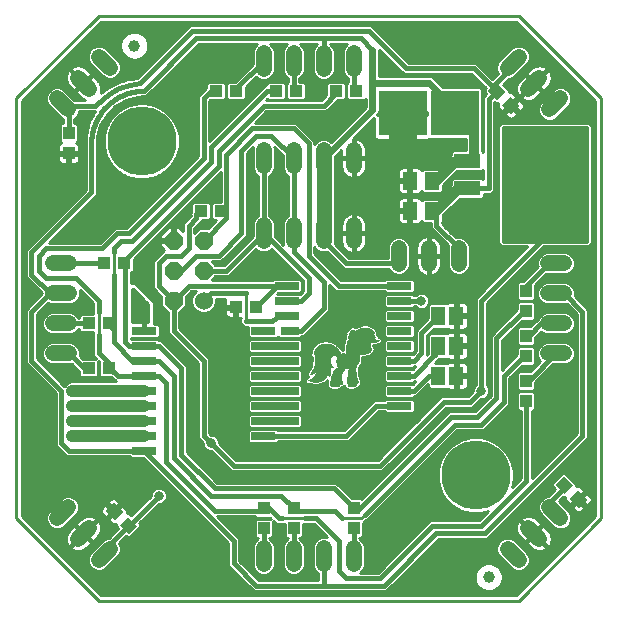
<source format=gbl>
G75*
%MOIN*%
%OFA0B0*%
%FSLAX25Y25*%
%IPPOS*%
%LPD*%
%AMOC8*
5,1,8,0,0,1.08239X$1,22.5*
%
%ADD10C,0.01000*%
%ADD11R,0.08000X0.02600*%
%ADD12R,0.06000X0.02600*%
%ADD13R,0.04331X0.03937*%
%ADD14R,0.03937X0.04331*%
%ADD15C,0.05200*%
%ADD16R,0.04600X0.06300*%
%ADD17C,0.06000*%
%ADD18OC8,0.06000*%
%ADD19R,0.08800X0.04800*%
%ADD20R,0.08661X0.14173*%
%ADD21R,0.16000X0.15000*%
%ADD22C,0.10000*%
%ADD23R,0.05118X0.05906*%
%ADD24C,0.23000*%
%ADD25C,0.03937*%
%ADD26C,0.01600*%
%ADD27C,0.02400*%
%ADD28C,0.05000*%
%ADD29C,0.03200*%
%ADD30C,0.03150*%
%ADD31C,0.04000*%
%ADD32C,0.00039*%
D10*
X0016851Y0016478D02*
X0025597Y0016478D01*
X0025344Y0015867D02*
X0025344Y0014395D01*
X0025907Y0013035D01*
X0026948Y0011994D01*
X0028308Y0011431D01*
X0029780Y0011431D01*
X0031140Y0011994D01*
X0035857Y0016712D01*
X0036421Y0018072D01*
X0036421Y0019544D01*
X0035926Y0020739D01*
X0038174Y0022987D01*
X0038550Y0022611D01*
X0039461Y0022611D01*
X0042889Y0026039D01*
X0042889Y0026950D01*
X0042513Y0027326D01*
X0049012Y0033825D01*
X0049532Y0033825D01*
X0050515Y0034232D01*
X0051268Y0034985D01*
X0051675Y0035968D01*
X0051675Y0037032D01*
X0051268Y0038015D01*
X0050515Y0038768D01*
X0049532Y0039175D01*
X0048468Y0039175D01*
X0047485Y0038768D01*
X0046732Y0038015D01*
X0046325Y0037032D01*
X0046325Y0036512D01*
X0039826Y0030013D01*
X0039183Y0030657D01*
X0038457Y0030657D01*
X0038557Y0031030D01*
X0038557Y0031425D01*
X0038455Y0031806D01*
X0038257Y0032148D01*
X0036929Y0033476D01*
X0034819Y0031366D01*
X0034134Y0032051D01*
X0036244Y0034161D01*
X0034916Y0035490D01*
X0034573Y0035687D01*
X0034192Y0035789D01*
X0033797Y0035789D01*
X0033416Y0035687D01*
X0033073Y0035490D01*
X0031884Y0034301D01*
X0034134Y0032051D01*
X0033449Y0031366D01*
X0034134Y0030681D01*
X0032024Y0028571D01*
X0033352Y0027243D01*
X0033694Y0027045D01*
X0034075Y0026943D01*
X0034470Y0026943D01*
X0034843Y0027043D01*
X0034843Y0026317D01*
X0035487Y0025674D01*
X0032321Y0022508D01*
X0031985Y0022508D01*
X0030625Y0021945D01*
X0025907Y0017227D01*
X0025344Y0015867D01*
X0025344Y0015479D02*
X0017849Y0015479D01*
X0018848Y0014481D02*
X0025344Y0014481D01*
X0025722Y0013482D02*
X0019846Y0013482D01*
X0020845Y0012484D02*
X0026459Y0012484D01*
X0028177Y0011485D02*
X0021843Y0011485D01*
X0022842Y0010487D02*
X0074826Y0010487D01*
X0073828Y0011485D02*
X0029910Y0011485D01*
X0031629Y0012484D02*
X0072829Y0012484D01*
X0072100Y0013213D02*
X0079600Y0005713D01*
X0080713Y0004600D01*
X0124787Y0004600D01*
X0142287Y0022100D01*
X0158537Y0022100D01*
X0191037Y0054600D01*
X0192150Y0055713D01*
X0192150Y0098537D01*
X0187690Y0102997D01*
X0187800Y0103264D01*
X0187800Y0104736D01*
X0187237Y0106096D01*
X0186196Y0107137D01*
X0184836Y0107700D01*
X0178164Y0107700D01*
X0176804Y0107137D01*
X0175763Y0106096D01*
X0175200Y0104736D01*
X0175200Y0103264D01*
X0175763Y0101904D01*
X0176804Y0100863D01*
X0178164Y0100300D01*
X0184836Y0100300D01*
X0184961Y0100352D01*
X0188350Y0096963D01*
X0188350Y0057287D01*
X0173400Y0042337D01*
X0173400Y0064888D01*
X0173924Y0064888D01*
X0174568Y0065533D01*
X0174568Y0070775D01*
X0173924Y0071419D01*
X0169076Y0071419D01*
X0168431Y0070775D01*
X0168431Y0065533D01*
X0169076Y0064888D01*
X0169600Y0064888D01*
X0169600Y0042287D01*
X0166641Y0039328D01*
X0167269Y0041672D01*
X0167269Y0044990D01*
X0166411Y0048194D01*
X0164752Y0051067D01*
X0162406Y0053413D01*
X0159533Y0055072D01*
X0156328Y0055931D01*
X0153010Y0055931D01*
X0149806Y0055072D01*
X0146933Y0053413D01*
X0144587Y0051067D01*
X0142928Y0048194D01*
X0142069Y0044990D01*
X0142069Y0041672D01*
X0142928Y0038467D01*
X0144587Y0035594D01*
X0146933Y0033248D01*
X0149806Y0031589D01*
X0153010Y0030731D01*
X0156328Y0030731D01*
X0158672Y0031359D01*
X0155713Y0028400D01*
X0139463Y0028400D01*
X0138350Y0027287D01*
X0121963Y0010900D01*
X0116233Y0010900D01*
X0117137Y0011804D01*
X0117700Y0013164D01*
X0117700Y0019836D01*
X0117137Y0021196D01*
X0116096Y0022237D01*
X0115900Y0022318D01*
X0115900Y0022388D01*
X0116424Y0022388D01*
X0117068Y0023033D01*
X0117068Y0027400D01*
X0117163Y0027400D01*
X0118113Y0028350D01*
X0118537Y0028350D01*
X0148537Y0058350D01*
X0157287Y0058350D01*
X0164787Y0065850D01*
X0165900Y0066963D01*
X0165900Y0075713D01*
X0170075Y0079888D01*
X0173924Y0079888D01*
X0174568Y0080533D01*
X0174568Y0085775D01*
X0173924Y0086419D01*
X0169076Y0086419D01*
X0168431Y0085775D01*
X0168431Y0083618D01*
X0163400Y0078587D01*
X0163400Y0088213D01*
X0170075Y0094888D01*
X0173924Y0094888D01*
X0174568Y0095533D01*
X0174568Y0100775D01*
X0173924Y0101419D01*
X0169076Y0101419D01*
X0168431Y0100775D01*
X0168431Y0098618D01*
X0159600Y0089787D01*
X0159600Y0069787D01*
X0154463Y0064650D01*
X0145713Y0064650D01*
X0116549Y0035486D01*
X0116424Y0035612D01*
X0113422Y0035612D01*
X0108133Y0040900D01*
X0068537Y0040900D01*
X0058400Y0051037D01*
X0058400Y0079787D01*
X0057287Y0080900D01*
X0049787Y0088400D01*
X0049156Y0088400D01*
X0048656Y0088900D01*
X0039744Y0088900D01*
X0039650Y0088806D01*
X0039650Y0089161D01*
X0039684Y0089161D01*
X0039744Y0089100D01*
X0048656Y0089100D01*
X0049300Y0089744D01*
X0049300Y0093256D01*
X0048656Y0093900D01*
X0047589Y0093900D01*
X0047589Y0101219D01*
X0046219Y0102589D01*
X0041219Y0107589D01*
X0039650Y0107589D01*
X0039650Y0110931D01*
X0039967Y0110931D01*
X0040612Y0111576D01*
X0040612Y0115425D01*
X0069600Y0144413D01*
X0069600Y0134568D01*
X0067225Y0134568D01*
X0066581Y0133924D01*
X0066581Y0129076D01*
X0067225Y0128431D01*
X0068245Y0128431D01*
X0065413Y0125600D01*
X0062302Y0125600D01*
X0060900Y0124198D01*
X0060900Y0125713D01*
X0062287Y0127100D01*
X0063400Y0128213D01*
X0063400Y0128431D01*
X0065775Y0128431D01*
X0066419Y0129076D01*
X0066419Y0133924D01*
X0065775Y0134568D01*
X0060533Y0134568D01*
X0059888Y0133924D01*
X0059888Y0131801D01*
X0059866Y0131788D01*
X0059795Y0131522D01*
X0059600Y0131327D01*
X0059600Y0130788D01*
X0059462Y0130267D01*
X0059600Y0130029D01*
X0059600Y0129787D01*
X0057100Y0127287D01*
X0057100Y0124764D01*
X0055864Y0126000D01*
X0054500Y0126000D01*
X0054500Y0122000D01*
X0053500Y0122000D01*
X0053500Y0126000D01*
X0052136Y0126000D01*
X0049500Y0123364D01*
X0049500Y0122000D01*
X0053500Y0122000D01*
X0053500Y0121000D01*
X0049500Y0121000D01*
X0049500Y0119636D01*
X0050736Y0118400D01*
X0050713Y0118400D01*
X0049600Y0117287D01*
X0047100Y0114787D01*
X0047100Y0105713D01*
X0048213Y0104600D01*
X0049900Y0102913D01*
X0049900Y0099802D01*
X0052100Y0097602D01*
X0052100Y0090713D01*
X0053213Y0089600D01*
X0062100Y0080713D01*
X0062100Y0055713D01*
X0063213Y0054600D01*
X0063825Y0053988D01*
X0063825Y0053468D01*
X0064232Y0052485D01*
X0064985Y0051732D01*
X0065968Y0051325D01*
X0066488Y0051325D01*
X0073213Y0044600D01*
X0123537Y0044600D01*
X0144787Y0065850D01*
X0153537Y0065850D01*
X0154650Y0066963D01*
X0156512Y0068825D01*
X0157032Y0068825D01*
X0158015Y0069232D01*
X0158768Y0069985D01*
X0159175Y0070968D01*
X0159175Y0072032D01*
X0158768Y0073015D01*
X0158400Y0073383D01*
X0158400Y0100713D01*
X0177287Y0119600D01*
X0192287Y0119600D01*
X0193400Y0120713D01*
X0193400Y0159787D01*
X0192287Y0160900D01*
X0163213Y0160900D01*
X0162100Y0159787D01*
X0162100Y0120713D01*
X0163213Y0119600D01*
X0171913Y0119600D01*
X0155713Y0103400D01*
X0154600Y0102287D01*
X0154600Y0073383D01*
X0154232Y0073015D01*
X0153825Y0072032D01*
X0153825Y0071512D01*
X0151963Y0069650D01*
X0143213Y0069650D01*
X0134700Y0061137D01*
X0134700Y0061350D01*
X0129350Y0061350D01*
X0129350Y0061650D01*
X0134700Y0061650D01*
X0134700Y0062997D01*
X0134598Y0063379D01*
X0134400Y0063721D01*
X0134121Y0064000D01*
X0133779Y0064198D01*
X0133759Y0064203D01*
X0134300Y0064744D01*
X0134300Y0068256D01*
X0133656Y0068900D01*
X0124744Y0068900D01*
X0124244Y0068400D01*
X0120713Y0068400D01*
X0119600Y0067287D01*
X0110713Y0058400D01*
X0088756Y0058400D01*
X0088256Y0058900D01*
X0079344Y0058900D01*
X0078700Y0058256D01*
X0078700Y0054744D01*
X0079241Y0054203D01*
X0079221Y0054198D01*
X0078879Y0054000D01*
X0078600Y0053721D01*
X0078402Y0053379D01*
X0078300Y0052997D01*
X0078300Y0051650D01*
X0083650Y0051650D01*
X0083650Y0051350D01*
X0083950Y0051350D01*
X0083950Y0051650D01*
X0089300Y0051650D01*
X0089300Y0052997D01*
X0089198Y0053379D01*
X0089000Y0053721D01*
X0088721Y0054000D01*
X0088379Y0054198D01*
X0088359Y0054203D01*
X0088756Y0054600D01*
X0112287Y0054600D01*
X0122287Y0064600D01*
X0124244Y0064600D01*
X0124641Y0064203D01*
X0124621Y0064198D01*
X0124279Y0064000D01*
X0124000Y0063721D01*
X0123802Y0063379D01*
X0123700Y0062997D01*
X0123700Y0061650D01*
X0129050Y0061650D01*
X0129050Y0061350D01*
X0129350Y0061350D01*
X0129350Y0058700D01*
X0132263Y0058700D01*
X0121963Y0048400D01*
X0074787Y0048400D01*
X0069175Y0054012D01*
X0069175Y0054532D01*
X0068768Y0055515D01*
X0068015Y0056268D01*
X0067032Y0056675D01*
X0066512Y0056675D01*
X0065900Y0057287D01*
X0065900Y0082287D01*
X0055900Y0092287D01*
X0055900Y0097602D01*
X0058100Y0099802D01*
X0058100Y0102913D01*
X0059787Y0104600D01*
X0061302Y0104600D01*
X0060524Y0103822D01*
X0059900Y0102316D01*
X0059900Y0100684D01*
X0060524Y0099178D01*
X0061678Y0098024D01*
X0063184Y0097400D01*
X0064816Y0097400D01*
X0066322Y0098024D01*
X0067476Y0099178D01*
X0068100Y0100684D01*
X0068100Y0102100D01*
X0071257Y0102100D01*
X0071165Y0101941D01*
X0071063Y0101560D01*
X0071063Y0099878D01*
X0074244Y0099878D01*
X0074244Y0098909D01*
X0075213Y0098909D01*
X0075213Y0095925D01*
X0076475Y0095925D01*
X0076475Y0095874D01*
X0076175Y0095574D01*
X0076175Y0094000D01*
X0077288Y0092887D01*
X0078700Y0092887D01*
X0078700Y0089744D01*
X0079344Y0089100D01*
X0088256Y0089100D01*
X0088750Y0089594D01*
X0089244Y0089100D01*
X0096156Y0089100D01*
X0096656Y0089600D01*
X0097287Y0089600D01*
X0098400Y0090713D01*
X0105900Y0098213D01*
X0105900Y0106913D01*
X0108213Y0104600D01*
X0124244Y0104600D01*
X0124744Y0104100D01*
X0133656Y0104100D01*
X0134300Y0104744D01*
X0134300Y0108256D01*
X0133656Y0108900D01*
X0124744Y0108900D01*
X0124244Y0108400D01*
X0109787Y0108400D01*
X0100900Y0117287D01*
X0100900Y0119267D01*
X0101904Y0118263D01*
X0103264Y0117700D01*
X0104736Y0117700D01*
X0105003Y0117810D01*
X0110713Y0112100D01*
X0125741Y0112100D01*
X0125863Y0111804D01*
X0126904Y0110763D01*
X0128264Y0110200D01*
X0129736Y0110200D01*
X0131096Y0110763D01*
X0132137Y0111804D01*
X0132700Y0113164D01*
X0132700Y0119836D01*
X0132137Y0121196D01*
X0131096Y0122237D01*
X0129736Y0122800D01*
X0128264Y0122800D01*
X0126904Y0122237D01*
X0125863Y0121196D01*
X0125300Y0119836D01*
X0125300Y0115900D01*
X0112287Y0115900D01*
X0107648Y0120539D01*
X0107700Y0120664D01*
X0107700Y0127336D01*
X0107600Y0127577D01*
X0107600Y0145423D01*
X0107700Y0145664D01*
X0107700Y0149447D01*
X0109900Y0151647D01*
X0109900Y0149300D01*
X0113700Y0149300D01*
X0113700Y0155447D01*
X0120823Y0162570D01*
X0120823Y0156303D01*
X0120925Y0155921D01*
X0121123Y0155579D01*
X0121402Y0155300D01*
X0121744Y0155102D01*
X0122125Y0155000D01*
X0129823Y0155000D01*
X0129823Y0157552D01*
X0130271Y0157611D01*
X0130823Y0157759D01*
X0130823Y0155000D01*
X0138520Y0155000D01*
X0138902Y0155102D01*
X0139244Y0155300D01*
X0139344Y0155400D01*
X0151300Y0155400D01*
X0151300Y0151600D01*
X0146944Y0151600D01*
X0146300Y0150956D01*
X0146300Y0150118D01*
X0141734Y0145553D01*
X0137225Y0145553D01*
X0136712Y0145039D01*
X0136519Y0145374D01*
X0136240Y0145653D01*
X0135898Y0145851D01*
X0135516Y0145953D01*
X0133260Y0145953D01*
X0133260Y0142000D01*
X0132260Y0142000D01*
X0132260Y0145953D01*
X0130003Y0145953D01*
X0129622Y0145851D01*
X0129280Y0145653D01*
X0129000Y0145374D01*
X0128803Y0145032D01*
X0128701Y0144650D01*
X0128701Y0142000D01*
X0132260Y0142000D01*
X0132260Y0141000D01*
X0133260Y0141000D01*
X0133260Y0137047D01*
X0135516Y0137047D01*
X0135898Y0137149D01*
X0136240Y0137347D01*
X0136519Y0137626D01*
X0136712Y0137961D01*
X0137225Y0137447D01*
X0143255Y0137447D01*
X0143899Y0138092D01*
X0143899Y0140081D01*
X0148418Y0144600D01*
X0156656Y0144600D01*
X0157100Y0145044D01*
X0157100Y0142056D01*
X0156656Y0142500D01*
X0146944Y0142500D01*
X0146300Y0141856D01*
X0146300Y0140118D01*
X0141734Y0135553D01*
X0137225Y0135553D01*
X0136712Y0135039D01*
X0136519Y0135374D01*
X0136240Y0135653D01*
X0135898Y0135851D01*
X0135516Y0135953D01*
X0133260Y0135953D01*
X0133260Y0132000D01*
X0132260Y0132000D01*
X0132260Y0135953D01*
X0130003Y0135953D01*
X0129622Y0135851D01*
X0129280Y0135653D01*
X0129000Y0135374D01*
X0128803Y0135032D01*
X0128701Y0134650D01*
X0128701Y0132000D01*
X0132260Y0132000D01*
X0132260Y0131000D01*
X0133260Y0131000D01*
X0133260Y0127047D01*
X0135516Y0127047D01*
X0135898Y0127149D01*
X0136240Y0127347D01*
X0136519Y0127626D01*
X0136712Y0127961D01*
X0137225Y0127447D01*
X0139600Y0127447D01*
X0139600Y0125713D01*
X0140713Y0124600D01*
X0145352Y0119961D01*
X0145300Y0119836D01*
X0145300Y0113164D01*
X0145863Y0111804D01*
X0146904Y0110763D01*
X0148264Y0110200D01*
X0149736Y0110200D01*
X0151096Y0110763D01*
X0152137Y0111804D01*
X0152700Y0113164D01*
X0152700Y0119836D01*
X0152137Y0121196D01*
X0151096Y0122237D01*
X0149736Y0122800D01*
X0148264Y0122800D01*
X0147997Y0122690D01*
X0143400Y0127287D01*
X0143400Y0127592D01*
X0143899Y0128092D01*
X0143899Y0130081D01*
X0145900Y0132082D01*
X0145900Y0130400D01*
X0151300Y0130400D01*
X0151300Y0133800D01*
X0147618Y0133800D01*
X0149318Y0135500D01*
X0156656Y0135500D01*
X0157300Y0136144D01*
X0157300Y0137100D01*
X0159787Y0137100D01*
X0160900Y0138213D01*
X0160900Y0167760D01*
X0161317Y0167343D01*
X0162043Y0167343D01*
X0161943Y0166970D01*
X0161943Y0166575D01*
X0162045Y0166194D01*
X0162243Y0165852D01*
X0163571Y0164524D01*
X0165681Y0166634D01*
X0166366Y0165949D01*
X0164256Y0163839D01*
X0165584Y0162510D01*
X0165927Y0162313D01*
X0166308Y0162211D01*
X0166703Y0162211D01*
X0167084Y0162313D01*
X0167427Y0162510D01*
X0168616Y0163699D01*
X0166366Y0165949D01*
X0167051Y0166634D01*
X0166366Y0167319D01*
X0168476Y0169429D01*
X0167148Y0170757D01*
X0166806Y0170955D01*
X0166425Y0171057D01*
X0166030Y0171057D01*
X0165657Y0170957D01*
X0165657Y0171683D01*
X0163763Y0173576D01*
X0165679Y0175492D01*
X0166015Y0175492D01*
X0167375Y0176055D01*
X0172093Y0180773D01*
X0172656Y0182133D01*
X0172656Y0183605D01*
X0172093Y0184965D01*
X0171052Y0186006D01*
X0169692Y0186569D01*
X0168220Y0186569D01*
X0166860Y0186006D01*
X0162142Y0181288D01*
X0161579Y0179928D01*
X0161579Y0178456D01*
X0162074Y0177261D01*
X0160250Y0175437D01*
X0154787Y0180900D01*
X0132287Y0180900D01*
X0120900Y0192287D01*
X0119787Y0193400D01*
X0059463Y0193400D01*
X0058350Y0192287D01*
X0041859Y0175796D01*
X0039601Y0175489D01*
X0039421Y0175579D01*
X0038843Y0175386D01*
X0038240Y0175304D01*
X0038118Y0175145D01*
X0035732Y0174349D01*
X0035586Y0174398D01*
X0035003Y0174106D01*
X0034385Y0173900D01*
X0034316Y0173763D01*
X0033073Y0173141D01*
X0032906Y0173169D01*
X0032387Y0172798D01*
X0031816Y0172513D01*
X0031763Y0172352D01*
X0030031Y0171115D01*
X0029885Y0171120D01*
X0029640Y0170890D01*
X0029767Y0171279D01*
X0029868Y0171916D01*
X0029868Y0172562D01*
X0029767Y0173199D01*
X0029567Y0173813D01*
X0029274Y0174388D01*
X0028895Y0174910D01*
X0027041Y0176764D01*
X0024354Y0174077D01*
X0023929Y0174502D01*
X0023505Y0174077D01*
X0023929Y0173653D01*
X0021242Y0170966D01*
X0023097Y0169112D01*
X0023619Y0168732D01*
X0024194Y0168439D01*
X0024315Y0168400D01*
X0020920Y0168400D01*
X0017227Y0172093D01*
X0015867Y0172656D01*
X0014395Y0172656D01*
X0013035Y0172093D01*
X0011994Y0171052D01*
X0011431Y0169692D01*
X0011431Y0168220D01*
X0011994Y0166860D01*
X0016712Y0162142D01*
X0017100Y0161982D01*
X0017100Y0160612D01*
X0016576Y0160612D01*
X0015931Y0159967D01*
X0015931Y0154725D01*
X0016445Y0154212D01*
X0016110Y0154019D01*
X0015831Y0153740D01*
X0015634Y0153398D01*
X0015531Y0153016D01*
X0015531Y0151138D01*
X0018516Y0151138D01*
X0018516Y0150169D01*
X0019484Y0150169D01*
X0019484Y0146988D01*
X0021166Y0146988D01*
X0021547Y0147090D01*
X0021890Y0147288D01*
X0022169Y0147567D01*
X0022366Y0147909D01*
X0022468Y0148291D01*
X0022468Y0150169D01*
X0019484Y0150169D01*
X0019484Y0151138D01*
X0022468Y0151138D01*
X0022468Y0153016D01*
X0022366Y0153398D01*
X0022169Y0153740D01*
X0021890Y0154019D01*
X0021555Y0154212D01*
X0022068Y0154725D01*
X0022068Y0159967D01*
X0021424Y0160612D01*
X0020900Y0160612D01*
X0020900Y0162141D01*
X0020904Y0162142D01*
X0021945Y0163183D01*
X0022508Y0164543D01*
X0022508Y0164600D01*
X0027719Y0164600D01*
X0025922Y0161488D01*
X0024600Y0156554D01*
X0024600Y0138537D01*
X0004600Y0118537D01*
X0004600Y0109463D01*
X0010063Y0104000D01*
X0004600Y0098537D01*
X0004600Y0080713D01*
X0014600Y0070713D01*
X0014600Y0053213D01*
X0015713Y0052100D01*
X0018213Y0049600D01*
X0039244Y0049600D01*
X0039744Y0049100D01*
X0043826Y0049100D01*
X0044600Y0048259D01*
X0044600Y0048213D01*
X0045128Y0047685D01*
X0045635Y0047134D01*
X0045680Y0047133D01*
X0072100Y0020713D01*
X0072100Y0013213D01*
X0072100Y0013482D02*
X0032627Y0013482D01*
X0033626Y0014481D02*
X0072100Y0014481D01*
X0072100Y0015479D02*
X0034624Y0015479D01*
X0035623Y0016478D02*
X0072100Y0016478D01*
X0072100Y0017476D02*
X0036174Y0017476D01*
X0036421Y0018475D02*
X0072100Y0018475D01*
X0072100Y0019473D02*
X0036421Y0019473D01*
X0036037Y0020472D02*
X0072100Y0020472D01*
X0071343Y0021470D02*
X0036657Y0021470D01*
X0037656Y0022469D02*
X0070344Y0022469D01*
X0069346Y0023467D02*
X0040318Y0023467D01*
X0041316Y0024466D02*
X0068347Y0024466D01*
X0067349Y0025464D02*
X0042315Y0025464D01*
X0042889Y0026463D02*
X0066350Y0026463D01*
X0065352Y0027461D02*
X0042648Y0027461D01*
X0043647Y0028460D02*
X0064353Y0028460D01*
X0063355Y0029458D02*
X0044645Y0029458D01*
X0045644Y0030457D02*
X0062356Y0030457D01*
X0061358Y0031455D02*
X0046642Y0031455D01*
X0047641Y0032454D02*
X0060359Y0032454D01*
X0059361Y0033452D02*
X0048639Y0033452D01*
X0050734Y0034451D02*
X0058362Y0034451D01*
X0057364Y0035449D02*
X0051460Y0035449D01*
X0051675Y0036448D02*
X0056365Y0036448D01*
X0055367Y0037446D02*
X0051503Y0037446D01*
X0050838Y0038445D02*
X0054368Y0038445D01*
X0053370Y0039443D02*
X0003500Y0039443D01*
X0003500Y0038445D02*
X0047162Y0038445D01*
X0046497Y0037446D02*
X0003500Y0037446D01*
X0003500Y0036448D02*
X0046261Y0036448D01*
X0045262Y0035449D02*
X0034956Y0035449D01*
X0035954Y0034451D02*
X0044264Y0034451D01*
X0043265Y0033452D02*
X0036953Y0033452D01*
X0036905Y0033452D02*
X0035535Y0033452D01*
X0035906Y0032454D02*
X0034536Y0032454D01*
X0033731Y0032454D02*
X0032361Y0032454D01*
X0032732Y0033452D02*
X0031363Y0033452D01*
X0031199Y0033616D02*
X0030010Y0032427D01*
X0029813Y0032084D01*
X0029711Y0031703D01*
X0029711Y0031308D01*
X0029813Y0030927D01*
X0030010Y0030584D01*
X0031339Y0029256D01*
X0033449Y0031366D01*
X0031199Y0033616D01*
X0031036Y0033452D02*
X0022501Y0033452D01*
X0022501Y0033463D02*
X0021938Y0034823D01*
X0020897Y0035864D01*
X0019537Y0036427D01*
X0018065Y0036427D01*
X0016705Y0035864D01*
X0011988Y0031146D01*
X0011424Y0029787D01*
X0011424Y0028315D01*
X0011988Y0026955D01*
X0013029Y0025914D01*
X0014388Y0025351D01*
X0015860Y0025351D01*
X0017220Y0025914D01*
X0021938Y0030632D01*
X0022501Y0031991D01*
X0022501Y0033463D01*
X0022501Y0032454D02*
X0030038Y0032454D01*
X0029711Y0031455D02*
X0022279Y0031455D01*
X0021763Y0030457D02*
X0030138Y0030457D01*
X0031136Y0029458D02*
X0027549Y0029458D01*
X0027335Y0029567D02*
X0026721Y0029767D01*
X0026084Y0029868D01*
X0025438Y0029868D01*
X0024801Y0029767D01*
X0024187Y0029567D01*
X0023612Y0029274D01*
X0023090Y0028895D01*
X0021236Y0027041D01*
X0023923Y0024354D01*
X0028448Y0028879D01*
X0028432Y0028895D01*
X0027910Y0029274D01*
X0027335Y0029567D01*
X0028029Y0028460D02*
X0032135Y0028460D01*
X0031541Y0029458D02*
X0032911Y0029458D01*
X0032539Y0030457D02*
X0033909Y0030457D01*
X0033538Y0031455D02*
X0033360Y0031455D01*
X0034730Y0031455D02*
X0034908Y0031455D01*
X0037951Y0032454D02*
X0042267Y0032454D01*
X0041268Y0031455D02*
X0038549Y0031455D01*
X0039383Y0030457D02*
X0040270Y0030457D01*
X0034843Y0026463D02*
X0029802Y0026463D01*
X0029760Y0026728D02*
X0029561Y0027342D01*
X0029268Y0027917D01*
X0028888Y0028439D01*
X0028872Y0028455D01*
X0024347Y0023929D01*
X0027034Y0021242D01*
X0028888Y0023097D01*
X0029268Y0023619D01*
X0029561Y0024194D01*
X0029760Y0024808D01*
X0029861Y0025445D01*
X0029861Y0026090D01*
X0029760Y0026728D01*
X0029500Y0027461D02*
X0033133Y0027461D01*
X0035277Y0025464D02*
X0029861Y0025464D01*
X0029649Y0024466D02*
X0034279Y0024466D01*
X0033280Y0023467D02*
X0029158Y0023467D01*
X0028260Y0022469D02*
X0031890Y0022469D01*
X0030150Y0021470D02*
X0027262Y0021470D01*
X0026806Y0021470D02*
X0025957Y0021470D01*
X0026610Y0020818D02*
X0023923Y0023505D01*
X0024347Y0023929D01*
X0023923Y0024354D01*
X0023498Y0023929D01*
X0023923Y0023505D01*
X0019397Y0018980D01*
X0019413Y0018963D01*
X0019935Y0018584D01*
X0020510Y0018291D01*
X0021124Y0018092D01*
X0021761Y0017991D01*
X0022407Y0017991D01*
X0023044Y0018092D01*
X0023658Y0018291D01*
X0024233Y0018584D01*
X0024755Y0018963D01*
X0026610Y0020818D01*
X0026263Y0020472D02*
X0029152Y0020472D01*
X0028153Y0019473D02*
X0025265Y0019473D01*
X0024018Y0018475D02*
X0027155Y0018475D01*
X0026156Y0017476D02*
X0015852Y0017476D01*
X0014854Y0018475D02*
X0020150Y0018475D01*
X0019891Y0019473D02*
X0019042Y0019473D01*
X0018973Y0019404D02*
X0023498Y0023929D01*
X0020811Y0026616D01*
X0018957Y0024762D01*
X0018577Y0024240D01*
X0018285Y0023665D01*
X0018085Y0023051D01*
X0017984Y0022413D01*
X0017984Y0021768D01*
X0018085Y0021131D01*
X0018285Y0020517D01*
X0018577Y0019942D01*
X0018957Y0019420D01*
X0018973Y0019404D01*
X0018918Y0019473D02*
X0013855Y0019473D01*
X0012857Y0020472D02*
X0018308Y0020472D01*
X0018031Y0021470D02*
X0011858Y0021470D01*
X0010860Y0022469D02*
X0017993Y0022469D01*
X0018220Y0023467D02*
X0009861Y0023467D01*
X0008863Y0024466D02*
X0018742Y0024466D01*
X0019659Y0025464D02*
X0016135Y0025464D01*
X0017769Y0026463D02*
X0020658Y0026463D01*
X0020965Y0026463D02*
X0021813Y0026463D01*
X0021963Y0025464D02*
X0022812Y0025464D01*
X0022962Y0024466D02*
X0023810Y0024466D01*
X0024035Y0024466D02*
X0024883Y0024466D01*
X0024809Y0023467D02*
X0023960Y0023467D01*
X0023885Y0023467D02*
X0023036Y0023467D01*
X0022886Y0022469D02*
X0022038Y0022469D01*
X0021888Y0021470D02*
X0021039Y0021470D01*
X0020889Y0020472D02*
X0020041Y0020472D01*
X0024959Y0022469D02*
X0025807Y0022469D01*
X0025882Y0025464D02*
X0025033Y0025464D01*
X0026032Y0026463D02*
X0026880Y0026463D01*
X0027030Y0027461D02*
X0027879Y0027461D01*
X0023973Y0029458D02*
X0020765Y0029458D01*
X0019766Y0028460D02*
X0022655Y0028460D01*
X0021656Y0027461D02*
X0018768Y0027461D01*
X0014114Y0025464D02*
X0007864Y0025464D01*
X0006866Y0026463D02*
X0012480Y0026463D01*
X0011778Y0027461D02*
X0005867Y0027461D01*
X0004869Y0028460D02*
X0011424Y0028460D01*
X0011424Y0029458D02*
X0003870Y0029458D01*
X0003500Y0029828D02*
X0003500Y0168171D01*
X0029867Y0194500D01*
X0168172Y0194500D01*
X0194500Y0168172D01*
X0194500Y0029828D01*
X0168172Y0003500D01*
X0029828Y0003500D01*
X0003500Y0029828D01*
X0003500Y0030457D02*
X0011702Y0030457D01*
X0012297Y0031455D02*
X0003500Y0031455D01*
X0003500Y0032454D02*
X0013295Y0032454D01*
X0014294Y0033452D02*
X0003500Y0033452D01*
X0003500Y0034451D02*
X0015292Y0034451D01*
X0016291Y0035449D02*
X0003500Y0035449D01*
X0003500Y0040442D02*
X0052371Y0040442D01*
X0051373Y0041440D02*
X0003500Y0041440D01*
X0003500Y0042439D02*
X0050374Y0042439D01*
X0049376Y0043437D02*
X0003500Y0043437D01*
X0003500Y0044436D02*
X0048377Y0044436D01*
X0047378Y0045434D02*
X0003500Y0045434D01*
X0003500Y0046433D02*
X0046380Y0046433D01*
X0045361Y0047432D02*
X0003500Y0047432D01*
X0003500Y0048430D02*
X0044443Y0048430D01*
X0039416Y0049429D02*
X0003500Y0049429D01*
X0003500Y0050427D02*
X0017386Y0050427D01*
X0016387Y0051426D02*
X0003500Y0051426D01*
X0003500Y0052424D02*
X0015389Y0052424D01*
X0014600Y0053423D02*
X0003500Y0053423D01*
X0003500Y0054421D02*
X0014600Y0054421D01*
X0014600Y0055420D02*
X0003500Y0055420D01*
X0003500Y0056418D02*
X0014600Y0056418D01*
X0014600Y0057417D02*
X0003500Y0057417D01*
X0003500Y0058415D02*
X0014600Y0058415D01*
X0014600Y0059414D02*
X0003500Y0059414D01*
X0003500Y0060412D02*
X0014600Y0060412D01*
X0014600Y0061411D02*
X0003500Y0061411D01*
X0003500Y0062409D02*
X0014600Y0062409D01*
X0014600Y0063408D02*
X0003500Y0063408D01*
X0003500Y0064406D02*
X0014600Y0064406D01*
X0014600Y0065405D02*
X0003500Y0065405D01*
X0003500Y0066403D02*
X0014600Y0066403D01*
X0014600Y0067402D02*
X0003500Y0067402D01*
X0003500Y0068400D02*
X0014600Y0068400D01*
X0014600Y0069399D02*
X0003500Y0069399D01*
X0003500Y0070397D02*
X0014600Y0070397D01*
X0013917Y0071396D02*
X0003500Y0071396D01*
X0003500Y0072394D02*
X0012919Y0072394D01*
X0011920Y0073393D02*
X0003500Y0073393D01*
X0003500Y0074391D02*
X0010922Y0074391D01*
X0009923Y0075390D02*
X0003500Y0075390D01*
X0003500Y0076388D02*
X0008925Y0076388D01*
X0007926Y0077387D02*
X0003500Y0077387D01*
X0003500Y0078385D02*
X0006928Y0078385D01*
X0005929Y0079384D02*
X0003500Y0079384D01*
X0003500Y0080382D02*
X0004931Y0080382D01*
X0004600Y0081381D02*
X0003500Y0081381D01*
X0003500Y0082379D02*
X0004600Y0082379D01*
X0004600Y0083378D02*
X0003500Y0083378D01*
X0003500Y0084376D02*
X0004600Y0084376D01*
X0004600Y0085375D02*
X0003500Y0085375D01*
X0003500Y0086373D02*
X0004600Y0086373D01*
X0004600Y0087372D02*
X0003500Y0087372D01*
X0003500Y0088370D02*
X0004600Y0088370D01*
X0004600Y0089369D02*
X0003500Y0089369D01*
X0003500Y0090368D02*
X0004600Y0090368D01*
X0004600Y0091366D02*
X0003500Y0091366D01*
X0003500Y0092365D02*
X0004600Y0092365D01*
X0004600Y0093363D02*
X0003500Y0093363D01*
X0003500Y0094362D02*
X0004600Y0094362D01*
X0004600Y0095360D02*
X0003500Y0095360D01*
X0003500Y0096359D02*
X0004600Y0096359D01*
X0004600Y0097357D02*
X0003500Y0097357D01*
X0003500Y0098356D02*
X0004600Y0098356D01*
X0005417Y0099354D02*
X0003500Y0099354D01*
X0003500Y0100353D02*
X0006416Y0100353D01*
X0007414Y0101351D02*
X0003500Y0101351D01*
X0003500Y0102350D02*
X0008413Y0102350D01*
X0009411Y0103348D02*
X0003500Y0103348D01*
X0003500Y0104347D02*
X0009716Y0104347D01*
X0008718Y0105345D02*
X0003500Y0105345D01*
X0003500Y0106344D02*
X0007719Y0106344D01*
X0006721Y0107342D02*
X0003500Y0107342D01*
X0003500Y0108341D02*
X0005722Y0108341D01*
X0004724Y0109339D02*
X0003500Y0109339D01*
X0003500Y0110338D02*
X0004600Y0110338D01*
X0004600Y0111336D02*
X0003500Y0111336D01*
X0003500Y0112335D02*
X0004600Y0112335D01*
X0004600Y0113333D02*
X0003500Y0113333D01*
X0003500Y0114332D02*
X0004600Y0114332D01*
X0004600Y0115330D02*
X0003500Y0115330D01*
X0003500Y0116329D02*
X0004600Y0116329D01*
X0004600Y0117327D02*
X0003500Y0117327D01*
X0003500Y0118326D02*
X0004600Y0118326D01*
X0005387Y0119324D02*
X0003500Y0119324D01*
X0003500Y0120323D02*
X0006386Y0120323D01*
X0007384Y0121321D02*
X0003500Y0121321D01*
X0003500Y0122320D02*
X0008383Y0122320D01*
X0009381Y0123318D02*
X0003500Y0123318D01*
X0003500Y0124317D02*
X0010380Y0124317D01*
X0011378Y0125315D02*
X0003500Y0125315D01*
X0003500Y0126314D02*
X0012377Y0126314D01*
X0013375Y0127312D02*
X0003500Y0127312D01*
X0003500Y0128311D02*
X0014374Y0128311D01*
X0015372Y0129309D02*
X0003500Y0129309D01*
X0003500Y0130308D02*
X0016371Y0130308D01*
X0017369Y0131306D02*
X0003500Y0131306D01*
X0003500Y0132305D02*
X0018368Y0132305D01*
X0019366Y0133303D02*
X0003500Y0133303D01*
X0003500Y0134302D02*
X0020365Y0134302D01*
X0021364Y0135301D02*
X0003500Y0135301D01*
X0003500Y0136299D02*
X0022362Y0136299D01*
X0023361Y0137298D02*
X0003500Y0137298D01*
X0003500Y0138296D02*
X0024359Y0138296D01*
X0024600Y0139295D02*
X0003500Y0139295D01*
X0003500Y0140293D02*
X0024600Y0140293D01*
X0024600Y0141292D02*
X0003500Y0141292D01*
X0003500Y0142290D02*
X0024600Y0142290D01*
X0024600Y0143289D02*
X0003500Y0143289D01*
X0003500Y0144287D02*
X0024600Y0144287D01*
X0024600Y0145286D02*
X0003500Y0145286D01*
X0003500Y0146284D02*
X0024600Y0146284D01*
X0024600Y0147283D02*
X0021880Y0147283D01*
X0022466Y0148281D02*
X0024600Y0148281D01*
X0024600Y0149280D02*
X0022468Y0149280D01*
X0022468Y0151277D02*
X0024600Y0151277D01*
X0024600Y0152275D02*
X0022468Y0152275D01*
X0022400Y0153274D02*
X0024600Y0153274D01*
X0024600Y0154272D02*
X0021615Y0154272D01*
X0022068Y0155271D02*
X0024600Y0155271D01*
X0024600Y0156269D02*
X0022068Y0156269D01*
X0022068Y0157268D02*
X0024791Y0157268D01*
X0025059Y0158266D02*
X0022068Y0158266D01*
X0022068Y0159265D02*
X0025326Y0159265D01*
X0025594Y0160263D02*
X0021773Y0160263D01*
X0020900Y0161262D02*
X0025861Y0161262D01*
X0025922Y0161488D02*
X0025922Y0161488D01*
X0026368Y0162260D02*
X0021022Y0162260D01*
X0021976Y0163259D02*
X0026944Y0163259D01*
X0027521Y0164257D02*
X0022390Y0164257D01*
X0017100Y0161262D02*
X0003500Y0161262D01*
X0003500Y0162260D02*
X0016594Y0162260D01*
X0015596Y0163259D02*
X0003500Y0163259D01*
X0003500Y0164257D02*
X0014597Y0164257D01*
X0013599Y0165256D02*
X0003500Y0165256D01*
X0003500Y0166254D02*
X0012600Y0166254D01*
X0011832Y0167253D02*
X0003500Y0167253D01*
X0003581Y0168251D02*
X0011431Y0168251D01*
X0011431Y0169250D02*
X0004581Y0169250D01*
X0005581Y0170248D02*
X0011662Y0170248D01*
X0012189Y0171247D02*
X0006581Y0171247D01*
X0007581Y0172245D02*
X0013404Y0172245D01*
X0016859Y0172245D02*
X0019963Y0172245D01*
X0020818Y0171390D02*
X0018963Y0173245D01*
X0018584Y0173767D01*
X0018291Y0174342D01*
X0018092Y0174956D01*
X0017991Y0175593D01*
X0017991Y0176239D01*
X0011580Y0176239D01*
X0010580Y0175241D02*
X0018047Y0175241D01*
X0017991Y0176239D02*
X0018092Y0176876D01*
X0018291Y0177490D01*
X0018584Y0178065D01*
X0018963Y0178587D01*
X0018980Y0178603D01*
X0023505Y0174077D01*
X0020818Y0171390D01*
X0021523Y0171247D02*
X0018073Y0171247D01*
X0019071Y0170248D02*
X0021960Y0170248D01*
X0022958Y0169250D02*
X0020070Y0169250D01*
X0021673Y0172245D02*
X0022522Y0172245D01*
X0022672Y0173244D02*
X0023520Y0173244D01*
X0023670Y0174242D02*
X0023340Y0174242D01*
X0023929Y0174502D02*
X0019404Y0179027D01*
X0019420Y0179043D01*
X0019942Y0179422D01*
X0020517Y0179715D01*
X0021131Y0179915D01*
X0021768Y0180016D01*
X0022413Y0180016D01*
X0023051Y0179915D01*
X0023665Y0179715D01*
X0024240Y0179422D01*
X0024762Y0179043D01*
X0026616Y0177189D01*
X0023929Y0174502D01*
X0024189Y0174242D02*
X0024519Y0174242D01*
X0024669Y0175241D02*
X0025517Y0175241D01*
X0025667Y0176239D02*
X0026516Y0176239D01*
X0026567Y0177238D02*
X0029455Y0177238D01*
X0028457Y0178237D02*
X0025568Y0178237D01*
X0024498Y0179235D02*
X0027458Y0179235D01*
X0026460Y0180234D02*
X0015580Y0180234D01*
X0016580Y0181232D02*
X0025726Y0181232D01*
X0025914Y0180780D02*
X0030632Y0176062D01*
X0031991Y0175499D01*
X0033463Y0175499D01*
X0034823Y0176062D01*
X0035864Y0177103D01*
X0036427Y0178463D01*
X0036427Y0179935D01*
X0035864Y0181295D01*
X0031146Y0186012D01*
X0029787Y0186576D01*
X0028315Y0186576D01*
X0026955Y0186012D01*
X0025914Y0184971D01*
X0025351Y0183612D01*
X0025351Y0182140D01*
X0025914Y0180780D01*
X0025351Y0182231D02*
X0017580Y0182231D01*
X0018580Y0183229D02*
X0025351Y0183229D01*
X0025606Y0184228D02*
X0019580Y0184228D01*
X0020580Y0185226D02*
X0026168Y0185226D01*
X0027467Y0186225D02*
X0021580Y0186225D01*
X0022580Y0187223D02*
X0036216Y0187223D01*
X0036188Y0187117D02*
X0036225Y0187053D01*
X0036207Y0186840D01*
X0036159Y0186783D01*
X0036180Y0186539D01*
X0036159Y0186295D01*
X0036207Y0186238D01*
X0036225Y0186026D01*
X0036188Y0185962D01*
X0036251Y0185725D01*
X0036273Y0185481D01*
X0036330Y0185433D01*
X0036385Y0185227D01*
X0036359Y0185157D01*
X0036463Y0184935D01*
X0036526Y0184699D01*
X0036591Y0184662D01*
X0036681Y0184468D01*
X0036668Y0184395D01*
X0036809Y0184194D01*
X0036912Y0183972D01*
X0036982Y0183947D01*
X0037104Y0183772D01*
X0037104Y0183698D01*
X0037277Y0183525D01*
X0037418Y0183324D01*
X0037491Y0183311D01*
X0037642Y0183160D01*
X0037655Y0183087D01*
X0037855Y0182947D01*
X0038029Y0182773D01*
X0038103Y0182773D01*
X0038278Y0182651D01*
X0038303Y0182581D01*
X0038525Y0182478D01*
X0038726Y0182337D01*
X0038799Y0182350D01*
X0038992Y0182260D01*
X0039029Y0182196D01*
X0039266Y0182132D01*
X0039488Y0182029D01*
X0039558Y0182054D01*
X0039764Y0181999D01*
X0039812Y0181942D01*
X0040056Y0181921D01*
X0040292Y0181857D01*
X0040357Y0181894D01*
X0040569Y0181876D01*
X0040626Y0181828D01*
X0040870Y0181849D01*
X0041114Y0181828D01*
X0041171Y0181876D01*
X0041384Y0181894D01*
X0041448Y0181857D01*
X0041684Y0181921D01*
X0041929Y0181942D01*
X0041976Y0181999D01*
X0042182Y0182054D01*
X0042252Y0182029D01*
X0042474Y0182132D01*
X0042711Y0182196D01*
X0042748Y0182260D01*
X0042941Y0182350D01*
X0043014Y0182337D01*
X0043215Y0182478D01*
X0043437Y0182581D01*
X0043462Y0182651D01*
X0043637Y0182773D01*
X0043711Y0182773D01*
X0043885Y0182947D01*
X0044085Y0183087D01*
X0044098Y0183160D01*
X0044249Y0183311D01*
X0044322Y0183324D01*
X0044463Y0183525D01*
X0044636Y0183698D01*
X0044636Y0183772D01*
X0044758Y0183947D01*
X0044828Y0183972D01*
X0044932Y0184194D01*
X0045072Y0184395D01*
X0045059Y0184468D01*
X0045149Y0184662D01*
X0045214Y0184699D01*
X0045277Y0184935D01*
X0045381Y0185157D01*
X0045355Y0185227D01*
X0045410Y0185433D01*
X0045467Y0185481D01*
X0045489Y0185725D01*
X0045552Y0185962D01*
X0045515Y0186026D01*
X0045534Y0186238D01*
X0045581Y0186295D01*
X0045560Y0186539D01*
X0045581Y0186783D01*
X0045534Y0186840D01*
X0045515Y0187053D01*
X0045552Y0187117D01*
X0045489Y0187354D01*
X0045467Y0187598D01*
X0045410Y0187646D01*
X0045355Y0187852D01*
X0045381Y0187921D01*
X0045277Y0188143D01*
X0045214Y0188380D01*
X0045149Y0188417D01*
X0045059Y0188611D01*
X0045072Y0188684D01*
X0044932Y0188884D01*
X0044828Y0189106D01*
X0044758Y0189132D01*
X0044636Y0189306D01*
X0044636Y0189381D01*
X0044463Y0189554D01*
X0044322Y0189755D01*
X0044249Y0189768D01*
X0044098Y0189918D01*
X0044085Y0189991D01*
X0043885Y0190132D01*
X0043711Y0190305D01*
X0043637Y0190305D01*
X0043462Y0190428D01*
X0043437Y0190497D01*
X0043215Y0190601D01*
X0043014Y0190741D01*
X0042941Y0190729D01*
X0042748Y0190819D01*
X0042711Y0190883D01*
X0042474Y0190946D01*
X0042252Y0191050D01*
X0042182Y0191025D01*
X0041976Y0191080D01*
X0041929Y0191137D01*
X0041684Y0191158D01*
X0041448Y0191221D01*
X0041384Y0191184D01*
X0041171Y0191203D01*
X0041114Y0191251D01*
X0040870Y0191229D01*
X0040626Y0191251D01*
X0040569Y0191203D01*
X0040357Y0191184D01*
X0040292Y0191221D01*
X0040056Y0191158D01*
X0039812Y0191137D01*
X0039764Y0191080D01*
X0039558Y0191025D01*
X0039488Y0191050D01*
X0039266Y0190946D01*
X0039029Y0190883D01*
X0038992Y0190819D01*
X0038799Y0190729D01*
X0038726Y0190741D01*
X0038525Y0190601D01*
X0038303Y0190497D01*
X0038278Y0190428D01*
X0038103Y0190305D01*
X0038029Y0190305D01*
X0037855Y0190132D01*
X0037655Y0189991D01*
X0037642Y0189918D01*
X0037491Y0189768D01*
X0037418Y0189755D01*
X0037277Y0189554D01*
X0037104Y0189381D01*
X0037104Y0189306D01*
X0036982Y0189132D01*
X0036912Y0189106D01*
X0036809Y0188884D01*
X0036668Y0188684D01*
X0036681Y0188611D01*
X0036591Y0188417D01*
X0036526Y0188380D01*
X0036463Y0188143D01*
X0036359Y0187921D01*
X0036385Y0187852D01*
X0036330Y0187646D01*
X0036273Y0187598D01*
X0036251Y0187354D01*
X0036188Y0187117D01*
X0036208Y0186225D02*
X0030634Y0186225D01*
X0031933Y0185226D02*
X0036384Y0185226D01*
X0036785Y0184228D02*
X0032931Y0184228D01*
X0033930Y0183229D02*
X0037573Y0183229D01*
X0039009Y0182231D02*
X0034928Y0182231D01*
X0035890Y0181232D02*
X0047295Y0181232D01*
X0046297Y0180234D02*
X0036304Y0180234D01*
X0036427Y0179235D02*
X0045298Y0179235D01*
X0044300Y0178237D02*
X0036334Y0178237D01*
X0035920Y0177238D02*
X0043301Y0177238D01*
X0042302Y0176239D02*
X0035001Y0176239D01*
X0035276Y0174242D02*
X0029348Y0174242D01*
X0029752Y0173244D02*
X0033279Y0173244D01*
X0031613Y0172245D02*
X0029868Y0172245D01*
X0029756Y0171247D02*
X0030215Y0171247D01*
X0028564Y0175241D02*
X0038192Y0175241D01*
X0041155Y0169250D02*
X0062100Y0169250D01*
X0062100Y0169787D02*
X0062100Y0149787D01*
X0038213Y0125900D01*
X0034463Y0125900D01*
X0033350Y0124787D01*
X0029463Y0120900D01*
X0012337Y0120900D01*
X0027287Y0135850D01*
X0028400Y0136963D01*
X0028400Y0154000D01*
X0028533Y0156036D01*
X0029587Y0159970D01*
X0031624Y0163497D01*
X0034503Y0166376D01*
X0038030Y0168413D01*
X0041964Y0169467D01*
X0044000Y0169600D01*
X0044787Y0169600D01*
X0062287Y0187100D01*
X0081767Y0187100D01*
X0080863Y0186196D01*
X0080300Y0184836D01*
X0080300Y0180487D01*
X0074381Y0174568D01*
X0072225Y0174568D01*
X0071581Y0173924D01*
X0071581Y0169076D01*
X0072225Y0168431D01*
X0077467Y0168431D01*
X0078112Y0169076D01*
X0078112Y0172925D01*
X0081427Y0176240D01*
X0081904Y0175763D01*
X0083264Y0175200D01*
X0084736Y0175200D01*
X0086096Y0175763D01*
X0087137Y0176804D01*
X0087700Y0178164D01*
X0087700Y0184836D01*
X0087137Y0186196D01*
X0086233Y0187100D01*
X0091767Y0187100D01*
X0090863Y0186196D01*
X0090300Y0184836D01*
X0090300Y0178164D01*
X0090863Y0176804D01*
X0091904Y0175763D01*
X0092100Y0175682D01*
X0092100Y0174443D01*
X0091581Y0173924D01*
X0091581Y0169076D01*
X0092225Y0168431D01*
X0097467Y0168431D01*
X0098112Y0169076D01*
X0098112Y0173924D01*
X0097467Y0174568D01*
X0095900Y0174568D01*
X0095900Y0175682D01*
X0096096Y0175763D01*
X0097137Y0176804D01*
X0097700Y0178164D01*
X0097700Y0184836D01*
X0097137Y0186196D01*
X0096233Y0187100D01*
X0101767Y0187100D01*
X0100863Y0186196D01*
X0100300Y0184836D01*
X0100300Y0178164D01*
X0100863Y0176804D01*
X0101904Y0175763D01*
X0103264Y0175200D01*
X0104736Y0175200D01*
X0106096Y0175763D01*
X0107137Y0176804D01*
X0107700Y0178164D01*
X0107700Y0184836D01*
X0107137Y0186196D01*
X0106233Y0187100D01*
X0111767Y0187100D01*
X0110863Y0186196D01*
X0110300Y0184836D01*
X0110300Y0178164D01*
X0110863Y0176804D01*
X0111904Y0175763D01*
X0112100Y0175682D01*
X0112100Y0174443D01*
X0111581Y0173924D01*
X0111581Y0169076D01*
X0112225Y0168431D01*
X0117467Y0168431D01*
X0117950Y0168914D01*
X0117950Y0166203D01*
X0106290Y0154543D01*
X0106096Y0154737D01*
X0104736Y0155300D01*
X0103264Y0155300D01*
X0101904Y0154737D01*
X0100900Y0153733D01*
X0100900Y0154787D01*
X0095900Y0159787D01*
X0094787Y0160900D01*
X0081087Y0160900D01*
X0084787Y0164600D01*
X0104787Y0164600D01*
X0108618Y0168431D01*
X0110775Y0168431D01*
X0111419Y0169076D01*
X0111419Y0173924D01*
X0110775Y0174568D01*
X0105533Y0174568D01*
X0104888Y0173924D01*
X0104888Y0170075D01*
X0103213Y0168400D01*
X0084837Y0168400D01*
X0085201Y0168764D01*
X0085533Y0168431D01*
X0090775Y0168431D01*
X0091419Y0169076D01*
X0091419Y0173924D01*
X0090775Y0174568D01*
X0085533Y0174568D01*
X0084888Y0173924D01*
X0084888Y0173400D01*
X0084463Y0173400D01*
X0083350Y0172287D01*
X0065900Y0154837D01*
X0065900Y0168213D01*
X0066118Y0168431D01*
X0070775Y0168431D01*
X0071419Y0169076D01*
X0071419Y0173924D01*
X0070775Y0174568D01*
X0065533Y0174568D01*
X0064888Y0173924D01*
X0064888Y0172575D01*
X0062100Y0169787D01*
X0062561Y0170248D02*
X0045435Y0170248D01*
X0046434Y0171247D02*
X0063560Y0171247D01*
X0064558Y0172245D02*
X0047432Y0172245D01*
X0048431Y0173244D02*
X0064888Y0173244D01*
X0065207Y0174242D02*
X0049429Y0174242D01*
X0050428Y0175241D02*
X0075054Y0175241D01*
X0076052Y0176239D02*
X0051426Y0176239D01*
X0052425Y0177238D02*
X0077051Y0177238D01*
X0078050Y0178237D02*
X0053423Y0178237D01*
X0054422Y0179235D02*
X0079048Y0179235D01*
X0080047Y0180234D02*
X0055421Y0180234D01*
X0056419Y0181232D02*
X0080300Y0181232D01*
X0080300Y0182231D02*
X0057418Y0182231D01*
X0058416Y0183229D02*
X0080300Y0183229D01*
X0080300Y0184228D02*
X0059415Y0184228D01*
X0060413Y0185226D02*
X0080462Y0185226D01*
X0080892Y0186225D02*
X0061412Y0186225D01*
X0057280Y0191217D02*
X0041464Y0191217D01*
X0041440Y0191217D02*
X0041154Y0191217D01*
X0040586Y0191217D02*
X0040300Y0191217D01*
X0040277Y0191217D02*
X0026579Y0191217D01*
X0025580Y0190219D02*
X0037942Y0190219D01*
X0037044Y0189220D02*
X0024580Y0189220D01*
X0023580Y0188222D02*
X0036484Y0188222D01*
X0042731Y0182231D02*
X0048294Y0182231D01*
X0049292Y0183229D02*
X0044167Y0183229D01*
X0044955Y0184228D02*
X0050291Y0184228D01*
X0051289Y0185226D02*
X0045356Y0185226D01*
X0045532Y0186225D02*
X0052288Y0186225D01*
X0053286Y0187223D02*
X0045524Y0187223D01*
X0045256Y0188222D02*
X0054285Y0188222D01*
X0055283Y0189220D02*
X0044696Y0189220D01*
X0043798Y0190219D02*
X0056282Y0190219D01*
X0058279Y0192216D02*
X0027579Y0192216D01*
X0028579Y0193214D02*
X0059277Y0193214D01*
X0071101Y0174242D02*
X0071899Y0174242D01*
X0071581Y0173244D02*
X0071419Y0173244D01*
X0071419Y0172245D02*
X0071581Y0172245D01*
X0071581Y0171247D02*
X0071419Y0171247D01*
X0071419Y0170248D02*
X0071581Y0170248D01*
X0071581Y0169250D02*
X0071419Y0169250D01*
X0065938Y0168251D02*
X0079314Y0168251D01*
X0078316Y0167253D02*
X0065900Y0167253D01*
X0065900Y0166254D02*
X0077317Y0166254D01*
X0076319Y0165256D02*
X0065900Y0165256D01*
X0065900Y0164257D02*
X0075320Y0164257D01*
X0074322Y0163259D02*
X0065900Y0163259D01*
X0065900Y0162260D02*
X0073323Y0162260D01*
X0072325Y0161262D02*
X0065900Y0161262D01*
X0065900Y0160263D02*
X0071326Y0160263D01*
X0070328Y0159265D02*
X0065900Y0159265D01*
X0065900Y0158266D02*
X0069329Y0158266D01*
X0068331Y0157268D02*
X0065900Y0157268D01*
X0065900Y0156269D02*
X0067332Y0156269D01*
X0066334Y0155271D02*
X0065900Y0155271D01*
X0062100Y0155271D02*
X0055931Y0155271D01*
X0055931Y0156269D02*
X0062100Y0156269D01*
X0062100Y0157268D02*
X0055679Y0157268D01*
X0055931Y0156328D02*
X0055072Y0159533D01*
X0053413Y0162406D01*
X0051067Y0164752D01*
X0048194Y0166411D01*
X0044990Y0167269D01*
X0041672Y0167269D01*
X0038467Y0166411D01*
X0035594Y0164752D01*
X0033248Y0162406D01*
X0031589Y0159533D01*
X0030731Y0156328D01*
X0030731Y0153010D01*
X0031589Y0149806D01*
X0033248Y0146933D01*
X0035594Y0144587D01*
X0038467Y0142928D01*
X0041672Y0142069D01*
X0044990Y0142069D01*
X0048194Y0142928D01*
X0051067Y0144587D01*
X0053413Y0146933D01*
X0055072Y0149806D01*
X0055931Y0153010D01*
X0055931Y0156328D01*
X0055411Y0158266D02*
X0062100Y0158266D01*
X0062100Y0159265D02*
X0055144Y0159265D01*
X0054650Y0160263D02*
X0062100Y0160263D01*
X0062100Y0161262D02*
X0054074Y0161262D01*
X0053497Y0162260D02*
X0062100Y0162260D01*
X0062100Y0163259D02*
X0052560Y0163259D01*
X0051562Y0164257D02*
X0062100Y0164257D01*
X0062100Y0165256D02*
X0050194Y0165256D01*
X0048465Y0166254D02*
X0062100Y0166254D01*
X0062100Y0167253D02*
X0045051Y0167253D01*
X0041611Y0167253D02*
X0036022Y0167253D01*
X0034381Y0166254D02*
X0038197Y0166254D01*
X0036467Y0165256D02*
X0033383Y0165256D01*
X0032384Y0164257D02*
X0035100Y0164257D01*
X0034101Y0163259D02*
X0031486Y0163259D01*
X0030910Y0162260D02*
X0033164Y0162260D01*
X0032588Y0161262D02*
X0030333Y0161262D01*
X0029757Y0160263D02*
X0032011Y0160263D01*
X0031518Y0159265D02*
X0029399Y0159265D01*
X0029131Y0158266D02*
X0031250Y0158266D01*
X0030982Y0157268D02*
X0028863Y0157268D01*
X0028596Y0156269D02*
X0030731Y0156269D01*
X0030731Y0155271D02*
X0028483Y0155271D01*
X0028418Y0154272D02*
X0030731Y0154272D01*
X0030731Y0153274D02*
X0028400Y0153274D01*
X0028400Y0152275D02*
X0030928Y0152275D01*
X0031195Y0151277D02*
X0028400Y0151277D01*
X0028400Y0150278D02*
X0031463Y0150278D01*
X0031893Y0149280D02*
X0028400Y0149280D01*
X0028400Y0148281D02*
X0032470Y0148281D01*
X0033046Y0147283D02*
X0028400Y0147283D01*
X0028400Y0146284D02*
X0033897Y0146284D01*
X0034895Y0145286D02*
X0028400Y0145286D01*
X0028400Y0144287D02*
X0036113Y0144287D01*
X0037843Y0143289D02*
X0028400Y0143289D01*
X0028400Y0142290D02*
X0040848Y0142290D01*
X0045814Y0142290D02*
X0054603Y0142290D01*
X0053605Y0141292D02*
X0028400Y0141292D01*
X0028400Y0140293D02*
X0052606Y0140293D01*
X0051608Y0139295D02*
X0028400Y0139295D01*
X0028400Y0138296D02*
X0050609Y0138296D01*
X0049611Y0137298D02*
X0028400Y0137298D01*
X0027736Y0136299D02*
X0048612Y0136299D01*
X0047614Y0135301D02*
X0026737Y0135301D01*
X0025739Y0134302D02*
X0046615Y0134302D01*
X0045617Y0133303D02*
X0024740Y0133303D01*
X0023742Y0132305D02*
X0044618Y0132305D01*
X0043619Y0131306D02*
X0022743Y0131306D01*
X0021745Y0130308D02*
X0042621Y0130308D01*
X0041622Y0129309D02*
X0020746Y0129309D01*
X0019748Y0128311D02*
X0040624Y0128311D01*
X0039625Y0127312D02*
X0018749Y0127312D01*
X0017751Y0126314D02*
X0038627Y0126314D01*
X0033878Y0125315D02*
X0016752Y0125315D01*
X0015754Y0124317D02*
X0032880Y0124317D01*
X0031881Y0123318D02*
X0014755Y0123318D01*
X0013757Y0122320D02*
X0030883Y0122320D01*
X0029884Y0121321D02*
X0012758Y0121321D01*
X0022604Y0105209D02*
X0027100Y0100713D01*
X0027100Y0097068D01*
X0023033Y0097068D01*
X0022388Y0096424D01*
X0022388Y0095900D01*
X0022318Y0095900D01*
X0022237Y0096096D01*
X0021196Y0097137D01*
X0019836Y0097700D01*
X0013164Y0097700D01*
X0011804Y0097137D01*
X0010763Y0096096D01*
X0010200Y0094736D01*
X0010200Y0093264D01*
X0010763Y0091904D01*
X0011804Y0090863D01*
X0013164Y0090300D01*
X0019836Y0090300D01*
X0021196Y0090863D01*
X0022237Y0091904D01*
X0022318Y0092100D01*
X0022388Y0092100D01*
X0022388Y0091576D01*
X0023033Y0090931D01*
X0027100Y0090931D01*
X0027100Y0083213D01*
X0028245Y0082068D01*
X0023618Y0082068D01*
X0022690Y0082997D01*
X0022800Y0083264D01*
X0022800Y0084736D01*
X0022237Y0086096D01*
X0021196Y0087137D01*
X0019836Y0087700D01*
X0013164Y0087700D01*
X0011804Y0087137D01*
X0010763Y0086096D01*
X0010200Y0084736D01*
X0010200Y0083264D01*
X0010763Y0081904D01*
X0011804Y0080863D01*
X0013164Y0080300D01*
X0019836Y0080300D01*
X0019961Y0080352D01*
X0022388Y0077925D01*
X0022388Y0076576D01*
X0023033Y0075931D01*
X0028275Y0075931D01*
X0028919Y0076576D01*
X0028919Y0081394D01*
X0029081Y0081232D01*
X0029081Y0076576D01*
X0029725Y0075931D01*
X0033184Y0075931D01*
X0034278Y0075075D01*
X0034753Y0074600D01*
X0034885Y0074600D01*
X0019633Y0074600D01*
X0018494Y0074128D01*
X0017622Y0073256D01*
X0017566Y0073121D01*
X0008400Y0082287D01*
X0008400Y0096963D01*
X0012155Y0100718D01*
X0013164Y0100300D01*
X0019836Y0100300D01*
X0021196Y0100863D01*
X0022237Y0101904D01*
X0022800Y0103264D01*
X0022800Y0104736D01*
X0022604Y0105209D01*
X0022800Y0104347D02*
X0023466Y0104347D01*
X0022800Y0103348D02*
X0024465Y0103348D01*
X0025463Y0102350D02*
X0022421Y0102350D01*
X0021684Y0101351D02*
X0026462Y0101351D01*
X0027100Y0100353D02*
X0019963Y0100353D01*
X0020664Y0097357D02*
X0027100Y0097357D01*
X0027100Y0098356D02*
X0009793Y0098356D01*
X0010791Y0099354D02*
X0027100Y0099354D01*
X0029000Y0097750D02*
X0029000Y0090250D01*
X0027100Y0090368D02*
X0019999Y0090368D01*
X0021699Y0091366D02*
X0022598Y0091366D01*
X0020628Y0087372D02*
X0027100Y0087372D01*
X0027100Y0088370D02*
X0008400Y0088370D01*
X0008400Y0087372D02*
X0012372Y0087372D01*
X0011041Y0086373D02*
X0008400Y0086373D01*
X0008400Y0085375D02*
X0010465Y0085375D01*
X0010200Y0084376D02*
X0008400Y0084376D01*
X0008400Y0083378D02*
X0010200Y0083378D01*
X0010566Y0082379D02*
X0008400Y0082379D01*
X0009306Y0081381D02*
X0011286Y0081381D01*
X0010305Y0080382D02*
X0012965Y0080382D01*
X0011303Y0079384D02*
X0020929Y0079384D01*
X0021928Y0078385D02*
X0012302Y0078385D01*
X0013300Y0077387D02*
X0022388Y0077387D01*
X0022576Y0076388D02*
X0014299Y0076388D01*
X0015297Y0075390D02*
X0033876Y0075390D01*
X0034885Y0074600D02*
X0034885Y0074600D01*
X0029269Y0076388D02*
X0028731Y0076388D01*
X0028919Y0077387D02*
X0029081Y0077387D01*
X0029081Y0078385D02*
X0028919Y0078385D01*
X0028919Y0079384D02*
X0029081Y0079384D01*
X0029081Y0080382D02*
X0028919Y0080382D01*
X0028919Y0081381D02*
X0028932Y0081381D01*
X0027934Y0082379D02*
X0023308Y0082379D01*
X0022800Y0083378D02*
X0027100Y0083378D01*
X0027100Y0084376D02*
X0022800Y0084376D01*
X0022535Y0085375D02*
X0027100Y0085375D01*
X0027100Y0086373D02*
X0021959Y0086373D01*
X0027100Y0089369D02*
X0008400Y0089369D01*
X0008400Y0090368D02*
X0013001Y0090368D01*
X0011301Y0091366D02*
X0008400Y0091366D01*
X0008400Y0092365D02*
X0010573Y0092365D01*
X0010200Y0093363D02*
X0008400Y0093363D01*
X0008400Y0094362D02*
X0010200Y0094362D01*
X0010459Y0095360D02*
X0008400Y0095360D01*
X0008400Y0096359D02*
X0011026Y0096359D01*
X0012336Y0097357D02*
X0008794Y0097357D01*
X0011790Y0100353D02*
X0013037Y0100353D01*
X0021974Y0096359D02*
X0022388Y0096359D01*
X0034000Y0110250D02*
X0034000Y0117750D01*
X0040612Y0115330D02*
X0047643Y0115330D01*
X0047100Y0114332D02*
X0040612Y0114332D01*
X0040612Y0113333D02*
X0047100Y0113333D01*
X0047100Y0112335D02*
X0040612Y0112335D01*
X0040372Y0111336D02*
X0047100Y0111336D01*
X0047100Y0110338D02*
X0039650Y0110338D01*
X0039650Y0109339D02*
X0047100Y0109339D01*
X0047100Y0108341D02*
X0039650Y0108341D01*
X0041466Y0107342D02*
X0047100Y0107342D01*
X0047100Y0106344D02*
X0042465Y0106344D01*
X0043463Y0105345D02*
X0047468Y0105345D01*
X0048466Y0104347D02*
X0044462Y0104347D01*
X0045460Y0103348D02*
X0049465Y0103348D01*
X0049900Y0102350D02*
X0046459Y0102350D01*
X0047457Y0101351D02*
X0049900Y0101351D01*
X0049900Y0100353D02*
X0047589Y0100353D01*
X0047589Y0099354D02*
X0050348Y0099354D01*
X0051346Y0098356D02*
X0047589Y0098356D01*
X0047589Y0097357D02*
X0052100Y0097357D01*
X0052100Y0096359D02*
X0047589Y0096359D01*
X0047589Y0095360D02*
X0052100Y0095360D01*
X0052100Y0094362D02*
X0047589Y0094362D01*
X0049193Y0093363D02*
X0052100Y0093363D01*
X0052100Y0092365D02*
X0049300Y0092365D01*
X0049300Y0091366D02*
X0052100Y0091366D01*
X0052445Y0090368D02*
X0049300Y0090368D01*
X0048925Y0089369D02*
X0053444Y0089369D01*
X0054443Y0088370D02*
X0049816Y0088370D01*
X0050815Y0087372D02*
X0055441Y0087372D01*
X0056440Y0086373D02*
X0051814Y0086373D01*
X0052812Y0085375D02*
X0057438Y0085375D01*
X0058437Y0084376D02*
X0053811Y0084376D01*
X0054809Y0083378D02*
X0059435Y0083378D01*
X0060434Y0082379D02*
X0055808Y0082379D01*
X0056806Y0081381D02*
X0061432Y0081381D01*
X0062100Y0080382D02*
X0057805Y0080382D01*
X0058400Y0079384D02*
X0062100Y0079384D01*
X0062100Y0078385D02*
X0058400Y0078385D01*
X0058400Y0077387D02*
X0062100Y0077387D01*
X0062100Y0076388D02*
X0058400Y0076388D01*
X0058400Y0075390D02*
X0062100Y0075390D01*
X0062100Y0074391D02*
X0058400Y0074391D01*
X0058400Y0073393D02*
X0062100Y0073393D01*
X0062100Y0072394D02*
X0058400Y0072394D01*
X0058400Y0071396D02*
X0062100Y0071396D01*
X0062100Y0070397D02*
X0058400Y0070397D01*
X0058400Y0069399D02*
X0062100Y0069399D01*
X0062100Y0068400D02*
X0058400Y0068400D01*
X0058400Y0067402D02*
X0062100Y0067402D01*
X0062100Y0066403D02*
X0058400Y0066403D01*
X0058400Y0065405D02*
X0062100Y0065405D01*
X0062100Y0064406D02*
X0058400Y0064406D01*
X0058400Y0063408D02*
X0062100Y0063408D01*
X0062100Y0062409D02*
X0058400Y0062409D01*
X0058400Y0061411D02*
X0062100Y0061411D01*
X0062100Y0060412D02*
X0058400Y0060412D01*
X0058400Y0059414D02*
X0062100Y0059414D01*
X0062100Y0058415D02*
X0058400Y0058415D01*
X0058400Y0057417D02*
X0062100Y0057417D01*
X0062100Y0056418D02*
X0058400Y0056418D01*
X0058400Y0055420D02*
X0062393Y0055420D01*
X0063392Y0054421D02*
X0058400Y0054421D01*
X0058400Y0053423D02*
X0063844Y0053423D01*
X0064293Y0052424D02*
X0058400Y0052424D01*
X0058400Y0051426D02*
X0065726Y0051426D01*
X0067386Y0050427D02*
X0059010Y0050427D01*
X0060008Y0049429D02*
X0068384Y0049429D01*
X0069383Y0048430D02*
X0061007Y0048430D01*
X0062005Y0047432D02*
X0070381Y0047432D01*
X0071380Y0046433D02*
X0063004Y0046433D01*
X0064002Y0045434D02*
X0072378Y0045434D01*
X0074757Y0048430D02*
X0121993Y0048430D01*
X0122992Y0049429D02*
X0089087Y0049429D01*
X0089000Y0049429D02*
X0076500Y0049429D01*
X0076500Y0049000D02*
X0076500Y0054000D01*
X0089000Y0054000D01*
X0089000Y0049000D01*
X0076500Y0049000D01*
X0076500Y0050427D02*
X0089000Y0050427D01*
X0089300Y0050427D02*
X0123990Y0050427D01*
X0124989Y0051426D02*
X0083950Y0051426D01*
X0083950Y0051350D02*
X0089300Y0051350D01*
X0089300Y0050003D01*
X0089198Y0049621D01*
X0089000Y0049279D01*
X0088721Y0049000D01*
X0088379Y0048802D01*
X0087997Y0048700D01*
X0083950Y0048700D01*
X0083950Y0051350D01*
X0083650Y0051350D02*
X0083650Y0048700D01*
X0079603Y0048700D01*
X0079221Y0048802D01*
X0078879Y0049000D01*
X0078600Y0049279D01*
X0078402Y0049621D01*
X0078300Y0050003D01*
X0078300Y0051350D01*
X0083650Y0051350D01*
X0083650Y0051426D02*
X0071761Y0051426D01*
X0070763Y0052424D02*
X0078300Y0052424D01*
X0078427Y0053423D02*
X0069764Y0053423D01*
X0069175Y0054421D02*
X0079023Y0054421D01*
X0078700Y0055420D02*
X0068807Y0055420D01*
X0067652Y0056418D02*
X0078700Y0056418D01*
X0078700Y0057417D02*
X0065900Y0057417D01*
X0065900Y0058415D02*
X0078860Y0058415D01*
X0079344Y0059100D02*
X0087244Y0059100D01*
X0096156Y0059100D01*
X0096800Y0059744D01*
X0096800Y0063256D01*
X0096156Y0063900D01*
X0079344Y0063900D01*
X0078700Y0063256D01*
X0078700Y0059744D01*
X0079344Y0059100D01*
X0079031Y0059414D02*
X0065900Y0059414D01*
X0065900Y0060412D02*
X0078700Y0060412D01*
X0078700Y0061411D02*
X0065900Y0061411D01*
X0065900Y0062409D02*
X0078700Y0062409D01*
X0078852Y0063408D02*
X0065900Y0063408D01*
X0065900Y0064406D02*
X0079038Y0064406D01*
X0079344Y0064100D02*
X0087244Y0064100D01*
X0096156Y0064100D01*
X0096800Y0064744D01*
X0096800Y0068256D01*
X0096156Y0068900D01*
X0079344Y0068900D01*
X0078700Y0068256D01*
X0078700Y0064744D01*
X0079344Y0064100D01*
X0078700Y0065405D02*
X0065900Y0065405D01*
X0065900Y0066403D02*
X0078700Y0066403D01*
X0078700Y0067402D02*
X0065900Y0067402D01*
X0065900Y0068400D02*
X0078845Y0068400D01*
X0079344Y0069100D02*
X0087244Y0069100D01*
X0096156Y0069100D01*
X0096800Y0069744D01*
X0096800Y0073256D01*
X0096156Y0073900D01*
X0079344Y0073900D01*
X0078700Y0073256D01*
X0078700Y0069744D01*
X0079344Y0069100D01*
X0079046Y0069399D02*
X0065900Y0069399D01*
X0065900Y0070397D02*
X0078700Y0070397D01*
X0078700Y0071396D02*
X0065900Y0071396D01*
X0065900Y0072394D02*
X0078700Y0072394D01*
X0078837Y0073393D02*
X0065900Y0073393D01*
X0065900Y0074391D02*
X0079053Y0074391D01*
X0079344Y0074100D02*
X0087244Y0074100D01*
X0096156Y0074100D01*
X0096800Y0074744D01*
X0096800Y0078256D01*
X0096156Y0078900D01*
X0079344Y0078900D01*
X0078700Y0078256D01*
X0078700Y0074744D01*
X0079344Y0074100D01*
X0078700Y0075390D02*
X0065900Y0075390D01*
X0065900Y0076388D02*
X0078700Y0076388D01*
X0078700Y0077387D02*
X0065900Y0077387D01*
X0065900Y0078385D02*
X0078830Y0078385D01*
X0079344Y0079100D02*
X0087244Y0079100D01*
X0096156Y0079100D01*
X0096800Y0079744D01*
X0096800Y0083256D01*
X0096156Y0083900D01*
X0079344Y0083900D01*
X0078700Y0083256D01*
X0078700Y0079744D01*
X0079344Y0079100D01*
X0079060Y0079384D02*
X0065900Y0079384D01*
X0065900Y0080382D02*
X0078700Y0080382D01*
X0078700Y0081381D02*
X0065900Y0081381D01*
X0065808Y0082379D02*
X0078700Y0082379D01*
X0078822Y0083378D02*
X0064809Y0083378D01*
X0063811Y0084376D02*
X0079068Y0084376D01*
X0079344Y0084100D02*
X0087244Y0084100D01*
X0096156Y0084100D01*
X0096800Y0084744D01*
X0096800Y0088256D01*
X0096156Y0088900D01*
X0079344Y0088900D01*
X0078700Y0088256D01*
X0078700Y0084744D01*
X0079344Y0084100D01*
X0078700Y0085375D02*
X0062812Y0085375D01*
X0061814Y0086373D02*
X0078700Y0086373D01*
X0078700Y0087372D02*
X0060815Y0087372D01*
X0059816Y0088370D02*
X0078815Y0088370D01*
X0079075Y0089369D02*
X0058818Y0089369D01*
X0057819Y0090368D02*
X0078700Y0090368D01*
X0078700Y0091366D02*
X0056821Y0091366D01*
X0055900Y0092365D02*
X0078700Y0092365D01*
X0076812Y0093363D02*
X0055900Y0093363D01*
X0055900Y0094362D02*
X0076175Y0094362D01*
X0076175Y0095360D02*
X0055900Y0095360D01*
X0055900Y0096359D02*
X0071508Y0096359D01*
X0071642Y0096225D02*
X0071984Y0096027D01*
X0072366Y0095925D01*
X0074244Y0095925D01*
X0074244Y0098909D01*
X0071063Y0098909D01*
X0071063Y0097228D01*
X0071165Y0096846D01*
X0071363Y0096504D01*
X0071642Y0096225D01*
X0071063Y0097357D02*
X0055900Y0097357D01*
X0056654Y0098356D02*
X0061346Y0098356D01*
X0060451Y0099354D02*
X0057652Y0099354D01*
X0058100Y0100353D02*
X0060037Y0100353D01*
X0059900Y0101351D02*
X0058100Y0101351D01*
X0058100Y0102350D02*
X0059914Y0102350D01*
X0060328Y0103348D02*
X0058535Y0103348D01*
X0059534Y0104347D02*
X0061048Y0104347D01*
X0066698Y0108400D02*
X0067898Y0109600D01*
X0072287Y0109600D01*
X0081427Y0118740D01*
X0081904Y0118263D01*
X0083264Y0117700D01*
X0084736Y0117700D01*
X0086096Y0118263D01*
X0086573Y0118740D01*
X0097100Y0108213D01*
X0097100Y0104787D01*
X0096184Y0103871D01*
X0096156Y0103900D01*
X0088555Y0103900D01*
X0088755Y0104100D01*
X0096156Y0104100D01*
X0096800Y0104744D01*
X0096800Y0108256D01*
X0096156Y0108900D01*
X0087244Y0108900D01*
X0086744Y0108400D01*
X0066698Y0108400D01*
X0067637Y0109339D02*
X0095974Y0109339D01*
X0096715Y0108341D02*
X0096972Y0108341D01*
X0097100Y0107342D02*
X0096800Y0107342D01*
X0096800Y0106344D02*
X0097100Y0106344D01*
X0097100Y0105345D02*
X0096800Y0105345D01*
X0096660Y0104347D02*
X0096402Y0104347D01*
X0094975Y0110338D02*
X0073025Y0110338D01*
X0074023Y0111336D02*
X0093977Y0111336D01*
X0092978Y0112335D02*
X0075022Y0112335D01*
X0076020Y0113333D02*
X0091980Y0113333D01*
X0090981Y0114332D02*
X0077019Y0114332D01*
X0078017Y0115330D02*
X0089983Y0115330D01*
X0088984Y0116329D02*
X0079016Y0116329D01*
X0080014Y0117327D02*
X0087986Y0117327D01*
X0086987Y0118326D02*
X0086158Y0118326D01*
X0089366Y0121321D02*
X0090300Y0121321D01*
X0090300Y0120664D02*
X0090496Y0120191D01*
X0087700Y0122987D01*
X0087700Y0127336D01*
X0087137Y0128696D01*
X0086096Y0129737D01*
X0085900Y0129818D01*
X0085900Y0143182D01*
X0086096Y0143263D01*
X0087137Y0144304D01*
X0087700Y0145664D01*
X0087700Y0152336D01*
X0087504Y0152809D01*
X0090300Y0150013D01*
X0090300Y0145664D01*
X0090863Y0144304D01*
X0091904Y0143263D01*
X0092100Y0143182D01*
X0092100Y0129818D01*
X0091904Y0129737D01*
X0090863Y0128696D01*
X0090300Y0127336D01*
X0090300Y0120664D01*
X0090364Y0120323D02*
X0090441Y0120323D01*
X0090300Y0122320D02*
X0088367Y0122320D01*
X0087700Y0123318D02*
X0090300Y0123318D01*
X0090300Y0124317D02*
X0087700Y0124317D01*
X0087700Y0125315D02*
X0090300Y0125315D01*
X0090300Y0126314D02*
X0087700Y0126314D01*
X0087700Y0127312D02*
X0090300Y0127312D01*
X0090704Y0128311D02*
X0087296Y0128311D01*
X0086523Y0129309D02*
X0091477Y0129309D01*
X0092100Y0130308D02*
X0085900Y0130308D01*
X0085900Y0131306D02*
X0092100Y0131306D01*
X0092100Y0132305D02*
X0085900Y0132305D01*
X0085900Y0133303D02*
X0092100Y0133303D01*
X0092100Y0134302D02*
X0085900Y0134302D01*
X0085900Y0135301D02*
X0092100Y0135301D01*
X0092100Y0136299D02*
X0085900Y0136299D01*
X0085900Y0137298D02*
X0092100Y0137298D01*
X0092100Y0138296D02*
X0085900Y0138296D01*
X0085900Y0139295D02*
X0092100Y0139295D01*
X0092100Y0140293D02*
X0085900Y0140293D01*
X0085900Y0141292D02*
X0092100Y0141292D01*
X0092100Y0142290D02*
X0085900Y0142290D01*
X0086121Y0143289D02*
X0091879Y0143289D01*
X0090880Y0144287D02*
X0087120Y0144287D01*
X0087543Y0145286D02*
X0090457Y0145286D01*
X0090300Y0146284D02*
X0087700Y0146284D01*
X0087700Y0147283D02*
X0090300Y0147283D01*
X0090300Y0148281D02*
X0087700Y0148281D01*
X0087700Y0149280D02*
X0090300Y0149280D01*
X0090035Y0150278D02*
X0087700Y0150278D01*
X0087700Y0151277D02*
X0089036Y0151277D01*
X0088038Y0152275D02*
X0087700Y0152275D01*
X0080496Y0152809D02*
X0080300Y0152336D01*
X0080300Y0145664D01*
X0080863Y0144304D01*
X0081904Y0143263D01*
X0082100Y0143182D01*
X0082100Y0129818D01*
X0081904Y0129737D01*
X0080863Y0128696D01*
X0080300Y0127336D01*
X0080300Y0122987D01*
X0070713Y0113400D01*
X0067898Y0113400D01*
X0066698Y0114600D01*
X0069787Y0114600D01*
X0077287Y0122100D01*
X0078400Y0123213D01*
X0078400Y0150713D01*
X0080496Y0152809D01*
X0080300Y0152275D02*
X0079962Y0152275D01*
X0080300Y0151277D02*
X0078964Y0151277D01*
X0078400Y0150278D02*
X0080300Y0150278D01*
X0080300Y0149280D02*
X0078400Y0149280D01*
X0078400Y0148281D02*
X0080300Y0148281D01*
X0080300Y0147283D02*
X0078400Y0147283D01*
X0078400Y0146284D02*
X0080300Y0146284D01*
X0080457Y0145286D02*
X0078400Y0145286D01*
X0078400Y0144287D02*
X0080880Y0144287D01*
X0081879Y0143289D02*
X0078400Y0143289D01*
X0078400Y0142290D02*
X0082100Y0142290D01*
X0082100Y0141292D02*
X0078400Y0141292D01*
X0078400Y0140293D02*
X0082100Y0140293D01*
X0082100Y0139295D02*
X0078400Y0139295D01*
X0078400Y0138296D02*
X0082100Y0138296D01*
X0082100Y0137298D02*
X0078400Y0137298D01*
X0078400Y0136299D02*
X0082100Y0136299D01*
X0082100Y0135301D02*
X0078400Y0135301D01*
X0078400Y0134302D02*
X0082100Y0134302D01*
X0082100Y0133303D02*
X0078400Y0133303D01*
X0078400Y0132305D02*
X0082100Y0132305D01*
X0082100Y0131306D02*
X0078400Y0131306D01*
X0078400Y0130308D02*
X0082100Y0130308D01*
X0081477Y0129309D02*
X0078400Y0129309D01*
X0078400Y0128311D02*
X0080704Y0128311D01*
X0080300Y0127312D02*
X0078400Y0127312D01*
X0078400Y0126314D02*
X0080300Y0126314D01*
X0080300Y0125315D02*
X0078400Y0125315D01*
X0078400Y0124317D02*
X0080300Y0124317D01*
X0080300Y0123318D02*
X0078400Y0123318D01*
X0077507Y0122320D02*
X0079633Y0122320D01*
X0078634Y0121321D02*
X0076508Y0121321D01*
X0075510Y0120323D02*
X0077636Y0120323D01*
X0076637Y0119324D02*
X0074511Y0119324D01*
X0073513Y0118326D02*
X0075639Y0118326D01*
X0074640Y0117327D02*
X0072514Y0117327D01*
X0071516Y0116329D02*
X0073642Y0116329D01*
X0072643Y0115330D02*
X0070517Y0115330D01*
X0071645Y0114332D02*
X0066966Y0114332D01*
X0061019Y0124317D02*
X0060900Y0124317D01*
X0060900Y0125315D02*
X0062017Y0125315D01*
X0061501Y0126314D02*
X0066127Y0126314D01*
X0067125Y0127312D02*
X0062499Y0127312D01*
X0063400Y0128311D02*
X0068124Y0128311D01*
X0066581Y0129309D02*
X0066419Y0129309D01*
X0066419Y0130308D02*
X0066581Y0130308D01*
X0066581Y0131306D02*
X0066419Y0131306D01*
X0066419Y0132305D02*
X0066581Y0132305D01*
X0066581Y0133303D02*
X0066419Y0133303D01*
X0066041Y0134302D02*
X0066959Y0134302D01*
X0069600Y0135301D02*
X0060487Y0135301D01*
X0060266Y0134302D02*
X0059489Y0134302D01*
X0059888Y0133303D02*
X0058490Y0133303D01*
X0057492Y0132305D02*
X0059888Y0132305D01*
X0059600Y0131306D02*
X0056493Y0131306D01*
X0055495Y0130308D02*
X0059473Y0130308D01*
X0059122Y0129309D02*
X0054496Y0129309D01*
X0053498Y0128311D02*
X0058124Y0128311D01*
X0057125Y0127312D02*
X0052499Y0127312D01*
X0051501Y0126314D02*
X0057100Y0126314D01*
X0057100Y0125315D02*
X0056549Y0125315D01*
X0054500Y0125315D02*
X0053500Y0125315D01*
X0053500Y0124317D02*
X0054500Y0124317D01*
X0054500Y0123318D02*
X0053500Y0123318D01*
X0053500Y0122320D02*
X0054500Y0122320D01*
X0053500Y0121321D02*
X0046508Y0121321D01*
X0045510Y0120323D02*
X0049500Y0120323D01*
X0049812Y0119324D02*
X0044511Y0119324D01*
X0043513Y0118326D02*
X0050639Y0118326D01*
X0049640Y0117327D02*
X0042514Y0117327D01*
X0041516Y0116329D02*
X0048642Y0116329D01*
X0049500Y0122320D02*
X0047507Y0122320D01*
X0048505Y0123318D02*
X0049500Y0123318D01*
X0049504Y0124317D02*
X0050453Y0124317D01*
X0050502Y0125315D02*
X0051451Y0125315D01*
X0061486Y0136299D02*
X0069600Y0136299D01*
X0069600Y0137298D02*
X0062485Y0137298D01*
X0063483Y0138296D02*
X0069600Y0138296D01*
X0069600Y0139295D02*
X0064482Y0139295D01*
X0065480Y0140293D02*
X0069600Y0140293D01*
X0069600Y0141292D02*
X0066479Y0141292D01*
X0067477Y0142290D02*
X0069600Y0142290D01*
X0069600Y0143289D02*
X0068476Y0143289D01*
X0069474Y0144287D02*
X0069600Y0144287D01*
X0061593Y0149280D02*
X0054768Y0149280D01*
X0055199Y0150278D02*
X0062100Y0150278D01*
X0062100Y0151277D02*
X0055466Y0151277D01*
X0055734Y0152275D02*
X0062100Y0152275D01*
X0062100Y0153274D02*
X0055931Y0153274D01*
X0055931Y0154272D02*
X0062100Y0154272D01*
X0060594Y0148281D02*
X0054192Y0148281D01*
X0053615Y0147283D02*
X0059596Y0147283D01*
X0058597Y0146284D02*
X0052765Y0146284D01*
X0051766Y0145286D02*
X0057599Y0145286D01*
X0056600Y0144287D02*
X0050548Y0144287D01*
X0048819Y0143289D02*
X0055602Y0143289D01*
X0062100Y0168251D02*
X0037751Y0168251D01*
X0030454Y0176239D02*
X0027565Y0176239D01*
X0023190Y0175241D02*
X0022341Y0175241D01*
X0022191Y0176239D02*
X0021343Y0176239D01*
X0021193Y0177238D02*
X0020344Y0177238D01*
X0020194Y0178237D02*
X0019346Y0178237D01*
X0018709Y0178237D02*
X0013580Y0178237D01*
X0014580Y0179235D02*
X0019684Y0179235D01*
X0018209Y0177238D02*
X0012580Y0177238D01*
X0009580Y0174242D02*
X0018342Y0174242D01*
X0018964Y0173244D02*
X0008580Y0173244D01*
X0001500Y0169000D02*
X0001500Y0029000D01*
X0029000Y0001500D01*
X0169000Y0001500D01*
X0196500Y0029000D01*
X0196500Y0169000D01*
X0169000Y0196500D01*
X0029000Y0196500D01*
X0029000Y0196461D02*
X0001500Y0169000D01*
X0003500Y0160263D02*
X0016227Y0160263D01*
X0015931Y0159265D02*
X0003500Y0159265D01*
X0003500Y0158266D02*
X0015931Y0158266D01*
X0015931Y0157268D02*
X0003500Y0157268D01*
X0003500Y0156269D02*
X0015931Y0156269D01*
X0015931Y0155271D02*
X0003500Y0155271D01*
X0003500Y0154272D02*
X0016385Y0154272D01*
X0015600Y0153274D02*
X0003500Y0153274D01*
X0003500Y0152275D02*
X0015531Y0152275D01*
X0015531Y0151277D02*
X0003500Y0151277D01*
X0003500Y0150278D02*
X0018516Y0150278D01*
X0018516Y0150169D02*
X0015531Y0150169D01*
X0015531Y0148291D01*
X0015634Y0147909D01*
X0015831Y0147567D01*
X0016110Y0147288D01*
X0016453Y0147090D01*
X0016834Y0146988D01*
X0018516Y0146988D01*
X0018516Y0150169D01*
X0018516Y0149280D02*
X0019484Y0149280D01*
X0019484Y0150278D02*
X0024600Y0150278D01*
X0019484Y0148281D02*
X0018516Y0148281D01*
X0018516Y0147283D02*
X0019484Y0147283D01*
X0016120Y0147283D02*
X0003500Y0147283D01*
X0003500Y0148281D02*
X0015534Y0148281D01*
X0015531Y0149280D02*
X0003500Y0149280D01*
X0029579Y0194213D02*
X0168459Y0194213D01*
X0169457Y0193214D02*
X0119973Y0193214D01*
X0120971Y0192216D02*
X0170456Y0192216D01*
X0171454Y0191217D02*
X0121970Y0191217D01*
X0122968Y0190219D02*
X0172453Y0190219D01*
X0173451Y0189220D02*
X0123967Y0189220D01*
X0124965Y0188222D02*
X0174450Y0188222D01*
X0175448Y0187223D02*
X0125964Y0187223D01*
X0126962Y0186225D02*
X0167389Y0186225D01*
X0166081Y0185226D02*
X0127961Y0185226D01*
X0128959Y0184228D02*
X0165082Y0184228D01*
X0164084Y0183229D02*
X0129958Y0183229D01*
X0130956Y0182231D02*
X0163085Y0182231D01*
X0162119Y0181232D02*
X0131955Y0181232D01*
X0129576Y0178237D02*
X0122550Y0178237D01*
X0122550Y0179235D02*
X0128578Y0179235D01*
X0127579Y0180234D02*
X0122550Y0180234D01*
X0122550Y0181232D02*
X0126581Y0181232D01*
X0125582Y0182231D02*
X0122550Y0182231D01*
X0122550Y0183229D02*
X0124584Y0183229D01*
X0123585Y0184228D02*
X0122550Y0184228D01*
X0122550Y0185226D02*
X0122587Y0185226D01*
X0122550Y0185263D02*
X0130713Y0177100D01*
X0153213Y0177100D01*
X0157981Y0172332D01*
X0157611Y0171961D01*
X0157611Y0171050D01*
X0158120Y0170540D01*
X0157100Y0169520D01*
X0157100Y0151156D01*
X0156700Y0151556D01*
X0156700Y0155967D01*
X0156777Y0156044D01*
X0156777Y0171956D01*
X0156133Y0172600D01*
X0143653Y0172600D01*
X0141300Y0174953D01*
X0139953Y0176300D01*
X0122550Y0176300D01*
X0122550Y0185263D01*
X0122550Y0177238D02*
X0130575Y0177238D01*
X0140013Y0176239D02*
X0154074Y0176239D01*
X0155072Y0175241D02*
X0141012Y0175241D01*
X0141300Y0174953D02*
X0141300Y0174953D01*
X0142010Y0174242D02*
X0156071Y0174242D01*
X0157069Y0173244D02*
X0143009Y0173244D01*
X0138577Y0164500D02*
X0135490Y0164500D01*
X0135500Y0164426D01*
X0135500Y0164300D01*
X0130823Y0164300D01*
X0130823Y0163700D01*
X0135500Y0163700D01*
X0135500Y0163574D01*
X0135490Y0163500D01*
X0138577Y0163500D01*
X0138577Y0164500D01*
X0138577Y0164257D02*
X0130823Y0164257D01*
X0129823Y0164257D02*
X0129300Y0164257D01*
X0129300Y0164300D02*
X0129823Y0164300D01*
X0129823Y0163700D01*
X0129300Y0163700D01*
X0129300Y0164300D01*
X0128700Y0164300D02*
X0122550Y0164300D01*
X0122550Y0164297D01*
X0121753Y0163500D01*
X0122510Y0163500D01*
X0122500Y0163574D01*
X0122500Y0163700D01*
X0128700Y0163700D01*
X0128700Y0164300D01*
X0128700Y0164257D02*
X0122510Y0164257D01*
X0120823Y0162260D02*
X0120513Y0162260D01*
X0120823Y0161262D02*
X0119514Y0161262D01*
X0118516Y0160263D02*
X0120823Y0160263D01*
X0120823Y0159265D02*
X0117517Y0159265D01*
X0116519Y0158266D02*
X0120823Y0158266D01*
X0120823Y0157268D02*
X0115520Y0157268D01*
X0114522Y0156269D02*
X0120832Y0156269D01*
X0121452Y0155271D02*
X0115827Y0155271D01*
X0115574Y0155400D02*
X0114960Y0155599D01*
X0114323Y0155700D01*
X0114300Y0155700D01*
X0114300Y0149300D01*
X0113700Y0149300D01*
X0113700Y0148700D01*
X0114300Y0148700D01*
X0114300Y0149300D01*
X0118100Y0149300D01*
X0118100Y0151923D01*
X0117999Y0152560D01*
X0117800Y0153174D01*
X0117507Y0153749D01*
X0117127Y0154271D01*
X0116671Y0154727D01*
X0116149Y0155107D01*
X0115574Y0155400D01*
X0114300Y0155271D02*
X0113700Y0155271D01*
X0113700Y0154272D02*
X0114300Y0154272D01*
X0114300Y0153274D02*
X0113700Y0153274D01*
X0113700Y0152275D02*
X0114300Y0152275D01*
X0114300Y0151277D02*
X0113700Y0151277D01*
X0113700Y0150278D02*
X0114300Y0150278D01*
X0114300Y0149280D02*
X0145461Y0149280D01*
X0146300Y0150278D02*
X0118100Y0150278D01*
X0118100Y0151277D02*
X0146621Y0151277D01*
X0144463Y0148281D02*
X0118100Y0148281D01*
X0118100Y0148700D02*
X0118100Y0146077D01*
X0117999Y0145440D01*
X0117800Y0144826D01*
X0117507Y0144251D01*
X0117127Y0143729D01*
X0116671Y0143273D01*
X0116149Y0142893D01*
X0115574Y0142600D01*
X0114960Y0142401D01*
X0114323Y0142300D01*
X0114300Y0142300D01*
X0114300Y0148700D01*
X0118100Y0148700D01*
X0118100Y0147283D02*
X0143464Y0147283D01*
X0142466Y0146284D02*
X0118100Y0146284D01*
X0117949Y0145286D02*
X0128950Y0145286D01*
X0128701Y0144287D02*
X0117525Y0144287D01*
X0116687Y0143289D02*
X0128701Y0143289D01*
X0128701Y0142290D02*
X0107600Y0142290D01*
X0107600Y0141292D02*
X0132260Y0141292D01*
X0132260Y0141000D02*
X0128701Y0141000D01*
X0128701Y0138350D01*
X0128803Y0137968D01*
X0129000Y0137626D01*
X0129280Y0137347D01*
X0129622Y0137149D01*
X0130003Y0137047D01*
X0132260Y0137047D01*
X0132260Y0141000D01*
X0132260Y0140293D02*
X0133260Y0140293D01*
X0133260Y0139295D02*
X0132260Y0139295D01*
X0132260Y0138296D02*
X0133260Y0138296D01*
X0133260Y0137298D02*
X0132260Y0137298D01*
X0132260Y0135301D02*
X0133260Y0135301D01*
X0133260Y0134302D02*
X0132260Y0134302D01*
X0132260Y0133303D02*
X0133260Y0133303D01*
X0133260Y0132305D02*
X0132260Y0132305D01*
X0132260Y0131306D02*
X0107600Y0131306D01*
X0107600Y0130308D02*
X0112246Y0130308D01*
X0112426Y0130400D02*
X0111851Y0130107D01*
X0111329Y0129727D01*
X0110873Y0129271D01*
X0110493Y0128749D01*
X0110200Y0128174D01*
X0110001Y0127560D01*
X0109900Y0126923D01*
X0109900Y0124300D01*
X0113700Y0124300D01*
X0113700Y0130700D01*
X0113677Y0130700D01*
X0113040Y0130599D01*
X0112426Y0130400D01*
X0113700Y0130308D02*
X0114300Y0130308D01*
X0114300Y0130700D02*
X0114300Y0124300D01*
X0113700Y0124300D01*
X0113700Y0123700D01*
X0109900Y0123700D01*
X0109900Y0121077D01*
X0110001Y0120440D01*
X0110200Y0119826D01*
X0110493Y0119251D01*
X0110873Y0118729D01*
X0111329Y0118273D01*
X0111851Y0117893D01*
X0112426Y0117600D01*
X0113040Y0117401D01*
X0113677Y0117300D01*
X0113700Y0117300D01*
X0113700Y0123700D01*
X0114300Y0123700D01*
X0114300Y0124300D01*
X0118100Y0124300D01*
X0118100Y0126923D01*
X0117999Y0127560D01*
X0117800Y0128174D01*
X0117507Y0128749D01*
X0117127Y0129271D01*
X0116671Y0129727D01*
X0116149Y0130107D01*
X0115574Y0130400D01*
X0114960Y0130599D01*
X0114323Y0130700D01*
X0114300Y0130700D01*
X0114300Y0129309D02*
X0113700Y0129309D01*
X0113700Y0128311D02*
X0114300Y0128311D01*
X0114300Y0127312D02*
X0113700Y0127312D01*
X0113700Y0126314D02*
X0114300Y0126314D01*
X0114300Y0125315D02*
X0113700Y0125315D01*
X0113700Y0124317D02*
X0114300Y0124317D01*
X0114300Y0123700D02*
X0118100Y0123700D01*
X0118100Y0121077D01*
X0117999Y0120440D01*
X0117800Y0119826D01*
X0117507Y0119251D01*
X0117127Y0118729D01*
X0116671Y0118273D01*
X0116149Y0117893D01*
X0115574Y0117600D01*
X0114960Y0117401D01*
X0114323Y0117300D01*
X0114300Y0117300D01*
X0114300Y0123700D01*
X0114300Y0123318D02*
X0113700Y0123318D01*
X0113700Y0122320D02*
X0114300Y0122320D01*
X0114300Y0121321D02*
X0113700Y0121321D01*
X0113700Y0120323D02*
X0114300Y0120323D01*
X0114300Y0119324D02*
X0113700Y0119324D01*
X0113700Y0118326D02*
X0114300Y0118326D01*
X0114300Y0117327D02*
X0113700Y0117327D01*
X0113505Y0117327D02*
X0110860Y0117327D01*
X0111276Y0118326D02*
X0109861Y0118326D01*
X0110456Y0119324D02*
X0108863Y0119324D01*
X0107864Y0120323D02*
X0110039Y0120323D01*
X0109900Y0121321D02*
X0107700Y0121321D01*
X0107700Y0122320D02*
X0109900Y0122320D01*
X0109900Y0123318D02*
X0107700Y0123318D01*
X0107700Y0124317D02*
X0109900Y0124317D01*
X0109900Y0125315D02*
X0107700Y0125315D01*
X0107700Y0126314D02*
X0109900Y0126314D01*
X0109962Y0127312D02*
X0107700Y0127312D01*
X0107600Y0128311D02*
X0110270Y0128311D01*
X0110911Y0129309D02*
X0107600Y0129309D01*
X0107600Y0132305D02*
X0128701Y0132305D01*
X0128701Y0133303D02*
X0107600Y0133303D01*
X0107600Y0134302D02*
X0128701Y0134302D01*
X0128958Y0135301D02*
X0107600Y0135301D01*
X0107600Y0136299D02*
X0142481Y0136299D01*
X0143479Y0137298D02*
X0136154Y0137298D01*
X0136561Y0135301D02*
X0136973Y0135301D01*
X0132260Y0131000D02*
X0132260Y0127047D01*
X0130003Y0127047D01*
X0129622Y0127149D01*
X0129280Y0127347D01*
X0129000Y0127626D01*
X0128803Y0127968D01*
X0128701Y0128350D01*
X0128701Y0131000D01*
X0132260Y0131000D01*
X0132260Y0130308D02*
X0133260Y0130308D01*
X0133260Y0129309D02*
X0132260Y0129309D01*
X0132260Y0128311D02*
X0133260Y0128311D01*
X0133260Y0127312D02*
X0132260Y0127312D01*
X0129340Y0127312D02*
X0118038Y0127312D01*
X0118100Y0126314D02*
X0139600Y0126314D01*
X0139600Y0127312D02*
X0136180Y0127312D01*
X0139998Y0125315D02*
X0118100Y0125315D01*
X0118100Y0124317D02*
X0140996Y0124317D01*
X0141995Y0123318D02*
X0118100Y0123318D01*
X0118100Y0122320D02*
X0127105Y0122320D01*
X0125989Y0121321D02*
X0118100Y0121321D01*
X0117961Y0120323D02*
X0125502Y0120323D01*
X0125300Y0119324D02*
X0117544Y0119324D01*
X0116724Y0118326D02*
X0125300Y0118326D01*
X0125300Y0117327D02*
X0114495Y0117327D01*
X0111858Y0116329D02*
X0125300Y0116329D01*
X0126331Y0111336D02*
X0106851Y0111336D01*
X0107849Y0110338D02*
X0127931Y0110338D01*
X0130068Y0110338D02*
X0136960Y0110338D01*
X0136851Y0110393D02*
X0137426Y0110100D01*
X0138040Y0109901D01*
X0138677Y0109800D01*
X0138700Y0109800D01*
X0138700Y0116200D01*
X0139300Y0116200D01*
X0139300Y0116800D01*
X0143100Y0116800D01*
X0143100Y0119423D01*
X0142999Y0120060D01*
X0142800Y0120674D01*
X0142507Y0121249D01*
X0142127Y0121771D01*
X0141671Y0122227D01*
X0141149Y0122607D01*
X0140574Y0122900D01*
X0139960Y0123099D01*
X0139323Y0123200D01*
X0139300Y0123200D01*
X0139300Y0116800D01*
X0138700Y0116800D01*
X0138700Y0123200D01*
X0138677Y0123200D01*
X0138040Y0123099D01*
X0137426Y0122900D01*
X0136851Y0122607D01*
X0136329Y0122227D01*
X0135873Y0121771D01*
X0135493Y0121249D01*
X0135200Y0120674D01*
X0135001Y0120060D01*
X0134900Y0119423D01*
X0134900Y0116800D01*
X0138700Y0116800D01*
X0138700Y0116200D01*
X0134900Y0116200D01*
X0134900Y0113577D01*
X0135001Y0112940D01*
X0135200Y0112326D01*
X0135493Y0111751D01*
X0135873Y0111229D01*
X0136329Y0110773D01*
X0136851Y0110393D01*
X0135795Y0111336D02*
X0131669Y0111336D01*
X0132356Y0112335D02*
X0135198Y0112335D01*
X0134939Y0113333D02*
X0132700Y0113333D01*
X0132700Y0114332D02*
X0134900Y0114332D01*
X0134900Y0115330D02*
X0132700Y0115330D01*
X0132700Y0116329D02*
X0138700Y0116329D01*
X0139300Y0116329D02*
X0145300Y0116329D01*
X0145300Y0117327D02*
X0143100Y0117327D01*
X0143100Y0118326D02*
X0145300Y0118326D01*
X0145300Y0119324D02*
X0143100Y0119324D01*
X0142914Y0120323D02*
X0144990Y0120323D01*
X0143992Y0121321D02*
X0142454Y0121321D01*
X0142993Y0122320D02*
X0141544Y0122320D01*
X0139300Y0122320D02*
X0138700Y0122320D01*
X0138700Y0121321D02*
X0139300Y0121321D01*
X0139300Y0120323D02*
X0138700Y0120323D01*
X0138700Y0119324D02*
X0139300Y0119324D01*
X0139300Y0118326D02*
X0138700Y0118326D01*
X0138700Y0117327D02*
X0139300Y0117327D01*
X0139300Y0116200D02*
X0143100Y0116200D01*
X0143100Y0113577D01*
X0142999Y0112940D01*
X0142800Y0112326D01*
X0142507Y0111751D01*
X0142127Y0111229D01*
X0141671Y0110773D01*
X0141149Y0110393D01*
X0140574Y0110100D01*
X0139960Y0109901D01*
X0139323Y0109800D01*
X0139300Y0109800D01*
X0139300Y0116200D01*
X0139300Y0115330D02*
X0138700Y0115330D01*
X0138700Y0114332D02*
X0139300Y0114332D01*
X0139300Y0113333D02*
X0138700Y0113333D01*
X0138700Y0112335D02*
X0139300Y0112335D01*
X0139300Y0111336D02*
X0138700Y0111336D01*
X0138700Y0110338D02*
X0139300Y0110338D01*
X0141040Y0110338D02*
X0147931Y0110338D01*
X0146331Y0111336D02*
X0142205Y0111336D01*
X0142802Y0112335D02*
X0145643Y0112335D01*
X0145300Y0113333D02*
X0143061Y0113333D01*
X0143100Y0114332D02*
X0145300Y0114332D01*
X0145300Y0115330D02*
X0143100Y0115330D01*
X0135546Y0121321D02*
X0132011Y0121321D01*
X0132498Y0120323D02*
X0135086Y0120323D01*
X0134900Y0119324D02*
X0132700Y0119324D01*
X0132700Y0118326D02*
X0134900Y0118326D01*
X0134900Y0117327D02*
X0132700Y0117327D01*
X0130895Y0122320D02*
X0136456Y0122320D01*
X0143400Y0127312D02*
X0145900Y0127312D01*
X0145900Y0127303D02*
X0146002Y0126921D01*
X0146200Y0126579D01*
X0146479Y0126300D01*
X0146821Y0126102D01*
X0147203Y0126000D01*
X0151300Y0126000D01*
X0151300Y0129400D01*
X0152300Y0129400D01*
X0152300Y0130400D01*
X0151300Y0130400D01*
X0151300Y0129400D01*
X0145900Y0129400D01*
X0145900Y0127303D01*
X0145900Y0128311D02*
X0143899Y0128311D01*
X0143899Y0129309D02*
X0145900Y0129309D01*
X0145900Y0131306D02*
X0145125Y0131306D01*
X0144126Y0130308D02*
X0151300Y0130308D01*
X0151300Y0131306D02*
X0152300Y0131306D01*
X0152300Y0130400D02*
X0152300Y0133800D01*
X0156397Y0133800D01*
X0156779Y0133698D01*
X0157121Y0133500D01*
X0157400Y0133221D01*
X0157598Y0132879D01*
X0157700Y0132497D01*
X0157700Y0130400D01*
X0152300Y0130400D01*
X0152300Y0130308D02*
X0162100Y0130308D01*
X0162100Y0131306D02*
X0157700Y0131306D01*
X0157700Y0132305D02*
X0162100Y0132305D01*
X0162100Y0133303D02*
X0157318Y0133303D01*
X0157300Y0136299D02*
X0162100Y0136299D01*
X0162100Y0135301D02*
X0149119Y0135301D01*
X0148120Y0134302D02*
X0162100Y0134302D01*
X0162100Y0137298D02*
X0159985Y0137298D01*
X0160900Y0138296D02*
X0162100Y0138296D01*
X0162100Y0139295D02*
X0160900Y0139295D01*
X0160900Y0140293D02*
X0162100Y0140293D01*
X0162100Y0141292D02*
X0160900Y0141292D01*
X0160900Y0142290D02*
X0162100Y0142290D01*
X0162100Y0143289D02*
X0160900Y0143289D01*
X0160900Y0144287D02*
X0162100Y0144287D01*
X0162100Y0145286D02*
X0160900Y0145286D01*
X0160900Y0146284D02*
X0162100Y0146284D01*
X0162100Y0147283D02*
X0160900Y0147283D01*
X0160900Y0148281D02*
X0162100Y0148281D01*
X0162100Y0149280D02*
X0160900Y0149280D01*
X0160900Y0150278D02*
X0162100Y0150278D01*
X0162100Y0151277D02*
X0160900Y0151277D01*
X0160900Y0152275D02*
X0162100Y0152275D01*
X0162100Y0153274D02*
X0160900Y0153274D01*
X0160900Y0154272D02*
X0162100Y0154272D01*
X0162100Y0155271D02*
X0160900Y0155271D01*
X0160900Y0156269D02*
X0162100Y0156269D01*
X0162100Y0157268D02*
X0160900Y0157268D01*
X0160900Y0158266D02*
X0162100Y0158266D01*
X0162100Y0159265D02*
X0160900Y0159265D01*
X0160900Y0160263D02*
X0162576Y0160263D01*
X0160900Y0161262D02*
X0194500Y0161262D01*
X0194500Y0162260D02*
X0181419Y0162260D01*
X0181295Y0162136D02*
X0179935Y0161573D01*
X0178463Y0161573D01*
X0177103Y0162136D01*
X0176062Y0163177D01*
X0175499Y0164537D01*
X0175499Y0166008D01*
X0176062Y0167368D01*
X0180780Y0172086D01*
X0182140Y0172649D01*
X0183612Y0172649D01*
X0184971Y0172086D01*
X0186012Y0171045D01*
X0186576Y0169685D01*
X0186576Y0168213D01*
X0186012Y0166854D01*
X0181295Y0162136D01*
X0182418Y0163259D02*
X0194500Y0163259D01*
X0194500Y0164257D02*
X0183416Y0164257D01*
X0184415Y0165256D02*
X0194500Y0165256D01*
X0194500Y0166254D02*
X0185413Y0166254D01*
X0186178Y0167253D02*
X0194500Y0167253D01*
X0194420Y0168251D02*
X0186576Y0168251D01*
X0186576Y0169250D02*
X0193422Y0169250D01*
X0192423Y0170248D02*
X0186342Y0170248D01*
X0185811Y0171247D02*
X0191425Y0171247D01*
X0190426Y0172245D02*
X0184587Y0172245D01*
X0181164Y0172245D02*
X0178050Y0172245D01*
X0177189Y0171384D02*
X0179043Y0173238D01*
X0179422Y0173760D01*
X0179715Y0174335D01*
X0179915Y0174949D01*
X0180016Y0175586D01*
X0180016Y0176232D01*
X0179915Y0176869D01*
X0179715Y0177483D01*
X0179422Y0178058D01*
X0179043Y0178580D01*
X0179027Y0178596D01*
X0174502Y0174071D01*
X0174077Y0174495D01*
X0173653Y0174071D01*
X0170966Y0176758D01*
X0169112Y0174903D01*
X0168732Y0174381D01*
X0168439Y0173806D01*
X0168240Y0173192D01*
X0168139Y0172555D01*
X0168139Y0171910D01*
X0168240Y0171272D01*
X0168439Y0170658D01*
X0168732Y0170083D01*
X0169112Y0169561D01*
X0169128Y0169545D01*
X0173653Y0174071D01*
X0174077Y0173646D01*
X0169552Y0169121D01*
X0169568Y0169105D01*
X0170090Y0168726D01*
X0170665Y0168433D01*
X0171279Y0168233D01*
X0171916Y0168132D01*
X0172562Y0168132D01*
X0173199Y0168233D01*
X0173813Y0168433D01*
X0174388Y0168726D01*
X0174910Y0169105D01*
X0176764Y0170959D01*
X0174077Y0173646D01*
X0174502Y0174071D01*
X0177189Y0171384D01*
X0176477Y0171247D02*
X0179940Y0171247D01*
X0178942Y0170248D02*
X0176053Y0170248D01*
X0175055Y0169250D02*
X0177943Y0169250D01*
X0176945Y0168251D02*
X0173255Y0168251D01*
X0171223Y0168251D02*
X0169654Y0168251D01*
X0169161Y0168744D02*
X0167051Y0166634D01*
X0169301Y0164384D01*
X0170490Y0165573D01*
X0170687Y0165916D01*
X0170789Y0166297D01*
X0170789Y0166692D01*
X0170687Y0167073D01*
X0170490Y0167416D01*
X0169161Y0168744D01*
X0168669Y0168251D02*
X0167299Y0168251D01*
X0167670Y0167253D02*
X0166432Y0167253D01*
X0166672Y0166254D02*
X0167430Y0166254D01*
X0167059Y0165256D02*
X0168429Y0165256D01*
X0168058Y0164257D02*
X0175614Y0164257D01*
X0175499Y0165256D02*
X0170172Y0165256D01*
X0170778Y0166254D02*
X0175600Y0166254D01*
X0176014Y0167253D02*
X0170584Y0167253D01*
X0169681Y0169250D02*
X0168298Y0169250D01*
X0168648Y0170248D02*
X0167657Y0170248D01*
X0168248Y0171247D02*
X0165657Y0171247D01*
X0165094Y0172245D02*
X0168139Y0172245D01*
X0168257Y0173244D02*
X0164096Y0173244D01*
X0164429Y0174242D02*
X0168662Y0174242D01*
X0169449Y0175241D02*
X0165428Y0175241D01*
X0167559Y0176239D02*
X0170448Y0176239D01*
X0171484Y0176239D02*
X0172333Y0176239D01*
X0172483Y0175241D02*
X0173331Y0175241D01*
X0173481Y0174242D02*
X0173825Y0174242D01*
X0174077Y0174495D02*
X0171390Y0177182D01*
X0173245Y0179036D01*
X0173767Y0179416D01*
X0174342Y0179709D01*
X0174956Y0179908D01*
X0175593Y0180009D01*
X0176239Y0180009D01*
X0176876Y0179908D01*
X0177490Y0179709D01*
X0178065Y0179416D01*
X0178587Y0179036D01*
X0178603Y0179020D01*
X0174077Y0174495D01*
X0174330Y0174242D02*
X0174673Y0174242D01*
X0174823Y0175241D02*
X0175672Y0175241D01*
X0175822Y0176239D02*
X0176670Y0176239D01*
X0176820Y0177238D02*
X0177669Y0177238D01*
X0177819Y0178237D02*
X0178667Y0178237D01*
X0179293Y0178237D02*
X0184435Y0178237D01*
X0183437Y0179235D02*
X0178314Y0179235D01*
X0179795Y0177238D02*
X0185434Y0177238D01*
X0186432Y0176239D02*
X0180015Y0176239D01*
X0179961Y0175241D02*
X0187431Y0175241D01*
X0188429Y0174242D02*
X0179668Y0174242D01*
X0179047Y0173244D02*
X0189428Y0173244D01*
X0182438Y0180234D02*
X0171553Y0180234D01*
X0172283Y0181232D02*
X0181440Y0181232D01*
X0180441Y0182231D02*
X0172656Y0182231D01*
X0172656Y0183229D02*
X0179443Y0183229D01*
X0178444Y0184228D02*
X0172398Y0184228D01*
X0171832Y0185226D02*
X0177445Y0185226D01*
X0176447Y0186225D02*
X0170523Y0186225D01*
X0170555Y0179235D02*
X0173518Y0179235D01*
X0172445Y0178237D02*
X0169556Y0178237D01*
X0168558Y0177238D02*
X0171446Y0177238D01*
X0172826Y0173244D02*
X0173675Y0173244D01*
X0174480Y0173244D02*
X0175328Y0173244D01*
X0175478Y0172245D02*
X0176327Y0172245D01*
X0172676Y0172245D02*
X0171828Y0172245D01*
X0171678Y0171247D02*
X0170829Y0171247D01*
X0170679Y0170248D02*
X0169831Y0170248D01*
X0166061Y0166254D02*
X0165302Y0166254D01*
X0165673Y0165256D02*
X0164304Y0165256D01*
X0164675Y0164257D02*
X0160900Y0164257D01*
X0160900Y0163259D02*
X0164836Y0163259D01*
X0166123Y0162260D02*
X0160900Y0162260D01*
X0160900Y0165256D02*
X0162839Y0165256D01*
X0162029Y0166254D02*
X0160900Y0166254D01*
X0160900Y0167253D02*
X0162019Y0167253D01*
X0157829Y0170248D02*
X0156777Y0170248D01*
X0156777Y0169250D02*
X0157100Y0169250D01*
X0157100Y0168251D02*
X0156777Y0168251D01*
X0156777Y0167253D02*
X0157100Y0167253D01*
X0157100Y0166254D02*
X0156777Y0166254D01*
X0156777Y0165256D02*
X0157100Y0165256D01*
X0157100Y0164257D02*
X0156777Y0164257D01*
X0156777Y0163259D02*
X0157100Y0163259D01*
X0157100Y0162260D02*
X0156777Y0162260D01*
X0156777Y0161262D02*
X0157100Y0161262D01*
X0157100Y0160263D02*
X0156777Y0160263D01*
X0156777Y0159265D02*
X0157100Y0159265D01*
X0157100Y0158266D02*
X0156777Y0158266D01*
X0156777Y0157268D02*
X0157100Y0157268D01*
X0157100Y0156269D02*
X0156777Y0156269D01*
X0156700Y0155271D02*
X0157100Y0155271D01*
X0157100Y0154272D02*
X0156700Y0154272D01*
X0156700Y0153274D02*
X0157100Y0153274D01*
X0157100Y0152275D02*
X0156700Y0152275D01*
X0156979Y0151277D02*
X0157100Y0151277D01*
X0151300Y0152275D02*
X0118044Y0152275D01*
X0117749Y0153274D02*
X0151300Y0153274D01*
X0151300Y0154272D02*
X0117126Y0154272D01*
X0113700Y0149280D02*
X0107700Y0149280D01*
X0107700Y0148281D02*
X0109900Y0148281D01*
X0109900Y0148700D02*
X0109900Y0146077D01*
X0110001Y0145440D01*
X0110200Y0144826D01*
X0110493Y0144251D01*
X0110873Y0143729D01*
X0111329Y0143273D01*
X0111851Y0142893D01*
X0112426Y0142600D01*
X0113040Y0142401D01*
X0113677Y0142300D01*
X0113700Y0142300D01*
X0113700Y0148700D01*
X0109900Y0148700D01*
X0109900Y0147283D02*
X0107700Y0147283D01*
X0107700Y0146284D02*
X0109900Y0146284D01*
X0110051Y0145286D02*
X0107600Y0145286D01*
X0107600Y0144287D02*
X0110475Y0144287D01*
X0111313Y0143289D02*
X0107600Y0143289D01*
X0107600Y0140293D02*
X0128701Y0140293D01*
X0128701Y0139295D02*
X0107600Y0139295D01*
X0107600Y0138296D02*
X0128715Y0138296D01*
X0129365Y0137298D02*
X0107600Y0137298D01*
X0113700Y0143289D02*
X0114300Y0143289D01*
X0114300Y0144287D02*
X0113700Y0144287D01*
X0113700Y0145286D02*
X0114300Y0145286D01*
X0114300Y0146284D02*
X0113700Y0146284D01*
X0113700Y0147283D02*
X0114300Y0147283D01*
X0114300Y0148281D02*
X0113700Y0148281D01*
X0109900Y0150278D02*
X0108531Y0150278D01*
X0109529Y0151277D02*
X0109900Y0151277D01*
X0107018Y0155271D02*
X0104807Y0155271D01*
X0103193Y0155271D02*
X0100416Y0155271D01*
X0100900Y0154272D02*
X0101440Y0154272D01*
X0099418Y0156269D02*
X0108017Y0156269D01*
X0109015Y0157268D02*
X0098419Y0157268D01*
X0097421Y0158266D02*
X0110014Y0158266D01*
X0111012Y0159265D02*
X0096422Y0159265D01*
X0095424Y0160263D02*
X0112011Y0160263D01*
X0113009Y0161262D02*
X0081449Y0161262D01*
X0082447Y0162260D02*
X0114008Y0162260D01*
X0115006Y0163259D02*
X0083446Y0163259D01*
X0084444Y0164257D02*
X0116005Y0164257D01*
X0117003Y0165256D02*
X0105443Y0165256D01*
X0106441Y0166254D02*
X0117950Y0166254D01*
X0117950Y0167253D02*
X0107440Y0167253D01*
X0108438Y0168251D02*
X0117950Y0168251D01*
X0111581Y0169250D02*
X0111419Y0169250D01*
X0111419Y0170248D02*
X0111581Y0170248D01*
X0111581Y0171247D02*
X0111419Y0171247D01*
X0111419Y0172245D02*
X0111581Y0172245D01*
X0111581Y0173244D02*
X0111419Y0173244D01*
X0111101Y0174242D02*
X0111899Y0174242D01*
X0112100Y0175241D02*
X0104835Y0175241D01*
X0105207Y0174242D02*
X0097793Y0174242D01*
X0098112Y0173244D02*
X0104888Y0173244D01*
X0104888Y0172245D02*
X0098112Y0172245D01*
X0098112Y0171247D02*
X0104888Y0171247D01*
X0104888Y0170248D02*
X0098112Y0170248D01*
X0098112Y0169250D02*
X0104063Y0169250D01*
X0103165Y0175241D02*
X0095900Y0175241D01*
X0096572Y0176239D02*
X0101428Y0176239D01*
X0100684Y0177238D02*
X0097316Y0177238D01*
X0097700Y0178237D02*
X0100300Y0178237D01*
X0100300Y0179235D02*
X0097700Y0179235D01*
X0097700Y0180234D02*
X0100300Y0180234D01*
X0100300Y0181232D02*
X0097700Y0181232D01*
X0097700Y0182231D02*
X0100300Y0182231D01*
X0100300Y0183229D02*
X0097700Y0183229D01*
X0097700Y0184228D02*
X0100300Y0184228D01*
X0100462Y0185226D02*
X0097538Y0185226D01*
X0097108Y0186225D02*
X0100892Y0186225D01*
X0107108Y0186225D02*
X0110892Y0186225D01*
X0110462Y0185226D02*
X0107538Y0185226D01*
X0107700Y0184228D02*
X0110300Y0184228D01*
X0110300Y0183229D02*
X0107700Y0183229D01*
X0107700Y0182231D02*
X0110300Y0182231D01*
X0110300Y0181232D02*
X0107700Y0181232D01*
X0107700Y0180234D02*
X0110300Y0180234D01*
X0110300Y0179235D02*
X0107700Y0179235D01*
X0107700Y0178237D02*
X0110300Y0178237D01*
X0110684Y0177238D02*
X0107316Y0177238D01*
X0106572Y0176239D02*
X0111428Y0176239D01*
X0092100Y0175241D02*
X0084835Y0175241D01*
X0085207Y0174242D02*
X0079429Y0174242D01*
X0078431Y0173244D02*
X0084307Y0173244D01*
X0083308Y0172245D02*
X0078112Y0172245D01*
X0078112Y0171247D02*
X0082310Y0171247D01*
X0081311Y0170248D02*
X0078112Y0170248D01*
X0078112Y0169250D02*
X0080313Y0169250D01*
X0080428Y0175241D02*
X0083165Y0175241D01*
X0081428Y0176239D02*
X0081426Y0176239D01*
X0086572Y0176239D02*
X0091428Y0176239D01*
X0090684Y0177238D02*
X0087316Y0177238D01*
X0087700Y0178237D02*
X0090300Y0178237D01*
X0090300Y0179235D02*
X0087700Y0179235D01*
X0087700Y0180234D02*
X0090300Y0180234D01*
X0090300Y0181232D02*
X0087700Y0181232D01*
X0087700Y0182231D02*
X0090300Y0182231D01*
X0090300Y0183229D02*
X0087700Y0183229D01*
X0087700Y0184228D02*
X0090300Y0184228D01*
X0090462Y0185226D02*
X0087538Y0185226D01*
X0087108Y0186225D02*
X0090892Y0186225D01*
X0091101Y0174242D02*
X0091899Y0174242D01*
X0091581Y0173244D02*
X0091419Y0173244D01*
X0091419Y0172245D02*
X0091581Y0172245D01*
X0091581Y0171247D02*
X0091419Y0171247D01*
X0091419Y0170248D02*
X0091581Y0170248D01*
X0091581Y0169250D02*
X0091419Y0169250D01*
X0129823Y0157268D02*
X0130823Y0157268D01*
X0130823Y0156269D02*
X0129823Y0156269D01*
X0129823Y0155271D02*
X0130823Y0155271D01*
X0139194Y0155271D02*
X0151300Y0155271D01*
X0148105Y0144287D02*
X0157100Y0144287D01*
X0157100Y0143289D02*
X0147107Y0143289D01*
X0146734Y0142290D02*
X0146108Y0142290D01*
X0146300Y0141292D02*
X0145110Y0141292D01*
X0144111Y0140293D02*
X0146300Y0140293D01*
X0145476Y0139295D02*
X0143899Y0139295D01*
X0143899Y0138296D02*
X0144478Y0138296D01*
X0151300Y0133303D02*
X0152300Y0133303D01*
X0152300Y0132305D02*
X0151300Y0132305D01*
X0151300Y0129309D02*
X0152300Y0129309D01*
X0152300Y0129400D02*
X0152300Y0126000D01*
X0156397Y0126000D01*
X0156779Y0126102D01*
X0157121Y0126300D01*
X0157400Y0126579D01*
X0157598Y0126921D01*
X0157700Y0127303D01*
X0157700Y0129400D01*
X0152300Y0129400D01*
X0152300Y0128311D02*
X0151300Y0128311D01*
X0151300Y0127312D02*
X0152300Y0127312D01*
X0152300Y0126314D02*
X0151300Y0126314D01*
X0150895Y0122320D02*
X0162100Y0122320D01*
X0162100Y0123318D02*
X0147369Y0123318D01*
X0146370Y0124317D02*
X0162100Y0124317D01*
X0162100Y0125315D02*
X0145372Y0125315D01*
X0144373Y0126314D02*
X0146465Y0126314D01*
X0152011Y0121321D02*
X0162100Y0121321D01*
X0162490Y0120323D02*
X0152498Y0120323D01*
X0152700Y0119324D02*
X0171637Y0119324D01*
X0170639Y0118326D02*
X0152700Y0118326D01*
X0152700Y0117327D02*
X0169640Y0117327D01*
X0168642Y0116329D02*
X0152700Y0116329D01*
X0152700Y0115330D02*
X0167643Y0115330D01*
X0166645Y0114332D02*
X0152700Y0114332D01*
X0152700Y0113333D02*
X0165646Y0113333D01*
X0164648Y0112335D02*
X0152356Y0112335D01*
X0151669Y0111336D02*
X0163649Y0111336D01*
X0162651Y0110338D02*
X0150068Y0110338D01*
X0156660Y0104347D02*
X0133902Y0104347D01*
X0133656Y0103900D02*
X0124744Y0103900D01*
X0124100Y0103256D01*
X0124100Y0099744D01*
X0124744Y0099100D01*
X0133656Y0099100D01*
X0134156Y0099600D01*
X0134617Y0099600D01*
X0134985Y0099232D01*
X0135968Y0098825D01*
X0137032Y0098825D01*
X0138015Y0099232D01*
X0138768Y0099985D01*
X0139175Y0100968D01*
X0139175Y0102032D01*
X0138768Y0103015D01*
X0138015Y0103768D01*
X0137032Y0104175D01*
X0135968Y0104175D01*
X0134985Y0103768D01*
X0134617Y0103400D01*
X0134156Y0103400D01*
X0133656Y0103900D01*
X0134300Y0105345D02*
X0157658Y0105345D01*
X0158657Y0106344D02*
X0134300Y0106344D01*
X0134300Y0107342D02*
X0159655Y0107342D01*
X0160654Y0108341D02*
X0134215Y0108341D01*
X0138435Y0103348D02*
X0155661Y0103348D01*
X0155713Y0103400D02*
X0155713Y0103400D01*
X0154663Y0102350D02*
X0139043Y0102350D01*
X0139175Y0101351D02*
X0154600Y0101351D01*
X0154600Y0100353D02*
X0151876Y0100353D01*
X0151948Y0100229D02*
X0151750Y0100571D01*
X0151471Y0100850D01*
X0151129Y0101048D01*
X0150747Y0101150D01*
X0148750Y0101150D01*
X0148750Y0097000D01*
X0152050Y0097000D01*
X0152050Y0099847D01*
X0151948Y0100229D01*
X0152050Y0099354D02*
X0154600Y0099354D01*
X0154600Y0098356D02*
X0152050Y0098356D01*
X0152050Y0097357D02*
X0154600Y0097357D01*
X0154600Y0096359D02*
X0148750Y0096359D01*
X0148750Y0096000D02*
X0148750Y0097000D01*
X0147750Y0097000D01*
X0147750Y0101150D01*
X0145753Y0101150D01*
X0145371Y0101048D01*
X0145029Y0100850D01*
X0144929Y0100750D01*
X0139494Y0100750D01*
X0138850Y0100106D01*
X0138850Y0095787D01*
X0134600Y0091537D01*
X0134600Y0084787D01*
X0133684Y0083871D01*
X0133656Y0083900D01*
X0124744Y0083900D01*
X0124100Y0083256D01*
X0124100Y0079744D01*
X0124744Y0079100D01*
X0133656Y0079100D01*
X0134156Y0079600D01*
X0134413Y0079600D01*
X0133684Y0078871D01*
X0133656Y0078900D01*
X0124744Y0078900D01*
X0124100Y0078256D01*
X0124100Y0074744D01*
X0124744Y0074100D01*
X0133656Y0074100D01*
X0134156Y0074600D01*
X0134413Y0074600D01*
X0133684Y0073871D01*
X0133656Y0073900D01*
X0124744Y0073900D01*
X0124100Y0073256D01*
X0124100Y0069744D01*
X0124744Y0069100D01*
X0133656Y0069100D01*
X0134156Y0069600D01*
X0134787Y0069600D01*
X0138850Y0073663D01*
X0138850Y0072894D01*
X0139494Y0072250D01*
X0144929Y0072250D01*
X0145029Y0072150D01*
X0145371Y0071952D01*
X0145753Y0071850D01*
X0147750Y0071850D01*
X0147750Y0076000D01*
X0148750Y0076000D01*
X0148750Y0077000D01*
X0147750Y0077000D01*
X0147750Y0081150D01*
X0145753Y0081150D01*
X0145371Y0081048D01*
X0145029Y0080850D01*
X0144929Y0080750D01*
X0140937Y0080750D01*
X0142075Y0081888D01*
X0142451Y0082043D01*
X0142537Y0082250D01*
X0144929Y0082250D01*
X0145029Y0082150D01*
X0145371Y0081952D01*
X0145753Y0081850D01*
X0147750Y0081850D01*
X0147750Y0086000D01*
X0148750Y0086000D01*
X0148750Y0087000D01*
X0147750Y0087000D01*
X0147750Y0091150D01*
X0145753Y0091150D01*
X0145371Y0091048D01*
X0145029Y0090850D01*
X0144929Y0090750D01*
X0139494Y0090750D01*
X0138850Y0090106D01*
X0138850Y0084037D01*
X0138400Y0083587D01*
X0138400Y0089963D01*
X0140687Y0092250D01*
X0144929Y0092250D01*
X0145029Y0092150D01*
X0145371Y0091952D01*
X0145753Y0091850D01*
X0147750Y0091850D01*
X0147750Y0096000D01*
X0148750Y0096000D01*
X0152050Y0096000D01*
X0152050Y0093153D01*
X0151948Y0092771D01*
X0151750Y0092429D01*
X0151471Y0092150D01*
X0151129Y0091952D01*
X0150747Y0091850D01*
X0148750Y0091850D01*
X0148750Y0096000D01*
X0148750Y0095360D02*
X0147750Y0095360D01*
X0147750Y0094362D02*
X0148750Y0094362D01*
X0148750Y0093363D02*
X0147750Y0093363D01*
X0147750Y0092365D02*
X0148750Y0092365D01*
X0148750Y0091150D02*
X0148750Y0087000D01*
X0152050Y0087000D01*
X0152050Y0089847D01*
X0151948Y0090229D01*
X0151750Y0090571D01*
X0151471Y0090850D01*
X0151129Y0091048D01*
X0150747Y0091150D01*
X0148750Y0091150D01*
X0148750Y0090368D02*
X0147750Y0090368D01*
X0147750Y0089369D02*
X0148750Y0089369D01*
X0148750Y0088370D02*
X0147750Y0088370D01*
X0147750Y0087372D02*
X0148750Y0087372D01*
X0148750Y0086373D02*
X0154600Y0086373D01*
X0154600Y0085375D02*
X0152050Y0085375D01*
X0152050Y0086000D02*
X0148750Y0086000D01*
X0148750Y0081850D01*
X0150747Y0081850D01*
X0151129Y0081952D01*
X0151471Y0082150D01*
X0151750Y0082429D01*
X0151948Y0082771D01*
X0152050Y0083153D01*
X0152050Y0086000D01*
X0152050Y0087372D02*
X0154600Y0087372D01*
X0154600Y0088370D02*
X0152050Y0088370D01*
X0152050Y0089369D02*
X0154600Y0089369D01*
X0154600Y0090368D02*
X0151868Y0090368D01*
X0151686Y0092365D02*
X0154600Y0092365D01*
X0154600Y0093363D02*
X0152050Y0093363D01*
X0152050Y0094362D02*
X0154600Y0094362D01*
X0154600Y0095360D02*
X0152050Y0095360D01*
X0148750Y0097357D02*
X0147750Y0097357D01*
X0147750Y0098356D02*
X0148750Y0098356D01*
X0148750Y0099354D02*
X0147750Y0099354D01*
X0147750Y0100353D02*
X0148750Y0100353D01*
X0154600Y0091366D02*
X0139803Y0091366D01*
X0139112Y0090368D02*
X0138805Y0090368D01*
X0138850Y0089369D02*
X0138400Y0089369D01*
X0138400Y0088370D02*
X0138850Y0088370D01*
X0138850Y0087372D02*
X0138400Y0087372D01*
X0138400Y0086373D02*
X0138850Y0086373D01*
X0138850Y0085375D02*
X0138400Y0085375D01*
X0138400Y0084376D02*
X0138850Y0084376D01*
X0141568Y0081381D02*
X0154600Y0081381D01*
X0154600Y0082379D02*
X0151701Y0082379D01*
X0152050Y0083378D02*
X0154600Y0083378D01*
X0154600Y0084376D02*
X0152050Y0084376D01*
X0148750Y0084376D02*
X0147750Y0084376D01*
X0147750Y0083378D02*
X0148750Y0083378D01*
X0148750Y0082379D02*
X0147750Y0082379D01*
X0148750Y0081150D02*
X0148750Y0077000D01*
X0152050Y0077000D01*
X0152050Y0079847D01*
X0151948Y0080229D01*
X0151750Y0080571D01*
X0151471Y0080850D01*
X0151129Y0081048D01*
X0150747Y0081150D01*
X0148750Y0081150D01*
X0148750Y0080382D02*
X0147750Y0080382D01*
X0147750Y0079384D02*
X0148750Y0079384D01*
X0148750Y0078385D02*
X0147750Y0078385D01*
X0147750Y0077387D02*
X0148750Y0077387D01*
X0148750Y0076388D02*
X0154600Y0076388D01*
X0154600Y0075390D02*
X0152050Y0075390D01*
X0152050Y0076000D02*
X0148750Y0076000D01*
X0148750Y0071850D01*
X0150747Y0071850D01*
X0151129Y0071952D01*
X0151471Y0072150D01*
X0151750Y0072429D01*
X0151948Y0072771D01*
X0152050Y0073153D01*
X0152050Y0076000D01*
X0152050Y0077387D02*
X0154600Y0077387D01*
X0154600Y0078385D02*
X0152050Y0078385D01*
X0152050Y0079384D02*
X0154600Y0079384D01*
X0154600Y0080382D02*
X0151859Y0080382D01*
X0148750Y0075390D02*
X0147750Y0075390D01*
X0147750Y0074391D02*
X0148750Y0074391D01*
X0148750Y0073393D02*
X0147750Y0073393D01*
X0147750Y0072394D02*
X0148750Y0072394D01*
X0151716Y0072394D02*
X0153975Y0072394D01*
X0153709Y0071396D02*
X0136583Y0071396D01*
X0137581Y0072394D02*
X0139350Y0072394D01*
X0138850Y0073393D02*
X0138580Y0073393D01*
X0135584Y0070397D02*
X0152710Y0070397D01*
X0155089Y0067402D02*
X0157215Y0067402D01*
X0158213Y0068400D02*
X0156087Y0068400D01*
X0156216Y0066403D02*
X0154090Y0066403D01*
X0155218Y0065405D02*
X0144342Y0065405D01*
X0143343Y0064406D02*
X0145469Y0064406D01*
X0144471Y0063408D02*
X0142345Y0063408D01*
X0141346Y0062409D02*
X0143472Y0062409D01*
X0142474Y0061411D02*
X0140348Y0061411D01*
X0139349Y0060412D02*
X0141475Y0060412D01*
X0140477Y0059414D02*
X0138351Y0059414D01*
X0137352Y0058415D02*
X0139478Y0058415D01*
X0138480Y0057417D02*
X0136354Y0057417D01*
X0135355Y0056418D02*
X0137481Y0056418D01*
X0136483Y0055420D02*
X0134357Y0055420D01*
X0133358Y0054421D02*
X0135484Y0054421D01*
X0134486Y0053423D02*
X0132360Y0053423D01*
X0131361Y0052424D02*
X0133487Y0052424D01*
X0132489Y0051426D02*
X0130363Y0051426D01*
X0129364Y0050427D02*
X0131490Y0050427D01*
X0130492Y0049429D02*
X0128366Y0049429D01*
X0127367Y0048430D02*
X0129493Y0048430D01*
X0128495Y0047432D02*
X0126369Y0047432D01*
X0125370Y0046433D02*
X0127496Y0046433D01*
X0126498Y0045434D02*
X0124371Y0045434D01*
X0125499Y0044436D02*
X0065001Y0044436D01*
X0066000Y0043437D02*
X0124500Y0043437D01*
X0123502Y0042439D02*
X0066998Y0042439D01*
X0067997Y0041440D02*
X0122503Y0041440D01*
X0121505Y0040442D02*
X0108591Y0040442D01*
X0109590Y0039443D02*
X0120506Y0039443D01*
X0119508Y0038445D02*
X0110589Y0038445D01*
X0111587Y0037446D02*
X0118509Y0037446D01*
X0117511Y0036448D02*
X0112586Y0036448D01*
X0117750Y0030250D02*
X0116500Y0029000D01*
X0110250Y0029000D01*
X0104346Y0023467D02*
X0097068Y0023467D01*
X0097068Y0023033D02*
X0097068Y0027100D01*
X0100713Y0027100D01*
X0105209Y0022604D01*
X0104736Y0022800D01*
X0103264Y0022800D01*
X0101904Y0022237D01*
X0100863Y0021196D01*
X0100300Y0019836D01*
X0100300Y0013164D01*
X0100863Y0011804D01*
X0101904Y0010763D01*
X0102100Y0010682D01*
X0102100Y0008400D01*
X0082287Y0008400D01*
X0075900Y0014787D01*
X0075900Y0022287D01*
X0074787Y0023400D01*
X0068587Y0029600D01*
X0081057Y0029600D01*
X0081576Y0029081D01*
X0086232Y0029081D01*
X0086394Y0028919D01*
X0081576Y0028919D01*
X0080931Y0028275D01*
X0080931Y0023033D01*
X0081576Y0022388D01*
X0082100Y0022388D01*
X0082100Y0022318D01*
X0081904Y0022237D01*
X0080863Y0021196D01*
X0080300Y0019836D01*
X0080300Y0013164D01*
X0080863Y0011804D01*
X0081904Y0010763D01*
X0083264Y0010200D01*
X0084736Y0010200D01*
X0086096Y0010763D01*
X0087137Y0011804D01*
X0087700Y0013164D01*
X0087700Y0019836D01*
X0087137Y0021196D01*
X0086096Y0022237D01*
X0085900Y0022318D01*
X0085900Y0022388D01*
X0086424Y0022388D01*
X0087068Y0023033D01*
X0087068Y0028245D01*
X0087100Y0028213D01*
X0088213Y0027100D01*
X0090931Y0027100D01*
X0090931Y0023033D01*
X0091576Y0022388D01*
X0092100Y0022388D01*
X0092100Y0022318D01*
X0091904Y0022237D01*
X0090863Y0021196D01*
X0090300Y0019836D01*
X0090300Y0013164D01*
X0090863Y0011804D01*
X0091904Y0010763D01*
X0093264Y0010200D01*
X0094736Y0010200D01*
X0096096Y0010763D01*
X0097137Y0011804D01*
X0097700Y0013164D01*
X0097700Y0019836D01*
X0097137Y0021196D01*
X0096096Y0022237D01*
X0095900Y0022318D01*
X0095900Y0022388D01*
X0096424Y0022388D01*
X0097068Y0023033D01*
X0096505Y0022469D02*
X0102464Y0022469D01*
X0101138Y0021470D02*
X0096862Y0021470D01*
X0097437Y0020472D02*
X0100563Y0020472D01*
X0100300Y0019473D02*
X0097700Y0019473D01*
X0097700Y0018475D02*
X0100300Y0018475D01*
X0100300Y0017476D02*
X0097700Y0017476D01*
X0097700Y0016478D02*
X0100300Y0016478D01*
X0100300Y0015479D02*
X0097700Y0015479D01*
X0097700Y0014481D02*
X0100300Y0014481D01*
X0100300Y0013482D02*
X0097700Y0013482D01*
X0097418Y0012484D02*
X0100582Y0012484D01*
X0101182Y0011485D02*
X0096818Y0011485D01*
X0095428Y0010487D02*
X0102100Y0010487D01*
X0102100Y0009488D02*
X0081199Y0009488D01*
X0082197Y0008490D02*
X0102100Y0008490D01*
X0092572Y0010487D02*
X0085428Y0010487D01*
X0086818Y0011485D02*
X0091182Y0011485D01*
X0090582Y0012484D02*
X0087418Y0012484D01*
X0087700Y0013482D02*
X0090300Y0013482D01*
X0090300Y0014481D02*
X0087700Y0014481D01*
X0087700Y0015479D02*
X0090300Y0015479D01*
X0090300Y0016478D02*
X0087700Y0016478D01*
X0087700Y0017476D02*
X0090300Y0017476D01*
X0090300Y0018475D02*
X0087700Y0018475D01*
X0087700Y0019473D02*
X0090300Y0019473D01*
X0090563Y0020472D02*
X0087437Y0020472D01*
X0086862Y0021470D02*
X0091138Y0021470D01*
X0091495Y0022469D02*
X0086505Y0022469D01*
X0087068Y0023467D02*
X0090931Y0023467D01*
X0090931Y0024466D02*
X0087068Y0024466D01*
X0087068Y0025464D02*
X0090931Y0025464D01*
X0090931Y0026463D02*
X0087068Y0026463D01*
X0087068Y0027461D02*
X0087852Y0027461D01*
X0090250Y0029000D02*
X0097750Y0029000D01*
X0097068Y0026463D02*
X0101350Y0026463D01*
X0102349Y0025464D02*
X0097068Y0025464D01*
X0097068Y0024466D02*
X0103347Y0024466D01*
X0116505Y0022469D02*
X0133532Y0022469D01*
X0134530Y0023467D02*
X0117068Y0023467D01*
X0117068Y0024466D02*
X0135529Y0024466D01*
X0136527Y0025464D02*
X0117068Y0025464D01*
X0117068Y0026463D02*
X0137526Y0026463D01*
X0138524Y0027461D02*
X0117224Y0027461D01*
X0118647Y0028460D02*
X0155773Y0028460D01*
X0156771Y0029458D02*
X0119645Y0029458D01*
X0120644Y0030457D02*
X0157770Y0030457D01*
X0162900Y0026463D02*
X0168192Y0026463D01*
X0168233Y0026721D02*
X0168132Y0026084D01*
X0168132Y0025438D01*
X0168233Y0024801D01*
X0168433Y0024187D01*
X0168726Y0023612D01*
X0169105Y0023090D01*
X0170959Y0021236D01*
X0173646Y0023923D01*
X0169121Y0028448D01*
X0169105Y0028432D01*
X0168726Y0027910D01*
X0168433Y0027335D01*
X0168233Y0026721D01*
X0168497Y0027461D02*
X0163898Y0027461D01*
X0164897Y0028460D02*
X0169958Y0028460D01*
X0169545Y0028872D02*
X0174071Y0024347D01*
X0176758Y0027034D01*
X0174903Y0028888D01*
X0174381Y0029268D01*
X0173806Y0029561D01*
X0173192Y0029760D01*
X0172555Y0029861D01*
X0171910Y0029861D01*
X0171272Y0029760D01*
X0170658Y0029561D01*
X0170083Y0029268D01*
X0169561Y0028888D01*
X0169545Y0028872D01*
X0170457Y0029458D02*
X0165895Y0029458D01*
X0166894Y0030457D02*
X0176223Y0030457D01*
X0176055Y0030625D02*
X0175492Y0031985D01*
X0175492Y0033457D01*
X0176055Y0034817D01*
X0177096Y0035857D01*
X0178456Y0036421D01*
X0178734Y0036421D01*
X0181112Y0038799D01*
X0180111Y0039800D01*
X0180111Y0040711D01*
X0183539Y0044139D01*
X0184450Y0044139D01*
X0188157Y0040433D01*
X0188157Y0039707D01*
X0188530Y0039807D01*
X0188925Y0039807D01*
X0189306Y0039705D01*
X0189648Y0039507D01*
X0190976Y0038179D01*
X0188866Y0036069D01*
X0189551Y0035384D01*
X0191661Y0037494D01*
X0192990Y0036166D01*
X0193187Y0035823D01*
X0193289Y0035442D01*
X0193289Y0035047D01*
X0193187Y0034666D01*
X0192990Y0034323D01*
X0191801Y0033134D01*
X0189551Y0035384D01*
X0188866Y0034699D01*
X0186756Y0032589D01*
X0188084Y0031260D01*
X0188427Y0031063D01*
X0188808Y0030961D01*
X0189203Y0030961D01*
X0189584Y0031063D01*
X0189927Y0031260D01*
X0191116Y0032449D01*
X0188866Y0034699D01*
X0188181Y0035384D01*
X0186071Y0033274D01*
X0184743Y0034602D01*
X0184545Y0034944D01*
X0184443Y0035325D01*
X0184443Y0035720D01*
X0184543Y0036093D01*
X0183817Y0036093D01*
X0183799Y0036112D01*
X0182416Y0034729D01*
X0186006Y0031140D01*
X0186569Y0029780D01*
X0186569Y0028308D01*
X0186006Y0026948D01*
X0184965Y0025907D01*
X0183605Y0025344D01*
X0182133Y0025344D01*
X0180773Y0025907D01*
X0176055Y0030625D01*
X0175711Y0031455D02*
X0167892Y0031455D01*
X0168891Y0032454D02*
X0175492Y0032454D01*
X0175492Y0033452D02*
X0169889Y0033452D01*
X0170888Y0034451D02*
X0175904Y0034451D01*
X0176688Y0035449D02*
X0171886Y0035449D01*
X0172885Y0036448D02*
X0178761Y0036448D01*
X0179759Y0037446D02*
X0173883Y0037446D01*
X0174882Y0038445D02*
X0180758Y0038445D01*
X0180467Y0039443D02*
X0175880Y0039443D01*
X0176879Y0040442D02*
X0180111Y0040442D01*
X0180840Y0041440D02*
X0177877Y0041440D01*
X0178876Y0042439D02*
X0181838Y0042439D01*
X0182837Y0043437D02*
X0179874Y0043437D01*
X0180873Y0044436D02*
X0194500Y0044436D01*
X0194500Y0045434D02*
X0181871Y0045434D01*
X0182870Y0046433D02*
X0194500Y0046433D01*
X0194500Y0047432D02*
X0183869Y0047432D01*
X0184867Y0048430D02*
X0194500Y0048430D01*
X0194500Y0049429D02*
X0185866Y0049429D01*
X0186864Y0050427D02*
X0194500Y0050427D01*
X0194500Y0051426D02*
X0187863Y0051426D01*
X0188861Y0052424D02*
X0194500Y0052424D01*
X0194500Y0053423D02*
X0189860Y0053423D01*
X0190858Y0054421D02*
X0194500Y0054421D01*
X0194500Y0055420D02*
X0191857Y0055420D01*
X0192150Y0056418D02*
X0194500Y0056418D01*
X0194500Y0057417D02*
X0192150Y0057417D01*
X0192150Y0058415D02*
X0194500Y0058415D01*
X0194500Y0059414D02*
X0192150Y0059414D01*
X0192150Y0060412D02*
X0194500Y0060412D01*
X0194500Y0061411D02*
X0192150Y0061411D01*
X0192150Y0062409D02*
X0194500Y0062409D01*
X0194500Y0063408D02*
X0192150Y0063408D01*
X0192150Y0064406D02*
X0194500Y0064406D01*
X0194500Y0065405D02*
X0192150Y0065405D01*
X0192150Y0066403D02*
X0194500Y0066403D01*
X0194500Y0067402D02*
X0192150Y0067402D01*
X0192150Y0068400D02*
X0194500Y0068400D01*
X0194500Y0069399D02*
X0192150Y0069399D01*
X0192150Y0070397D02*
X0194500Y0070397D01*
X0194500Y0071396D02*
X0192150Y0071396D01*
X0192150Y0072394D02*
X0194500Y0072394D01*
X0194500Y0073393D02*
X0192150Y0073393D01*
X0192150Y0074391D02*
X0194500Y0074391D01*
X0194500Y0075390D02*
X0192150Y0075390D01*
X0192150Y0076388D02*
X0194500Y0076388D01*
X0194500Y0077387D02*
X0192150Y0077387D01*
X0192150Y0078385D02*
X0194500Y0078385D01*
X0194500Y0079384D02*
X0192150Y0079384D01*
X0192150Y0080382D02*
X0194500Y0080382D01*
X0194500Y0081381D02*
X0192150Y0081381D01*
X0192150Y0082379D02*
X0194500Y0082379D01*
X0194500Y0083378D02*
X0192150Y0083378D01*
X0192150Y0084376D02*
X0194500Y0084376D01*
X0194500Y0085375D02*
X0192150Y0085375D01*
X0192150Y0086373D02*
X0194500Y0086373D01*
X0194500Y0087372D02*
X0192150Y0087372D01*
X0192150Y0088370D02*
X0194500Y0088370D01*
X0194500Y0089369D02*
X0192150Y0089369D01*
X0192150Y0090368D02*
X0194500Y0090368D01*
X0194500Y0091366D02*
X0192150Y0091366D01*
X0192150Y0092365D02*
X0194500Y0092365D01*
X0194500Y0093363D02*
X0192150Y0093363D01*
X0192150Y0094362D02*
X0194500Y0094362D01*
X0194500Y0095360D02*
X0192150Y0095360D01*
X0192150Y0096359D02*
X0194500Y0096359D01*
X0194500Y0097357D02*
X0192150Y0097357D01*
X0192150Y0098356D02*
X0194500Y0098356D01*
X0194500Y0099354D02*
X0191333Y0099354D01*
X0190334Y0100353D02*
X0194500Y0100353D01*
X0194500Y0101351D02*
X0189336Y0101351D01*
X0188337Y0102350D02*
X0194500Y0102350D01*
X0194500Y0103348D02*
X0187800Y0103348D01*
X0187800Y0104347D02*
X0194500Y0104347D01*
X0194500Y0105345D02*
X0187548Y0105345D01*
X0186989Y0106344D02*
X0194500Y0106344D01*
X0194500Y0107342D02*
X0185700Y0107342D01*
X0184836Y0110300D02*
X0186196Y0110863D01*
X0187237Y0111904D01*
X0187800Y0113264D01*
X0187800Y0114736D01*
X0187237Y0116096D01*
X0186196Y0117137D01*
X0184836Y0117700D01*
X0178164Y0117700D01*
X0176804Y0117137D01*
X0175763Y0116096D01*
X0175200Y0114736D01*
X0175200Y0113264D01*
X0175310Y0112997D01*
X0170713Y0108400D01*
X0170425Y0108112D01*
X0169076Y0108112D01*
X0168431Y0107467D01*
X0168431Y0102225D01*
X0169076Y0101581D01*
X0173924Y0101581D01*
X0174568Y0102225D01*
X0174568Y0106882D01*
X0178039Y0110352D01*
X0178164Y0110300D01*
X0184836Y0110300D01*
X0184927Y0110338D02*
X0194500Y0110338D01*
X0194500Y0111336D02*
X0186669Y0111336D01*
X0187415Y0112335D02*
X0194500Y0112335D01*
X0194500Y0113333D02*
X0187800Y0113333D01*
X0187800Y0114332D02*
X0194500Y0114332D01*
X0194500Y0115330D02*
X0187554Y0115330D01*
X0187004Y0116329D02*
X0194500Y0116329D01*
X0194500Y0117327D02*
X0185736Y0117327D01*
X0193010Y0120323D02*
X0194500Y0120323D01*
X0194500Y0121321D02*
X0193400Y0121321D01*
X0193400Y0122320D02*
X0194500Y0122320D01*
X0194500Y0123318D02*
X0193400Y0123318D01*
X0193400Y0124317D02*
X0194500Y0124317D01*
X0194500Y0125315D02*
X0193400Y0125315D01*
X0193400Y0126314D02*
X0194500Y0126314D01*
X0194500Y0127312D02*
X0193400Y0127312D01*
X0193400Y0128311D02*
X0194500Y0128311D01*
X0194500Y0129309D02*
X0193400Y0129309D01*
X0193400Y0130308D02*
X0194500Y0130308D01*
X0194500Y0131306D02*
X0193400Y0131306D01*
X0193400Y0132305D02*
X0194500Y0132305D01*
X0194500Y0133303D02*
X0193400Y0133303D01*
X0193400Y0134302D02*
X0194500Y0134302D01*
X0194500Y0135301D02*
X0193400Y0135301D01*
X0193400Y0136299D02*
X0194500Y0136299D01*
X0194500Y0137298D02*
X0193400Y0137298D01*
X0193400Y0138296D02*
X0194500Y0138296D01*
X0194500Y0139295D02*
X0193400Y0139295D01*
X0193400Y0140293D02*
X0194500Y0140293D01*
X0194500Y0141292D02*
X0193400Y0141292D01*
X0193400Y0142290D02*
X0194500Y0142290D01*
X0194500Y0143289D02*
X0193400Y0143289D01*
X0193400Y0144287D02*
X0194500Y0144287D01*
X0194500Y0145286D02*
X0193400Y0145286D01*
X0193400Y0146284D02*
X0194500Y0146284D01*
X0194500Y0147283D02*
X0193400Y0147283D01*
X0193400Y0148281D02*
X0194500Y0148281D01*
X0194500Y0149280D02*
X0193400Y0149280D01*
X0193400Y0150278D02*
X0194500Y0150278D01*
X0194500Y0151277D02*
X0193400Y0151277D01*
X0193400Y0152275D02*
X0194500Y0152275D01*
X0194500Y0153274D02*
X0193400Y0153274D01*
X0193400Y0154272D02*
X0194500Y0154272D01*
X0194500Y0155271D02*
X0193400Y0155271D01*
X0193400Y0156269D02*
X0194500Y0156269D01*
X0194500Y0157268D02*
X0193400Y0157268D01*
X0193400Y0158266D02*
X0194500Y0158266D01*
X0194500Y0159265D02*
X0193400Y0159265D01*
X0192924Y0160263D02*
X0194500Y0160263D01*
X0176978Y0162260D02*
X0166888Y0162260D01*
X0168175Y0163259D02*
X0176028Y0163259D01*
X0162051Y0177238D02*
X0158449Y0177238D01*
X0159448Y0176239D02*
X0161052Y0176239D01*
X0161670Y0178237D02*
X0157450Y0178237D01*
X0156452Y0179235D02*
X0161579Y0179235D01*
X0161706Y0180234D02*
X0155453Y0180234D01*
X0156487Y0172245D02*
X0157895Y0172245D01*
X0157611Y0171247D02*
X0156777Y0171247D01*
X0136958Y0145286D02*
X0136570Y0145286D01*
X0133260Y0145286D02*
X0132260Y0145286D01*
X0132260Y0144287D02*
X0133260Y0144287D01*
X0133260Y0143289D02*
X0132260Y0143289D01*
X0132260Y0142290D02*
X0133260Y0142290D01*
X0128701Y0130308D02*
X0115754Y0130308D01*
X0117089Y0129309D02*
X0128701Y0129309D01*
X0128711Y0128311D02*
X0117730Y0128311D01*
X0106484Y0116329D02*
X0101858Y0116329D01*
X0100900Y0117327D02*
X0105486Y0117327D01*
X0107483Y0115330D02*
X0102857Y0115330D01*
X0103855Y0114332D02*
X0108481Y0114332D01*
X0109480Y0113333D02*
X0104854Y0113333D01*
X0105852Y0112335D02*
X0110478Y0112335D01*
X0108848Y0109339D02*
X0161652Y0109339D01*
X0164031Y0106344D02*
X0168431Y0106344D01*
X0168431Y0107342D02*
X0165029Y0107342D01*
X0166028Y0108341D02*
X0170654Y0108341D01*
X0171652Y0109339D02*
X0167026Y0109339D01*
X0168025Y0110338D02*
X0172651Y0110338D01*
X0173649Y0111336D02*
X0169023Y0111336D01*
X0170022Y0112335D02*
X0174648Y0112335D01*
X0175200Y0113333D02*
X0171020Y0113333D01*
X0172019Y0114332D02*
X0175200Y0114332D01*
X0175446Y0115330D02*
X0173017Y0115330D01*
X0174016Y0116329D02*
X0175996Y0116329D01*
X0175014Y0117327D02*
X0177264Y0117327D01*
X0176013Y0118326D02*
X0194500Y0118326D01*
X0194500Y0119324D02*
X0177011Y0119324D01*
X0178025Y0110338D02*
X0178073Y0110338D01*
X0177026Y0109339D02*
X0194500Y0109339D01*
X0194500Y0108341D02*
X0176028Y0108341D01*
X0175029Y0107342D02*
X0177300Y0107342D01*
X0176011Y0106344D02*
X0174568Y0106344D01*
X0174568Y0105345D02*
X0175452Y0105345D01*
X0175200Y0104347D02*
X0174568Y0104347D01*
X0174568Y0103348D02*
X0175200Y0103348D01*
X0175579Y0102350D02*
X0174568Y0102350D01*
X0173992Y0101351D02*
X0176316Y0101351D01*
X0178037Y0100353D02*
X0174568Y0100353D01*
X0174568Y0099354D02*
X0185959Y0099354D01*
X0186957Y0098356D02*
X0174568Y0098356D01*
X0174568Y0097357D02*
X0177336Y0097357D01*
X0176804Y0097137D02*
X0175763Y0096096D01*
X0175660Y0095847D01*
X0174600Y0094787D01*
X0172925Y0093112D01*
X0169076Y0093112D01*
X0168431Y0092467D01*
X0168431Y0087225D01*
X0169076Y0086581D01*
X0173924Y0086581D01*
X0174568Y0087225D01*
X0174568Y0089382D01*
X0176427Y0091240D01*
X0176804Y0090863D01*
X0178164Y0090300D01*
X0184836Y0090300D01*
X0186196Y0090863D01*
X0187237Y0091904D01*
X0187800Y0093264D01*
X0187800Y0094736D01*
X0187237Y0096096D01*
X0186196Y0097137D01*
X0184836Y0097700D01*
X0178164Y0097700D01*
X0176804Y0097137D01*
X0176026Y0096359D02*
X0174568Y0096359D01*
X0174396Y0095360D02*
X0175173Y0095360D01*
X0174175Y0094362D02*
X0169549Y0094362D01*
X0168550Y0093363D02*
X0173176Y0093363D01*
X0175554Y0090368D02*
X0178001Y0090368D01*
X0178164Y0087700D02*
X0176804Y0087137D01*
X0175763Y0086096D01*
X0175200Y0084736D01*
X0175200Y0083264D01*
X0175763Y0081904D01*
X0176240Y0081427D01*
X0172925Y0078112D01*
X0169076Y0078112D01*
X0168431Y0077467D01*
X0168431Y0072225D01*
X0169076Y0071581D01*
X0173924Y0071581D01*
X0174568Y0072225D01*
X0174568Y0074382D01*
X0180487Y0080300D01*
X0184836Y0080300D01*
X0186196Y0080863D01*
X0187237Y0081904D01*
X0187800Y0083264D01*
X0187800Y0084736D01*
X0187237Y0086096D01*
X0186196Y0087137D01*
X0184836Y0087700D01*
X0178164Y0087700D01*
X0177372Y0087372D02*
X0174568Y0087372D01*
X0174568Y0088370D02*
X0188350Y0088370D01*
X0188350Y0087372D02*
X0185628Y0087372D01*
X0186959Y0086373D02*
X0188350Y0086373D01*
X0188350Y0085375D02*
X0187535Y0085375D01*
X0187800Y0084376D02*
X0188350Y0084376D01*
X0188350Y0083378D02*
X0187800Y0083378D01*
X0187434Y0082379D02*
X0188350Y0082379D01*
X0188350Y0081381D02*
X0186713Y0081381D01*
X0188350Y0080382D02*
X0185035Y0080382D01*
X0188350Y0079384D02*
X0179571Y0079384D01*
X0178572Y0078385D02*
X0188350Y0078385D01*
X0188350Y0077387D02*
X0177574Y0077387D01*
X0176575Y0076388D02*
X0188350Y0076388D01*
X0188350Y0075390D02*
X0175577Y0075390D01*
X0174578Y0074391D02*
X0188350Y0074391D01*
X0188350Y0073393D02*
X0174568Y0073393D01*
X0174568Y0072394D02*
X0188350Y0072394D01*
X0188350Y0071396D02*
X0173947Y0071396D01*
X0174568Y0070397D02*
X0188350Y0070397D01*
X0188350Y0069399D02*
X0174568Y0069399D01*
X0174568Y0068400D02*
X0188350Y0068400D01*
X0188350Y0067402D02*
X0174568Y0067402D01*
X0174568Y0066403D02*
X0188350Y0066403D01*
X0188350Y0065405D02*
X0174441Y0065405D01*
X0173400Y0064406D02*
X0188350Y0064406D01*
X0188350Y0063408D02*
X0173400Y0063408D01*
X0173400Y0062409D02*
X0188350Y0062409D01*
X0188350Y0061411D02*
X0173400Y0061411D01*
X0173400Y0060412D02*
X0188350Y0060412D01*
X0188350Y0059414D02*
X0173400Y0059414D01*
X0173400Y0058415D02*
X0188350Y0058415D01*
X0188350Y0057417D02*
X0173400Y0057417D01*
X0173400Y0056418D02*
X0187481Y0056418D01*
X0186483Y0055420D02*
X0173400Y0055420D01*
X0173400Y0054421D02*
X0185484Y0054421D01*
X0184486Y0053423D02*
X0173400Y0053423D01*
X0173400Y0052424D02*
X0183487Y0052424D01*
X0182489Y0051426D02*
X0173400Y0051426D01*
X0173400Y0050427D02*
X0181490Y0050427D01*
X0180492Y0049429D02*
X0173400Y0049429D01*
X0173400Y0048430D02*
X0179493Y0048430D01*
X0178495Y0047432D02*
X0173400Y0047432D01*
X0173400Y0046433D02*
X0177496Y0046433D01*
X0176498Y0045434D02*
X0173400Y0045434D01*
X0173400Y0044436D02*
X0175499Y0044436D01*
X0174500Y0043437D02*
X0173400Y0043437D01*
X0173400Y0042439D02*
X0173502Y0042439D01*
X0169600Y0042439D02*
X0167269Y0042439D01*
X0167269Y0043437D02*
X0169600Y0043437D01*
X0169600Y0044436D02*
X0167269Y0044436D01*
X0167150Y0045434D02*
X0169600Y0045434D01*
X0169600Y0046433D02*
X0166883Y0046433D01*
X0166615Y0047432D02*
X0169600Y0047432D01*
X0169600Y0048430D02*
X0166274Y0048430D01*
X0165698Y0049429D02*
X0169600Y0049429D01*
X0169600Y0050427D02*
X0165121Y0050427D01*
X0164394Y0051426D02*
X0169600Y0051426D01*
X0169600Y0052424D02*
X0163395Y0052424D01*
X0162390Y0053423D02*
X0169600Y0053423D01*
X0169600Y0054421D02*
X0160660Y0054421D01*
X0158235Y0055420D02*
X0169600Y0055420D01*
X0169600Y0056418D02*
X0146605Y0056418D01*
X0145607Y0055420D02*
X0151103Y0055420D01*
X0148678Y0054421D02*
X0144608Y0054421D01*
X0143610Y0053423D02*
X0146949Y0053423D01*
X0145944Y0052424D02*
X0142611Y0052424D01*
X0141613Y0051426D02*
X0144945Y0051426D01*
X0144217Y0050427D02*
X0140614Y0050427D01*
X0139616Y0049429D02*
X0143641Y0049429D01*
X0143064Y0048430D02*
X0138617Y0048430D01*
X0137619Y0047432D02*
X0142724Y0047432D01*
X0142456Y0046433D02*
X0136620Y0046433D01*
X0135621Y0045434D02*
X0142189Y0045434D01*
X0142069Y0044436D02*
X0134623Y0044436D01*
X0133624Y0043437D02*
X0142069Y0043437D01*
X0142069Y0042439D02*
X0132626Y0042439D01*
X0131627Y0041440D02*
X0142131Y0041440D01*
X0142399Y0040442D02*
X0130629Y0040442D01*
X0129630Y0039443D02*
X0142666Y0039443D01*
X0142941Y0038445D02*
X0128632Y0038445D01*
X0127633Y0037446D02*
X0143517Y0037446D01*
X0144094Y0036448D02*
X0126635Y0036448D01*
X0125636Y0035449D02*
X0144732Y0035449D01*
X0145730Y0034451D02*
X0124638Y0034451D01*
X0123639Y0033452D02*
X0146729Y0033452D01*
X0148309Y0032454D02*
X0122641Y0032454D01*
X0121642Y0031455D02*
X0150306Y0031455D01*
X0158906Y0022469D02*
X0164458Y0022469D01*
X0164537Y0022501D02*
X0163177Y0021938D01*
X0162136Y0020897D01*
X0161573Y0019537D01*
X0161573Y0018065D01*
X0162136Y0016705D01*
X0166854Y0011988D01*
X0168213Y0011424D01*
X0169685Y0011424D01*
X0171045Y0011988D01*
X0172086Y0013029D01*
X0172649Y0014388D01*
X0172649Y0015860D01*
X0172086Y0017220D01*
X0167368Y0021938D01*
X0166008Y0022501D01*
X0164537Y0022501D01*
X0166087Y0022469D02*
X0169726Y0022469D01*
X0168831Y0023467D02*
X0159904Y0023467D01*
X0160903Y0024466D02*
X0168342Y0024466D01*
X0168132Y0025464D02*
X0161901Y0025464D01*
X0162709Y0021470D02*
X0141657Y0021470D01*
X0140659Y0020472D02*
X0161960Y0020472D01*
X0161573Y0019473D02*
X0139660Y0019473D01*
X0138662Y0018475D02*
X0161573Y0018475D01*
X0161817Y0017476D02*
X0137663Y0017476D01*
X0136665Y0016478D02*
X0162364Y0016478D01*
X0163362Y0015479D02*
X0135666Y0015479D01*
X0134668Y0014481D02*
X0164361Y0014481D01*
X0165359Y0013482D02*
X0161259Y0013482D01*
X0161325Y0013436D02*
X0161125Y0013576D01*
X0161051Y0013563D01*
X0160858Y0013653D01*
X0160821Y0013718D01*
X0160584Y0013781D01*
X0160362Y0013885D01*
X0160293Y0013859D01*
X0160086Y0013914D01*
X0160039Y0013971D01*
X0159795Y0013993D01*
X0159558Y0014056D01*
X0159494Y0014019D01*
X0159281Y0014038D01*
X0159224Y0014085D01*
X0158980Y0014064D01*
X0158736Y0014085D01*
X0158679Y0014038D01*
X0158467Y0014019D01*
X0158403Y0014056D01*
X0158166Y0013993D01*
X0157922Y0013971D01*
X0157874Y0013914D01*
X0157668Y0013859D01*
X0157598Y0013885D01*
X0157376Y0013781D01*
X0157140Y0013718D01*
X0157103Y0013653D01*
X0156909Y0013563D01*
X0156836Y0013576D01*
X0156635Y0013436D01*
X0156413Y0013332D01*
X0156388Y0013262D01*
X0156213Y0013140D01*
X0156139Y0013140D01*
X0155966Y0012967D01*
X0155765Y0012826D01*
X0155752Y0012753D01*
X0155601Y0012602D01*
X0155528Y0012589D01*
X0155388Y0012389D01*
X0155214Y0012215D01*
X0155214Y0012141D01*
X0155092Y0011966D01*
X0155022Y0011941D01*
X0154919Y0011719D01*
X0154778Y0011518D01*
X0154791Y0011445D01*
X0154701Y0011252D01*
X0154637Y0011215D01*
X0154573Y0010978D01*
X0154470Y0010756D01*
X0154495Y0010686D01*
X0154440Y0010480D01*
X0154383Y0010433D01*
X0154362Y0010188D01*
X0154298Y0009952D01*
X0154335Y0009887D01*
X0154317Y0009675D01*
X0154269Y0009618D01*
X0154290Y0009374D01*
X0154269Y0009130D01*
X0154317Y0009073D01*
X0154335Y0008861D01*
X0154298Y0008796D01*
X0154362Y0008560D01*
X0154383Y0008316D01*
X0154440Y0008268D01*
X0154495Y0008062D01*
X0154470Y0007992D01*
X0154573Y0007770D01*
X0154637Y0007533D01*
X0154701Y0007496D01*
X0154791Y0007303D01*
X0154778Y0007230D01*
X0154919Y0007029D01*
X0155022Y0006807D01*
X0155092Y0006782D01*
X0155214Y0006607D01*
X0155214Y0006533D01*
X0155388Y0006359D01*
X0155528Y0006159D01*
X0155601Y0006146D01*
X0155752Y0005995D01*
X0155765Y0005922D01*
X0155966Y0005781D01*
X0156139Y0005608D01*
X0156213Y0005608D01*
X0156388Y0005486D01*
X0156413Y0005416D01*
X0156635Y0005312D01*
X0156836Y0005172D01*
X0156909Y0005185D01*
X0157103Y0005095D01*
X0157140Y0005030D01*
X0157376Y0004967D01*
X0157598Y0004863D01*
X0157668Y0004889D01*
X0157874Y0004834D01*
X0157922Y0004777D01*
X0158166Y0004755D01*
X0158403Y0004692D01*
X0158467Y0004729D01*
X0158679Y0004710D01*
X0158736Y0004663D01*
X0158980Y0004684D01*
X0159224Y0004663D01*
X0159281Y0004710D01*
X0159494Y0004729D01*
X0159558Y0004692D01*
X0159795Y0004755D01*
X0160039Y0004777D01*
X0160086Y0004834D01*
X0160293Y0004889D01*
X0160362Y0004863D01*
X0160584Y0004967D01*
X0160821Y0005030D01*
X0160858Y0005095D01*
X0161051Y0005185D01*
X0161125Y0005172D01*
X0161325Y0005312D01*
X0161547Y0005416D01*
X0161573Y0005486D01*
X0161747Y0005608D01*
X0161822Y0005608D01*
X0161995Y0005781D01*
X0162196Y0005922D01*
X0162209Y0005995D01*
X0162359Y0006146D01*
X0162432Y0006159D01*
X0162573Y0006359D01*
X0162746Y0006533D01*
X0162746Y0006607D01*
X0162869Y0006782D01*
X0162938Y0006807D01*
X0163042Y0007029D01*
X0163182Y0007230D01*
X0163170Y0007303D01*
X0163260Y0007496D01*
X0163324Y0007533D01*
X0163387Y0007770D01*
X0163491Y0007992D01*
X0163466Y0008062D01*
X0163521Y0008268D01*
X0163578Y0008316D01*
X0163599Y0008560D01*
X0163662Y0008796D01*
X0163625Y0008861D01*
X0163644Y0009073D01*
X0163692Y0009130D01*
X0163670Y0009374D01*
X0163692Y0009618D01*
X0163644Y0009675D01*
X0163625Y0009887D01*
X0163662Y0009952D01*
X0163599Y0010188D01*
X0163578Y0010433D01*
X0163521Y0010480D01*
X0163466Y0010686D01*
X0163491Y0010756D01*
X0163387Y0010978D01*
X0163324Y0011215D01*
X0163260Y0011252D01*
X0163170Y0011445D01*
X0163182Y0011518D01*
X0163042Y0011719D01*
X0162938Y0011941D01*
X0162869Y0011966D01*
X0162746Y0012141D01*
X0162746Y0012215D01*
X0162573Y0012389D01*
X0162432Y0012589D01*
X0162359Y0012602D01*
X0162209Y0012753D01*
X0162196Y0012826D01*
X0161995Y0012967D01*
X0161822Y0013140D01*
X0161747Y0013140D01*
X0161573Y0013262D01*
X0161547Y0013332D01*
X0161325Y0013436D01*
X0162506Y0012484D02*
X0166358Y0012484D01*
X0168067Y0011485D02*
X0163177Y0011485D01*
X0163519Y0010487D02*
X0175158Y0010487D01*
X0176157Y0011485D02*
X0169832Y0011485D01*
X0171541Y0012484D02*
X0177155Y0012484D01*
X0178154Y0013482D02*
X0172274Y0013482D01*
X0172649Y0014481D02*
X0179152Y0014481D01*
X0180151Y0015479D02*
X0172649Y0015479D01*
X0172394Y0016478D02*
X0181149Y0016478D01*
X0182148Y0017476D02*
X0171830Y0017476D01*
X0170832Y0018475D02*
X0173962Y0018475D01*
X0173760Y0018577D02*
X0174335Y0018285D01*
X0174949Y0018085D01*
X0175586Y0017984D01*
X0176232Y0017984D01*
X0176869Y0018085D01*
X0177483Y0018285D01*
X0178058Y0018577D01*
X0178580Y0018957D01*
X0178596Y0018973D01*
X0174071Y0023498D01*
X0174495Y0023923D01*
X0174071Y0024347D01*
X0173646Y0023923D01*
X0174071Y0023498D01*
X0171384Y0020811D01*
X0173238Y0018957D01*
X0173760Y0018577D01*
X0172722Y0019473D02*
X0169833Y0019473D01*
X0168835Y0020472D02*
X0171723Y0020472D01*
X0172043Y0021470D02*
X0171194Y0021470D01*
X0170725Y0021470D02*
X0167836Y0021470D01*
X0172193Y0022469D02*
X0173041Y0022469D01*
X0173191Y0023467D02*
X0174040Y0023467D01*
X0174102Y0023467D02*
X0174950Y0023467D01*
X0174495Y0023923D02*
X0179020Y0019397D01*
X0179036Y0019413D01*
X0179416Y0019935D01*
X0179709Y0020510D01*
X0179908Y0021124D01*
X0180009Y0021761D01*
X0180009Y0022407D01*
X0179908Y0023044D01*
X0179709Y0023658D01*
X0179416Y0024233D01*
X0179036Y0024755D01*
X0177182Y0026610D01*
X0174495Y0023923D01*
X0174190Y0024466D02*
X0175038Y0024466D01*
X0175188Y0025464D02*
X0176037Y0025464D01*
X0176187Y0026463D02*
X0177035Y0026463D01*
X0177329Y0026463D02*
X0180217Y0026463D01*
X0179219Y0027461D02*
X0176330Y0027461D01*
X0175332Y0028460D02*
X0178220Y0028460D01*
X0177222Y0029458D02*
X0174007Y0029458D01*
X0171955Y0026463D02*
X0171106Y0026463D01*
X0170956Y0027461D02*
X0170108Y0027461D01*
X0172105Y0025464D02*
X0172953Y0025464D01*
X0173103Y0024466D02*
X0173952Y0024466D01*
X0175100Y0022469D02*
X0175949Y0022469D01*
X0176099Y0021470D02*
X0176947Y0021470D01*
X0177097Y0020472D02*
X0177946Y0020472D01*
X0178096Y0019473D02*
X0178944Y0019473D01*
X0179080Y0019473D02*
X0184145Y0019473D01*
X0183146Y0018475D02*
X0177856Y0018475D01*
X0179689Y0020472D02*
X0185143Y0020472D01*
X0186142Y0021470D02*
X0179963Y0021470D01*
X0179999Y0022469D02*
X0187140Y0022469D01*
X0188139Y0023467D02*
X0179771Y0023467D01*
X0179247Y0024466D02*
X0189137Y0024466D01*
X0190136Y0025464D02*
X0183896Y0025464D01*
X0185520Y0026463D02*
X0191134Y0026463D01*
X0192133Y0027461D02*
X0186218Y0027461D01*
X0186569Y0028460D02*
X0193131Y0028460D01*
X0194130Y0029458D02*
X0186569Y0029458D01*
X0186288Y0030457D02*
X0194500Y0030457D01*
X0194500Y0031455D02*
X0190122Y0031455D01*
X0191111Y0032454D02*
X0194500Y0032454D01*
X0194500Y0033452D02*
X0192119Y0033452D01*
X0191482Y0033452D02*
X0190113Y0033452D01*
X0190484Y0034451D02*
X0189114Y0034451D01*
X0188618Y0034451D02*
X0187249Y0034451D01*
X0187620Y0033452D02*
X0186250Y0033452D01*
X0185892Y0033452D02*
X0183693Y0033452D01*
X0184691Y0032454D02*
X0186891Y0032454D01*
X0187889Y0031455D02*
X0185690Y0031455D01*
X0184894Y0034451D02*
X0182694Y0034451D01*
X0183136Y0035449D02*
X0184443Y0035449D01*
X0189246Y0036448D02*
X0190615Y0036448D01*
X0190244Y0037446D02*
X0191614Y0037446D01*
X0191709Y0037446D02*
X0194500Y0037446D01*
X0194500Y0036448D02*
X0192707Y0036448D01*
X0193287Y0035449D02*
X0194500Y0035449D01*
X0194500Y0034451D02*
X0193063Y0034451D01*
X0189617Y0035449D02*
X0189486Y0035449D01*
X0190710Y0038445D02*
X0194500Y0038445D01*
X0194500Y0039443D02*
X0189712Y0039443D01*
X0188148Y0040442D02*
X0194500Y0040442D01*
X0194500Y0041440D02*
X0187149Y0041440D01*
X0186151Y0042439D02*
X0194500Y0042439D01*
X0194500Y0043437D02*
X0185152Y0043437D01*
X0191037Y0054600D02*
X0191037Y0054600D01*
X0169600Y0057417D02*
X0147604Y0057417D01*
X0157352Y0058415D02*
X0169600Y0058415D01*
X0169600Y0059414D02*
X0158351Y0059414D01*
X0159349Y0060412D02*
X0169600Y0060412D01*
X0169600Y0061411D02*
X0160348Y0061411D01*
X0161346Y0062409D02*
X0169600Y0062409D01*
X0169600Y0063408D02*
X0162345Y0063408D01*
X0163343Y0064406D02*
X0169600Y0064406D01*
X0168559Y0065405D02*
X0164342Y0065405D01*
X0165340Y0066403D02*
X0168431Y0066403D01*
X0168431Y0067402D02*
X0165900Y0067402D01*
X0165900Y0068400D02*
X0168431Y0068400D01*
X0168431Y0069399D02*
X0165900Y0069399D01*
X0165900Y0070397D02*
X0168431Y0070397D01*
X0169053Y0071396D02*
X0165900Y0071396D01*
X0165900Y0072394D02*
X0168431Y0072394D01*
X0168431Y0073393D02*
X0165900Y0073393D01*
X0165900Y0074391D02*
X0168431Y0074391D01*
X0168431Y0075390D02*
X0165900Y0075390D01*
X0166575Y0076388D02*
X0168431Y0076388D01*
X0168431Y0077387D02*
X0167574Y0077387D01*
X0168572Y0078385D02*
X0173198Y0078385D01*
X0174197Y0079384D02*
X0169571Y0079384D01*
X0167192Y0082379D02*
X0163400Y0082379D01*
X0163400Y0081381D02*
X0166194Y0081381D01*
X0165195Y0080382D02*
X0163400Y0080382D01*
X0163400Y0079384D02*
X0164197Y0079384D01*
X0163400Y0083378D02*
X0168191Y0083378D01*
X0168431Y0084376D02*
X0163400Y0084376D01*
X0163400Y0085375D02*
X0168431Y0085375D01*
X0169030Y0086373D02*
X0163400Y0086373D01*
X0163400Y0087372D02*
X0168431Y0087372D01*
X0168431Y0088370D02*
X0163557Y0088370D01*
X0164556Y0089369D02*
X0168431Y0089369D01*
X0168431Y0090368D02*
X0165555Y0090368D01*
X0166553Y0091366D02*
X0168431Y0091366D01*
X0168431Y0092365D02*
X0167552Y0092365D01*
X0164175Y0094362D02*
X0158400Y0094362D01*
X0158400Y0095360D02*
X0165173Y0095360D01*
X0166172Y0096359D02*
X0158400Y0096359D01*
X0158400Y0097357D02*
X0167170Y0097357D01*
X0168169Y0098356D02*
X0158400Y0098356D01*
X0158400Y0099354D02*
X0168431Y0099354D01*
X0168431Y0100353D02*
X0158400Y0100353D01*
X0159038Y0101351D02*
X0169008Y0101351D01*
X0168431Y0102350D02*
X0160037Y0102350D01*
X0161035Y0103348D02*
X0168431Y0103348D01*
X0168431Y0104347D02*
X0162034Y0104347D01*
X0163032Y0105345D02*
X0168431Y0105345D01*
X0163176Y0093363D02*
X0158400Y0093363D01*
X0158400Y0092365D02*
X0162178Y0092365D01*
X0161179Y0091366D02*
X0158400Y0091366D01*
X0158400Y0090368D02*
X0160181Y0090368D01*
X0159600Y0089369D02*
X0158400Y0089369D01*
X0158400Y0088370D02*
X0159600Y0088370D01*
X0159600Y0087372D02*
X0158400Y0087372D01*
X0158400Y0086373D02*
X0159600Y0086373D01*
X0159600Y0085375D02*
X0158400Y0085375D01*
X0158400Y0084376D02*
X0159600Y0084376D01*
X0159600Y0083378D02*
X0158400Y0083378D01*
X0158400Y0082379D02*
X0159600Y0082379D01*
X0159600Y0081381D02*
X0158400Y0081381D01*
X0158400Y0080382D02*
X0159600Y0080382D01*
X0159600Y0079384D02*
X0158400Y0079384D01*
X0158400Y0078385D02*
X0159600Y0078385D01*
X0159600Y0077387D02*
X0158400Y0077387D01*
X0158400Y0076388D02*
X0159600Y0076388D01*
X0159600Y0075390D02*
X0158400Y0075390D01*
X0158400Y0074391D02*
X0159600Y0074391D01*
X0159600Y0073393D02*
X0158400Y0073393D01*
X0159025Y0072394D02*
X0159600Y0072394D01*
X0159600Y0071396D02*
X0159175Y0071396D01*
X0158938Y0070397D02*
X0159600Y0070397D01*
X0159212Y0069399D02*
X0158182Y0069399D01*
X0154600Y0073393D02*
X0152050Y0073393D01*
X0152050Y0074391D02*
X0154600Y0074391D01*
X0148750Y0085375D02*
X0147750Y0085375D01*
X0138423Y0095360D02*
X0134300Y0095360D01*
X0134300Y0094744D02*
X0134300Y0098256D01*
X0133656Y0098900D01*
X0124744Y0098900D01*
X0124100Y0098256D01*
X0124100Y0094744D01*
X0124744Y0094100D01*
X0133656Y0094100D01*
X0134300Y0094744D01*
X0133917Y0094362D02*
X0137425Y0094362D01*
X0136426Y0093363D02*
X0134193Y0093363D01*
X0134300Y0093256D02*
X0133656Y0093900D01*
X0124744Y0093900D01*
X0124100Y0093256D01*
X0124100Y0089744D01*
X0124744Y0089100D01*
X0133656Y0089100D01*
X0134300Y0089744D01*
X0134300Y0093256D01*
X0134300Y0092365D02*
X0135428Y0092365D01*
X0134600Y0091366D02*
X0134300Y0091366D01*
X0134300Y0090368D02*
X0134600Y0090368D01*
X0134600Y0089369D02*
X0133925Y0089369D01*
X0133656Y0088900D02*
X0124744Y0088900D01*
X0124100Y0088256D01*
X0124100Y0084744D01*
X0124744Y0084100D01*
X0133656Y0084100D01*
X0134300Y0084744D01*
X0134300Y0088256D01*
X0133656Y0088900D01*
X0134185Y0088370D02*
X0134600Y0088370D01*
X0134600Y0087372D02*
X0134300Y0087372D01*
X0134300Y0086373D02*
X0134600Y0086373D01*
X0134600Y0085375D02*
X0134300Y0085375D01*
X0134189Y0084376D02*
X0133932Y0084376D01*
X0133940Y0079384D02*
X0134197Y0079384D01*
X0134204Y0074391D02*
X0133947Y0074391D01*
X0133954Y0069399D02*
X0142962Y0069399D01*
X0141963Y0068400D02*
X0134155Y0068400D01*
X0134300Y0067402D02*
X0140965Y0067402D01*
X0139966Y0066403D02*
X0134300Y0066403D01*
X0134300Y0065405D02*
X0138968Y0065405D01*
X0137969Y0064406D02*
X0133962Y0064406D01*
X0134581Y0063408D02*
X0136971Y0063408D01*
X0135972Y0062409D02*
X0134700Y0062409D01*
X0134974Y0061411D02*
X0129350Y0061411D01*
X0129050Y0061411D02*
X0119098Y0061411D01*
X0120096Y0062409D02*
X0123700Y0062409D01*
X0123819Y0063408D02*
X0121095Y0063408D01*
X0122093Y0064406D02*
X0124438Y0064406D01*
X0123700Y0061350D02*
X0123700Y0060003D01*
X0123802Y0059621D01*
X0124000Y0059279D01*
X0124279Y0059000D01*
X0124621Y0058802D01*
X0125003Y0058700D01*
X0129050Y0058700D01*
X0129050Y0061350D01*
X0123700Y0061350D01*
X0123700Y0060412D02*
X0118099Y0060412D01*
X0117101Y0059414D02*
X0123922Y0059414D01*
X0129050Y0059414D02*
X0129350Y0059414D01*
X0129350Y0060412D02*
X0129050Y0060412D01*
X0131978Y0058415D02*
X0116102Y0058415D01*
X0115104Y0057417D02*
X0130980Y0057417D01*
X0129981Y0056418D02*
X0114105Y0056418D01*
X0113107Y0055420D02*
X0128983Y0055420D01*
X0127984Y0054421D02*
X0088577Y0054421D01*
X0089000Y0053423D02*
X0076500Y0053423D01*
X0076500Y0052424D02*
X0089000Y0052424D01*
X0089300Y0052424D02*
X0125987Y0052424D01*
X0126986Y0053423D02*
X0089173Y0053423D01*
X0089000Y0051426D02*
X0076500Y0051426D01*
X0078300Y0050427D02*
X0072760Y0050427D01*
X0073758Y0049429D02*
X0078513Y0049429D01*
X0083650Y0049429D02*
X0083950Y0049429D01*
X0083950Y0050427D02*
X0083650Y0050427D01*
X0088740Y0058415D02*
X0110728Y0058415D01*
X0111727Y0059414D02*
X0096469Y0059414D01*
X0096800Y0060412D02*
X0112725Y0060412D01*
X0113724Y0061411D02*
X0096800Y0061411D01*
X0096800Y0062409D02*
X0114722Y0062409D01*
X0115721Y0063408D02*
X0096648Y0063408D01*
X0096462Y0064406D02*
X0116719Y0064406D01*
X0117718Y0065405D02*
X0096800Y0065405D01*
X0096800Y0066403D02*
X0118716Y0066403D01*
X0119715Y0067402D02*
X0096800Y0067402D01*
X0096655Y0068400D02*
X0124245Y0068400D01*
X0124446Y0069399D02*
X0096454Y0069399D01*
X0096800Y0070397D02*
X0124100Y0070397D01*
X0124100Y0071396D02*
X0096800Y0071396D01*
X0096800Y0072394D02*
X0105436Y0072394D01*
X0105428Y0072416D02*
X0105452Y0072351D01*
X0105818Y0072182D01*
X0106164Y0071974D01*
X0106220Y0071988D01*
X0106391Y0071817D01*
X0106608Y0071817D01*
X0106806Y0071726D01*
X0107054Y0071817D01*
X0107827Y0071817D01*
X0107944Y0071743D01*
X0108276Y0071817D01*
X0108617Y0071817D01*
X0108715Y0071915D01*
X0109076Y0071995D01*
X0109504Y0072066D01*
X0109524Y0072095D01*
X0109558Y0072102D01*
X0109730Y0072372D01*
X0109755Y0072378D01*
X0109974Y0072722D01*
X0110121Y0072693D01*
X0110323Y0072827D01*
X0110560Y0072875D01*
X0110666Y0073034D01*
X0110864Y0073093D01*
X0110983Y0072914D01*
X0111018Y0072698D01*
X0111231Y0072543D01*
X0111246Y0072521D01*
X0111436Y0072161D01*
X0111498Y0072142D01*
X0111534Y0072088D01*
X0111934Y0072008D01*
X0112119Y0071951D01*
X0112244Y0071822D01*
X0112546Y0071819D01*
X0112834Y0071730D01*
X0112905Y0071768D01*
X0112917Y0071758D01*
X0113293Y0071811D01*
X0113673Y0071807D01*
X0113701Y0071834D01*
X0113763Y0071805D01*
X0114092Y0071923D01*
X0114437Y0071971D01*
X0114499Y0072053D01*
X0114636Y0072029D01*
X0114893Y0072209D01*
X0115187Y0072314D01*
X0115240Y0072425D01*
X0115385Y0072445D01*
X0115556Y0072673D01*
X0115790Y0072837D01*
X0115817Y0072994D01*
X0116005Y0073182D01*
X0116005Y0073272D01*
X0116060Y0073345D01*
X0116057Y0073365D01*
X0116173Y0073574D01*
X0116367Y0073713D01*
X0116404Y0073933D01*
X0116527Y0074119D01*
X0116501Y0074253D01*
X0116567Y0074387D01*
X0116508Y0074563D01*
X0116539Y0074746D01*
X0116367Y0074986D01*
X0116365Y0074994D01*
X0116372Y0075010D01*
X0116219Y0075431D01*
X0116077Y0075857D01*
X0116061Y0075865D01*
X0115933Y0076219D01*
X0115799Y0076989D01*
X0115727Y0077671D01*
X0115691Y0078360D01*
X0115691Y0079044D01*
X0115701Y0079216D01*
X0115730Y0079245D01*
X0115730Y0079474D01*
X0115788Y0079543D01*
X0115895Y0079571D01*
X0116079Y0079887D01*
X0116316Y0080166D01*
X0116315Y0080173D01*
X0116316Y0080173D01*
X0116450Y0080522D01*
X0116638Y0080844D01*
X0116629Y0080879D01*
X0116692Y0080928D01*
X0116729Y0081249D01*
X0116845Y0081551D01*
X0116788Y0081681D01*
X0116832Y0081725D01*
X0116832Y0082123D01*
X0116879Y0082519D01*
X0116875Y0082524D01*
X0116879Y0082528D01*
X0116853Y0082751D01*
X0116854Y0082751D01*
X0116920Y0082802D01*
X0117145Y0082802D01*
X0117249Y0082732D01*
X0117595Y0082802D01*
X0117948Y0082802D01*
X0118000Y0082854D01*
X0118339Y0082950D01*
X0118663Y0083015D01*
X0118744Y0082991D01*
X0119048Y0083153D01*
X0119380Y0083248D01*
X0119444Y0083364D01*
X0119540Y0083415D01*
X0119772Y0083435D01*
X0119933Y0083625D01*
X0120153Y0083742D01*
X0120220Y0083965D01*
X0120372Y0084144D01*
X0120599Y0084270D01*
X0120660Y0084484D01*
X0120804Y0084654D01*
X0120782Y0084913D01*
X0120824Y0085059D01*
X0120976Y0085253D01*
X0120946Y0085487D01*
X0121011Y0085713D01*
X0120891Y0085929D01*
X0120861Y0086174D01*
X0120675Y0086318D01*
X0120561Y0086524D01*
X0120430Y0086561D01*
X0120438Y0086590D01*
X0120494Y0086646D01*
X0120494Y0086660D01*
X0120876Y0086660D01*
X0121092Y0086568D01*
X0121322Y0086660D01*
X0121570Y0086660D01*
X0121734Y0086823D01*
X0121783Y0086807D01*
X0122156Y0086993D01*
X0122543Y0087148D01*
X0122564Y0087198D01*
X0122591Y0087211D01*
X0122830Y0087211D01*
X0122971Y0087352D01*
X0123160Y0087415D01*
X0123286Y0087667D01*
X0123486Y0087867D01*
X0123486Y0088066D01*
X0123575Y0088245D01*
X0123486Y0088512D01*
X0123486Y0088794D01*
X0123345Y0088936D01*
X0123282Y0089125D01*
X0123029Y0089251D01*
X0122830Y0089450D01*
X0122630Y0089450D01*
X0122452Y0089540D01*
X0122295Y0089487D01*
X0122302Y0089515D01*
X0122226Y0089636D01*
X0122226Y0089779D01*
X0122082Y0089922D01*
X0122083Y0089931D01*
X0121834Y0090264D01*
X0121830Y0090270D01*
X0121837Y0090312D01*
X0121911Y0090387D01*
X0121911Y0090758D01*
X0121945Y0090962D01*
X0121955Y0090998D01*
X0121952Y0091003D01*
X0121972Y0091124D01*
X0121911Y0091209D01*
X0121911Y0091314D01*
X0121714Y0091511D01*
X0121714Y0091590D01*
X0121452Y0091852D01*
X0121236Y0092154D01*
X0121132Y0092171D01*
X0120985Y0092319D01*
X0120955Y0092455D01*
X0120668Y0092636D01*
X0120428Y0092876D01*
X0120289Y0092876D01*
X0120071Y0093013D01*
X0119998Y0093155D01*
X0119693Y0093252D01*
X0119422Y0093423D01*
X0119266Y0093387D01*
X0118949Y0093488D01*
X0118814Y0093624D01*
X0118524Y0093624D01*
X0118248Y0093712D01*
X0118078Y0093624D01*
X0117385Y0093624D01*
X0117238Y0093707D01*
X0116938Y0093624D01*
X0116627Y0093624D01*
X0116507Y0093504D01*
X0116467Y0093493D01*
X0116408Y0093519D01*
X0116028Y0093371D01*
X0115635Y0093262D01*
X0115613Y0093222D01*
X0115559Y0093238D01*
X0115207Y0093051D01*
X0114835Y0092907D01*
X0114818Y0092869D01*
X0114804Y0092872D01*
X0114591Y0092740D01*
X0114576Y0092763D01*
X0114288Y0092820D01*
X0114150Y0092986D01*
X0113898Y0093009D01*
X0113673Y0093122D01*
X0113455Y0093050D01*
X0113226Y0093070D01*
X0113032Y0092909D01*
X0112793Y0092829D01*
X0112690Y0092624D01*
X0112665Y0092603D01*
X0112551Y0092593D01*
X0112319Y0092315D01*
X0112041Y0092083D01*
X0112034Y0092010D01*
X0111955Y0091986D01*
X0111788Y0091677D01*
X0111563Y0091408D01*
X0111571Y0091323D01*
X0111483Y0091272D01*
X0111397Y0090951D01*
X0111239Y0090658D01*
X0111272Y0090547D01*
X0111204Y0090487D01*
X0111178Y0090131D01*
X0111086Y0089785D01*
X0111099Y0089763D01*
X0111126Y0089394D01*
X0111098Y0089011D01*
X0111158Y0088942D01*
X0111160Y0088906D01*
X0111054Y0088704D01*
X0110929Y0088631D01*
X0110844Y0088307D01*
X0110687Y0088012D01*
X0110730Y0087874D01*
X0110716Y0087820D01*
X0110663Y0087782D01*
X0110600Y0087380D01*
X0110496Y0086986D01*
X0110518Y0086948D01*
X0110480Y0086914D01*
X0110463Y0086514D01*
X0110400Y0086118D01*
X0110443Y0086059D01*
X0110438Y0085952D01*
X0110401Y0085911D01*
X0110419Y0085496D01*
X0110406Y0085208D01*
X0110284Y0085246D01*
X0110101Y0085149D01*
X0110005Y0085315D01*
X0110009Y0085377D01*
X0109752Y0085668D01*
X0109537Y0085991D01*
X0109452Y0086008D01*
X0109351Y0086122D01*
X0109341Y0086223D01*
X0109052Y0086461D01*
X0108804Y0086742D01*
X0108703Y0086748D01*
X0108610Y0086825D01*
X0108592Y0086904D01*
X0108260Y0087114D01*
X0107956Y0087364D01*
X0107876Y0087356D01*
X0107750Y0087435D01*
X0107708Y0087538D01*
X0107369Y0087676D01*
X0107060Y0087871D01*
X0106952Y0087847D01*
X0106711Y0087945D01*
X0106630Y0088060D01*
X0106296Y0088115D01*
X0105983Y0088243D01*
X0105853Y0088189D01*
X0105581Y0088234D01*
X0105507Y0088309D01*
X0105136Y0088309D01*
X0104770Y0088370D01*
X0104684Y0088309D01*
X0104488Y0088309D01*
X0104394Y0088374D01*
X0104037Y0088309D01*
X0103674Y0088309D01*
X0103593Y0088228D01*
X0103388Y0088191D01*
X0103257Y0088243D01*
X0102947Y0088110D01*
X0102615Y0088050D01*
X0102534Y0087934D01*
X0102271Y0087821D01*
X0102099Y0087839D01*
X0101860Y0087645D01*
X0101578Y0087524D01*
X0101513Y0087363D01*
X0101368Y0087245D01*
X0101238Y0087231D01*
X0101019Y0086961D01*
X0100749Y0086742D01*
X0100736Y0086612D01*
X0100640Y0086495D01*
X0100509Y0086451D01*
X0100357Y0086146D01*
X0100142Y0085882D01*
X0100156Y0085745D01*
X0100106Y0085645D01*
X0100010Y0085593D01*
X0099904Y0085241D01*
X0099740Y0084913D01*
X0099775Y0084809D01*
X0099739Y0084689D01*
X0099645Y0084612D01*
X0099609Y0084258D01*
X0099569Y0084125D01*
X0099554Y0084109D01*
X0099554Y0084072D01*
X0099507Y0083917D01*
X0099554Y0083830D01*
X0099554Y0083701D01*
X0099513Y0083296D01*
X0099554Y0083246D01*
X0099554Y0083182D01*
X0099842Y0082893D01*
X0099937Y0082777D01*
X0099920Y0082688D01*
X0099947Y0082648D01*
X0099947Y0082342D01*
X0099920Y0081914D01*
X0099947Y0081884D01*
X0099947Y0081661D01*
X0099910Y0080765D01*
X0099839Y0079946D01*
X0099756Y0079531D01*
X0099597Y0079161D01*
X0099245Y0078585D01*
X0098986Y0078266D01*
X0098856Y0078223D01*
X0098703Y0077918D01*
X0098488Y0077653D01*
X0098488Y0077651D01*
X0098451Y0077613D01*
X0098451Y0077414D01*
X0098362Y0077236D01*
X0098451Y0076968D01*
X0098451Y0076686D01*
X0098592Y0076545D01*
X0098655Y0076356D01*
X0098859Y0076254D01*
X0098508Y0076079D01*
X0098340Y0076087D01*
X0098156Y0075922D01*
X0098102Y0075898D01*
X0098091Y0075870D01*
X0097829Y0075739D01*
X0097775Y0075579D01*
X0097650Y0075467D01*
X0097634Y0075155D01*
X0097535Y0074859D01*
X0097610Y0074709D01*
X0097602Y0074541D01*
X0097810Y0074309D01*
X0097950Y0074029D01*
X0098110Y0073976D01*
X0098222Y0073851D01*
X0098534Y0073835D01*
X0098830Y0073736D01*
X0098980Y0073811D01*
X0099712Y0073773D01*
X0099761Y0073675D01*
X0099950Y0073612D01*
X0100091Y0073471D01*
X0100373Y0073471D01*
X0100641Y0073382D01*
X0100819Y0073471D01*
X0101482Y0073471D01*
X0101592Y0073399D01*
X0101932Y0073471D01*
X0102279Y0073471D01*
X0102371Y0073563D01*
X0102412Y0073572D01*
X0102477Y0073539D01*
X0102856Y0073666D01*
X0103247Y0073748D01*
X0103288Y0073809D01*
X0103327Y0073822D01*
X0103472Y0073789D01*
X0103752Y0073964D01*
X0104066Y0074069D01*
X0104132Y0074202D01*
X0104223Y0074258D01*
X0104365Y0074258D01*
X0104603Y0074496D01*
X0104888Y0074674D01*
X0104914Y0074788D01*
X0104968Y0074794D01*
X0105149Y0075024D01*
X0105177Y0074978D01*
X0105169Y0074922D01*
X0105105Y0074857D01*
X0105105Y0074473D01*
X0105050Y0074093D01*
X0105105Y0074020D01*
X0105105Y0073956D01*
X0105026Y0073824D01*
X0105105Y0073508D01*
X0105105Y0073182D01*
X0105170Y0073116D01*
X0105271Y0072843D01*
X0105369Y0072452D01*
X0105428Y0072416D01*
X0105105Y0073393D02*
X0100663Y0073393D01*
X0100608Y0073393D02*
X0096663Y0073393D01*
X0096447Y0074391D02*
X0097736Y0074391D01*
X0097646Y0075390D02*
X0096800Y0075390D01*
X0096800Y0076388D02*
X0098644Y0076388D01*
X0098438Y0077387D02*
X0096800Y0077387D01*
X0096670Y0078385D02*
X0099083Y0078385D01*
X0099693Y0079384D02*
X0096440Y0079384D01*
X0096800Y0080382D02*
X0099877Y0080382D01*
X0099936Y0081381D02*
X0096800Y0081381D01*
X0096800Y0082379D02*
X0099947Y0082379D01*
X0099521Y0083378D02*
X0096678Y0083378D01*
X0096432Y0084376D02*
X0099621Y0084376D01*
X0099944Y0085375D02*
X0096800Y0085375D01*
X0096800Y0086373D02*
X0100470Y0086373D01*
X0101517Y0087372D02*
X0096800Y0087372D01*
X0096685Y0088370D02*
X0104377Y0088370D01*
X0104398Y0088370D02*
X0110860Y0088370D01*
X0110598Y0087372D02*
X0107851Y0087372D01*
X0109159Y0086373D02*
X0110441Y0086373D01*
X0110413Y0085375D02*
X0110008Y0085375D01*
X0111124Y0089369D02*
X0096425Y0089369D01*
X0098055Y0090368D02*
X0111195Y0090368D01*
X0111567Y0091366D02*
X0099053Y0091366D01*
X0098400Y0090713D02*
X0098400Y0090713D01*
X0100052Y0092365D02*
X0112361Y0092365D01*
X0116000Y0093363D02*
X0101050Y0093363D01*
X0102049Y0094362D02*
X0124483Y0094362D01*
X0124207Y0093363D02*
X0119517Y0093363D01*
X0120975Y0092365D02*
X0124100Y0092365D01*
X0124100Y0091366D02*
X0121859Y0091366D01*
X0121892Y0090368D02*
X0124100Y0090368D01*
X0124475Y0089369D02*
X0122911Y0089369D01*
X0123533Y0088370D02*
X0124215Y0088370D01*
X0124100Y0087372D02*
X0123031Y0087372D01*
X0124100Y0086373D02*
X0120644Y0086373D01*
X0120960Y0085375D02*
X0124100Y0085375D01*
X0124468Y0084376D02*
X0120629Y0084376D01*
X0119470Y0083378D02*
X0124222Y0083378D01*
X0124100Y0082379D02*
X0116862Y0082379D01*
X0116780Y0081381D02*
X0124100Y0081381D01*
X0124100Y0080382D02*
X0116396Y0080382D01*
X0115730Y0079384D02*
X0124460Y0079384D01*
X0124230Y0078385D02*
X0115691Y0078385D01*
X0115757Y0077387D02*
X0124100Y0077387D01*
X0124100Y0076388D02*
X0115903Y0076388D01*
X0116234Y0075390D02*
X0124100Y0075390D01*
X0124453Y0074391D02*
X0116566Y0074391D01*
X0116072Y0073393D02*
X0124237Y0073393D01*
X0124100Y0072394D02*
X0115225Y0072394D01*
X0111312Y0072394D02*
X0109765Y0072394D01*
X0105093Y0074391D02*
X0104498Y0074391D01*
X0088975Y0089369D02*
X0088525Y0089369D01*
X0078075Y0094787D02*
X0078075Y0104000D01*
X0074244Y0099354D02*
X0067549Y0099354D01*
X0067963Y0100353D02*
X0071063Y0100353D01*
X0071063Y0101351D02*
X0068100Y0101351D01*
X0066654Y0098356D02*
X0071063Y0098356D01*
X0074244Y0098356D02*
X0075213Y0098356D01*
X0075213Y0097357D02*
X0074244Y0097357D01*
X0074244Y0096359D02*
X0075213Y0096359D01*
X0081013Y0118326D02*
X0081842Y0118326D01*
X0100900Y0118326D02*
X0101842Y0118326D01*
X0105900Y0106344D02*
X0106469Y0106344D01*
X0105900Y0105345D02*
X0107468Y0105345D01*
X0105900Y0104347D02*
X0124498Y0104347D01*
X0124193Y0103348D02*
X0105900Y0103348D01*
X0105900Y0102350D02*
X0124100Y0102350D01*
X0124100Y0101351D02*
X0105900Y0101351D01*
X0105900Y0100353D02*
X0124100Y0100353D01*
X0124490Y0099354D02*
X0105900Y0099354D01*
X0105900Y0098356D02*
X0124200Y0098356D01*
X0124100Y0097357D02*
X0105044Y0097357D01*
X0104046Y0096359D02*
X0124100Y0096359D01*
X0124100Y0095360D02*
X0103047Y0095360D01*
X0133910Y0099354D02*
X0134863Y0099354D01*
X0134200Y0098356D02*
X0138850Y0098356D01*
X0138850Y0099354D02*
X0138137Y0099354D01*
X0138920Y0100353D02*
X0139097Y0100353D01*
X0138850Y0097357D02*
X0134300Y0097357D01*
X0134300Y0096359D02*
X0138850Y0096359D01*
X0157135Y0126314D02*
X0162100Y0126314D01*
X0162100Y0127312D02*
X0157700Y0127312D01*
X0157700Y0128311D02*
X0162100Y0128311D01*
X0162100Y0129309D02*
X0157700Y0129309D01*
X0157100Y0142290D02*
X0156866Y0142290D01*
X0185664Y0097357D02*
X0187956Y0097357D01*
X0188350Y0096359D02*
X0186974Y0096359D01*
X0187541Y0095360D02*
X0188350Y0095360D01*
X0188350Y0094362D02*
X0187800Y0094362D01*
X0187800Y0093363D02*
X0188350Y0093363D01*
X0188350Y0092365D02*
X0187427Y0092365D01*
X0186699Y0091366D02*
X0188350Y0091366D01*
X0188350Y0090368D02*
X0184999Y0090368D01*
X0188350Y0089369D02*
X0174568Y0089369D01*
X0173970Y0086373D02*
X0176041Y0086373D01*
X0175465Y0085375D02*
X0174568Y0085375D01*
X0174568Y0084376D02*
X0175200Y0084376D01*
X0175200Y0083378D02*
X0174568Y0083378D01*
X0174568Y0082379D02*
X0175566Y0082379D01*
X0176194Y0081381D02*
X0174568Y0081381D01*
X0174418Y0080382D02*
X0175195Y0080382D01*
X0168753Y0041440D02*
X0167207Y0041440D01*
X0166940Y0040442D02*
X0167755Y0040442D01*
X0166756Y0039443D02*
X0166672Y0039443D01*
X0178327Y0025464D02*
X0181842Y0025464D01*
X0174160Y0009488D02*
X0163680Y0009488D01*
X0163593Y0008490D02*
X0173161Y0008490D01*
X0172163Y0007491D02*
X0163257Y0007491D01*
X0162706Y0006493D02*
X0171164Y0006493D01*
X0170166Y0005494D02*
X0161585Y0005494D01*
X0156376Y0005494D02*
X0125681Y0005494D01*
X0126680Y0006493D02*
X0155255Y0006493D01*
X0154703Y0007491D02*
X0127678Y0007491D01*
X0128677Y0008490D02*
X0154368Y0008490D01*
X0154280Y0009488D02*
X0129675Y0009488D01*
X0130674Y0010487D02*
X0154442Y0010487D01*
X0154784Y0011485D02*
X0131672Y0011485D01*
X0132671Y0012484D02*
X0155454Y0012484D01*
X0156702Y0013482D02*
X0133669Y0013482D01*
X0129538Y0018475D02*
X0117700Y0018475D01*
X0117700Y0019473D02*
X0130536Y0019473D01*
X0131535Y0020472D02*
X0117437Y0020472D01*
X0116862Y0021470D02*
X0132533Y0021470D01*
X0128539Y0017476D02*
X0117700Y0017476D01*
X0117700Y0016478D02*
X0127541Y0016478D01*
X0126542Y0015479D02*
X0117700Y0015479D01*
X0117700Y0014481D02*
X0125544Y0014481D01*
X0124545Y0013482D02*
X0117700Y0013482D01*
X0117418Y0012484D02*
X0123547Y0012484D01*
X0122548Y0011485D02*
X0116818Y0011485D01*
X0082572Y0010487D02*
X0080200Y0010487D01*
X0081182Y0011485D02*
X0079202Y0011485D01*
X0078203Y0012484D02*
X0080582Y0012484D01*
X0080300Y0013482D02*
X0077205Y0013482D01*
X0076206Y0014481D02*
X0080300Y0014481D01*
X0080300Y0015479D02*
X0075900Y0015479D01*
X0075900Y0016478D02*
X0080300Y0016478D01*
X0080300Y0017476D02*
X0075900Y0017476D01*
X0075900Y0018475D02*
X0080300Y0018475D01*
X0080300Y0019473D02*
X0075900Y0019473D01*
X0075900Y0020472D02*
X0080563Y0020472D01*
X0081138Y0021470D02*
X0075900Y0021470D01*
X0075718Y0022469D02*
X0081495Y0022469D01*
X0080931Y0023467D02*
X0074720Y0023467D01*
X0073721Y0024466D02*
X0080931Y0024466D01*
X0080931Y0025464D02*
X0072723Y0025464D01*
X0071724Y0026463D02*
X0080931Y0026463D01*
X0080931Y0027461D02*
X0070726Y0027461D01*
X0069727Y0028460D02*
X0081117Y0028460D01*
X0081199Y0029458D02*
X0068729Y0029458D01*
X0075825Y0009488D02*
X0023840Y0009488D01*
X0024839Y0008490D02*
X0076823Y0008490D01*
X0077822Y0007491D02*
X0025837Y0007491D01*
X0026836Y0006493D02*
X0078820Y0006493D01*
X0079819Y0005494D02*
X0027834Y0005494D01*
X0028833Y0004496D02*
X0169167Y0004496D01*
X0033033Y0035449D02*
X0021312Y0035449D01*
X0022092Y0034451D02*
X0032035Y0034451D01*
X0017759Y0073393D02*
X0017294Y0073393D01*
X0016296Y0074391D02*
X0019130Y0074391D01*
D11*
X0044200Y0076500D03*
X0044200Y0071500D03*
X0044200Y0066500D03*
X0044200Y0061500D03*
X0044200Y0056500D03*
X0044200Y0051500D03*
X0044200Y0081500D03*
X0044200Y0086500D03*
X0044200Y0091500D03*
X0083800Y0091500D03*
X0083800Y0086500D03*
X0083800Y0081500D03*
X0083800Y0076500D03*
X0083800Y0071500D03*
X0083800Y0066500D03*
X0083800Y0061500D03*
X0083800Y0056500D03*
X0083800Y0051500D03*
X0091700Y0061500D03*
X0091700Y0066500D03*
X0091700Y0071500D03*
X0091700Y0076500D03*
X0091700Y0081500D03*
X0091700Y0086500D03*
X0091700Y0096500D03*
X0091700Y0101500D03*
X0091700Y0106500D03*
X0129200Y0106500D03*
X0129200Y0101500D03*
X0129200Y0096500D03*
X0129200Y0091500D03*
X0129200Y0086500D03*
X0129200Y0081500D03*
X0129200Y0076500D03*
X0129200Y0071500D03*
X0129200Y0066500D03*
X0129200Y0061500D03*
D12*
X0092700Y0091500D03*
D13*
X0081421Y0099394D03*
X0074728Y0099394D03*
X0069846Y0131500D03*
X0063154Y0131500D03*
X0037346Y0114000D03*
X0030654Y0114000D03*
X0032346Y0094000D03*
X0025654Y0094000D03*
X0025654Y0079000D03*
X0032346Y0079000D03*
G36*
X0033995Y0034288D02*
X0037056Y0031227D01*
X0034273Y0028444D01*
X0031212Y0031505D01*
X0033995Y0034288D01*
G37*
G36*
X0038727Y0029556D02*
X0041788Y0026495D01*
X0039005Y0023712D01*
X0035944Y0026773D01*
X0038727Y0029556D01*
G37*
G36*
X0166505Y0163712D02*
X0163444Y0166773D01*
X0166227Y0169556D01*
X0169288Y0166495D01*
X0166505Y0163712D01*
G37*
G36*
X0161773Y0168444D02*
X0158712Y0171505D01*
X0161495Y0174288D01*
X0164556Y0171227D01*
X0161773Y0168444D01*
G37*
X0114846Y0171500D03*
X0108154Y0171500D03*
X0094846Y0171500D03*
X0088154Y0171500D03*
X0074846Y0171500D03*
X0068154Y0171500D03*
G36*
X0184273Y0037194D02*
X0181212Y0040255D01*
X0183995Y0043038D01*
X0187056Y0039977D01*
X0184273Y0037194D01*
G37*
G36*
X0189005Y0032462D02*
X0185944Y0035523D01*
X0188727Y0038306D01*
X0191788Y0035245D01*
X0189005Y0032462D01*
G37*
D14*
X0171500Y0068154D03*
X0171500Y0074846D03*
X0171500Y0083154D03*
X0171500Y0089846D03*
X0171500Y0098154D03*
X0171500Y0104846D03*
X0114000Y0032346D03*
X0114000Y0025654D03*
X0094000Y0025654D03*
X0094000Y0032346D03*
X0084000Y0032346D03*
X0084000Y0025654D03*
X0019000Y0150654D03*
X0019000Y0157346D03*
D15*
X0018808Y0165279D02*
X0015131Y0168956D01*
X0022091Y0175916D02*
X0025768Y0172239D01*
X0032727Y0179199D02*
X0029051Y0182876D01*
X0084000Y0184100D02*
X0084000Y0178900D01*
X0094000Y0178900D02*
X0094000Y0184100D01*
X0104000Y0184100D02*
X0104000Y0178900D01*
X0114000Y0178900D02*
X0114000Y0184100D01*
X0114000Y0151600D02*
X0114000Y0146400D01*
X0104000Y0146400D02*
X0104000Y0151600D01*
X0094000Y0151600D02*
X0094000Y0146400D01*
X0084000Y0146400D02*
X0084000Y0151600D01*
X0084000Y0126600D02*
X0084000Y0121400D01*
X0094000Y0121400D02*
X0094000Y0126600D01*
X0104000Y0126600D02*
X0104000Y0121400D01*
X0114000Y0121400D02*
X0114000Y0126600D01*
X0129000Y0119100D02*
X0129000Y0113900D01*
X0139000Y0113900D02*
X0139000Y0119100D01*
X0149000Y0119100D02*
X0149000Y0113900D01*
X0178900Y0114000D02*
X0184100Y0114000D01*
X0184100Y0104000D02*
X0178900Y0104000D01*
X0178900Y0094000D02*
X0184100Y0094000D01*
X0184100Y0084000D02*
X0178900Y0084000D01*
X0179192Y0032721D02*
X0182869Y0029044D01*
X0175909Y0022084D02*
X0172232Y0025761D01*
X0165273Y0018801D02*
X0168949Y0015124D01*
X0114000Y0013900D02*
X0114000Y0019100D01*
X0104000Y0019100D02*
X0104000Y0013900D01*
X0094000Y0013900D02*
X0094000Y0019100D01*
X0084000Y0019100D02*
X0084000Y0013900D01*
X0032721Y0018808D02*
X0029044Y0015131D01*
X0022084Y0022091D02*
X0025761Y0025768D01*
X0018801Y0032727D02*
X0015124Y0029051D01*
X0013900Y0084000D02*
X0019100Y0084000D01*
X0019100Y0094000D02*
X0013900Y0094000D01*
X0013900Y0104000D02*
X0019100Y0104000D01*
X0019100Y0114000D02*
X0013900Y0114000D01*
X0165279Y0179192D02*
X0168956Y0182869D01*
X0175916Y0175909D02*
X0172239Y0172232D01*
X0179199Y0165273D02*
X0182876Y0168949D01*
D16*
X0148250Y0096500D03*
X0142250Y0096500D03*
X0142250Y0086500D03*
X0148250Y0086500D03*
X0148250Y0076500D03*
X0142250Y0076500D03*
D17*
X0064000Y0101500D03*
D18*
X0064000Y0111500D03*
X0064000Y0121500D03*
X0054000Y0121500D03*
X0054000Y0111500D03*
X0054000Y0101500D03*
D19*
X0151800Y0129900D03*
X0151800Y0139000D03*
X0151800Y0148100D03*
D20*
X0176201Y0139000D03*
D21*
X0147677Y0164000D03*
X0130323Y0164000D03*
D22*
X0129000Y0164000D03*
X0149000Y0164000D03*
D23*
X0140240Y0141500D03*
X0132760Y0141500D03*
X0132760Y0131500D03*
X0140240Y0131500D03*
D24*
X0154669Y0043331D03*
X0043331Y0154669D03*
D25*
X0040870Y0186539D03*
X0158980Y0009374D03*
D26*
X0157750Y0024000D02*
X0141500Y0024000D01*
X0124000Y0006500D01*
X0104000Y0006500D01*
X0104000Y0016500D01*
X0109000Y0011500D02*
X0111500Y0009000D01*
X0122750Y0009000D01*
X0140250Y0026500D01*
X0156500Y0026500D01*
X0171500Y0041500D01*
X0171500Y0068154D01*
X0171500Y0074846D02*
X0172346Y0074846D01*
X0181500Y0084000D01*
X0172346Y0089846D02*
X0176500Y0094000D01*
X0181500Y0094000D01*
X0190250Y0097750D02*
X0184000Y0104000D01*
X0181500Y0104000D01*
X0172346Y0104846D02*
X0171500Y0104846D01*
X0171500Y0106500D01*
X0179000Y0114000D01*
X0181500Y0114000D01*
X0179000Y0124000D02*
X0179000Y0129000D01*
X0178701Y0131201D02*
X0176201Y0139000D01*
X0164000Y0138972D02*
X0191500Y0138972D01*
X0191500Y0140570D02*
X0164000Y0140570D01*
X0164000Y0142169D02*
X0191500Y0142169D01*
X0191500Y0143768D02*
X0164000Y0143768D01*
X0164000Y0145366D02*
X0191500Y0145366D01*
X0191500Y0146965D02*
X0164000Y0146965D01*
X0164000Y0148563D02*
X0191500Y0148563D01*
X0191500Y0150162D02*
X0164000Y0150162D01*
X0164000Y0151760D02*
X0191500Y0151760D01*
X0191500Y0153359D02*
X0164000Y0153359D01*
X0164000Y0154957D02*
X0191500Y0154957D01*
X0191500Y0156556D02*
X0164000Y0156556D01*
X0164000Y0158154D02*
X0191500Y0158154D01*
X0191500Y0159000D02*
X0191500Y0121500D01*
X0164000Y0121500D01*
X0164000Y0159000D01*
X0191500Y0159000D01*
X0191500Y0137373D02*
X0164000Y0137373D01*
X0164000Y0135775D02*
X0191500Y0135775D01*
X0191500Y0134176D02*
X0164000Y0134176D01*
X0164000Y0132578D02*
X0191500Y0132578D01*
X0191500Y0130979D02*
X0164000Y0130979D01*
X0164000Y0129381D02*
X0191500Y0129381D01*
X0191500Y0127782D02*
X0164000Y0127782D01*
X0164000Y0126184D02*
X0191500Y0126184D01*
X0191500Y0124585D02*
X0164000Y0124585D01*
X0164000Y0122987D02*
X0191500Y0122987D01*
X0179000Y0124000D02*
X0156500Y0101500D01*
X0156500Y0071500D01*
X0152750Y0067750D01*
X0144000Y0067750D01*
X0122750Y0046500D01*
X0074000Y0046500D01*
X0066500Y0054000D01*
X0064000Y0056500D01*
X0064000Y0081500D01*
X0054000Y0091500D01*
X0054000Y0101500D01*
X0049000Y0106500D01*
X0049000Y0114000D01*
X0051500Y0116500D01*
X0056500Y0116500D01*
X0059000Y0119000D01*
X0059000Y0126500D01*
X0061500Y0129000D01*
X0061500Y0130540D01*
X0063154Y0131500D01*
X0069846Y0131500D02*
X0071500Y0131500D01*
X0071500Y0129000D01*
X0064000Y0121500D01*
X0061500Y0116500D02*
X0069000Y0116500D01*
X0076500Y0124000D01*
X0076500Y0151500D01*
X0081500Y0156500D01*
X0086500Y0156500D01*
X0094000Y0149000D01*
X0094000Y0124000D01*
X0094000Y0117750D01*
X0104000Y0107750D01*
X0104000Y0099000D01*
X0096500Y0091500D01*
X0092700Y0091500D01*
X0091700Y0096500D02*
X0089000Y0096500D01*
X0086894Y0094787D01*
X0078075Y0094787D01*
X0081421Y0099394D02*
X0083365Y0101396D01*
X0088469Y0106500D01*
X0059000Y0106500D01*
X0054000Y0101500D01*
X0045250Y0100250D02*
X0045250Y0094600D01*
X0044200Y0094600D01*
X0044200Y0091500D01*
X0044200Y0091500D01*
X0044200Y0094600D01*
X0040389Y0094600D01*
X0040389Y0105111D01*
X0045250Y0100250D01*
X0044892Y0100608D02*
X0040389Y0100608D01*
X0040389Y0102206D02*
X0043294Y0102206D01*
X0041695Y0103805D02*
X0040389Y0103805D01*
X0040389Y0099009D02*
X0045250Y0099009D01*
X0045250Y0097411D02*
X0040389Y0097411D01*
X0040389Y0095812D02*
X0045250Y0095812D01*
X0044200Y0094214D02*
X0044200Y0094214D01*
X0044200Y0092615D02*
X0044200Y0092615D01*
X0044200Y0086500D02*
X0039000Y0086500D01*
X0037750Y0087750D01*
X0037750Y0112750D01*
X0038040Y0114960D01*
X0037346Y0114000D01*
X0038040Y0114960D02*
X0038040Y0115540D01*
X0069000Y0146500D01*
X0069000Y0151500D01*
X0084000Y0166500D01*
X0104000Y0166500D01*
X0108154Y0170654D01*
X0108154Y0171500D01*
X0114000Y0172346D02*
X0114846Y0171500D01*
X0114000Y0172346D02*
X0114000Y0181500D01*
X0120250Y0185250D02*
X0116500Y0189000D01*
X0104000Y0189000D01*
X0061500Y0189000D01*
X0044000Y0171500D01*
X0042750Y0174000D02*
X0039276Y0173528D01*
X0035732Y0172346D01*
X0033370Y0171165D01*
X0030614Y0169197D01*
X0027750Y0166500D01*
X0017587Y0166500D01*
X0016970Y0167118D01*
X0017587Y0166500D02*
X0019000Y0165087D01*
X0019000Y0157346D01*
X0026500Y0154000D02*
X0026500Y0137750D01*
X0006500Y0117750D01*
X0006500Y0110250D01*
X0012750Y0104000D01*
X0016500Y0104000D01*
X0012750Y0104000D02*
X0006500Y0097750D01*
X0006500Y0081500D01*
X0016500Y0071500D01*
X0016500Y0054000D01*
X0019000Y0051500D01*
X0044200Y0051500D01*
X0046500Y0049000D01*
X0074000Y0021500D01*
X0074000Y0014000D01*
X0081500Y0006500D01*
X0104000Y0006500D01*
X0109000Y0011500D02*
X0109000Y0021500D01*
X0101500Y0029000D01*
X0097750Y0029000D01*
X0094846Y0031500D02*
X0094000Y0032346D01*
X0089846Y0036500D01*
X0066500Y0036500D01*
X0054000Y0049000D01*
X0054000Y0076500D01*
X0049000Y0081500D01*
X0044200Y0081500D01*
X0040250Y0081500D01*
X0034000Y0087750D01*
X0034000Y0091500D01*
X0032346Y0094000D01*
X0034000Y0091500D02*
X0034000Y0110250D01*
X0030654Y0114000D02*
X0016500Y0114000D01*
X0021500Y0109000D02*
X0011500Y0109000D01*
X0009000Y0111500D01*
X0009000Y0116500D01*
X0011500Y0119000D01*
X0030250Y0119000D01*
X0035250Y0124000D01*
X0039000Y0124000D01*
X0064000Y0149000D01*
X0064000Y0169000D01*
X0066500Y0171500D01*
X0068154Y0171500D01*
X0074846Y0171500D02*
X0074846Y0172346D01*
X0084000Y0181500D01*
X0094000Y0181500D02*
X0094000Y0172346D01*
X0094846Y0171500D01*
X0088154Y0171500D02*
X0085250Y0171500D01*
X0066500Y0152750D01*
X0066500Y0147750D01*
X0040250Y0121500D01*
X0036500Y0121500D01*
X0034000Y0119000D01*
X0034000Y0117750D01*
X0021500Y0109000D02*
X0029000Y0101500D01*
X0029000Y0097750D01*
X0025654Y0094000D02*
X0016500Y0094000D01*
X0016500Y0084000D02*
X0019000Y0084000D01*
X0024000Y0079000D01*
X0025654Y0079000D01*
X0029000Y0084000D02*
X0033040Y0079960D01*
X0032346Y0079000D01*
X0035540Y0076500D01*
X0044200Y0076500D01*
X0049000Y0076500D01*
X0051500Y0074000D01*
X0051500Y0047750D01*
X0067750Y0031500D01*
X0083040Y0031500D01*
X0084000Y0032346D01*
X0084960Y0033040D01*
X0089000Y0029000D01*
X0090250Y0029000D01*
X0094000Y0025654D02*
X0094000Y0016500D01*
X0084000Y0016500D02*
X0084000Y0025654D01*
X0094846Y0031500D02*
X0107750Y0031500D01*
X0110250Y0029000D01*
X0114000Y0031500D02*
X0114960Y0031500D01*
X0114000Y0032346D01*
X0107346Y0039000D01*
X0067750Y0039000D01*
X0056500Y0050250D01*
X0056500Y0079000D01*
X0049000Y0086500D01*
X0044200Y0086500D01*
X0044200Y0071500D02*
X0044000Y0071500D01*
X0044000Y0066500D02*
X0044200Y0066500D01*
X0044200Y0061500D02*
X0044000Y0061500D01*
X0044000Y0056500D02*
X0044200Y0056500D01*
X0049000Y0036500D02*
X0039357Y0026857D01*
X0038866Y0026634D01*
X0038866Y0026366D01*
X0031500Y0019000D01*
X0031500Y0017587D01*
X0030882Y0016970D01*
X0083800Y0056500D02*
X0111500Y0056500D01*
X0121500Y0066500D01*
X0129200Y0066500D01*
X0133780Y0063800D02*
X0134600Y0064620D01*
X0134600Y0066500D01*
X0136500Y0066500D01*
X0136500Y0063361D01*
X0132139Y0059000D01*
X0124000Y0059000D01*
X0124000Y0064300D01*
X0124120Y0064300D01*
X0124620Y0063800D01*
X0133780Y0063800D01*
X0133822Y0063842D02*
X0136500Y0063842D01*
X0136500Y0065440D02*
X0134600Y0065440D01*
X0135382Y0062243D02*
X0124000Y0062243D01*
X0124000Y0060645D02*
X0133784Y0060645D01*
X0132185Y0059046D02*
X0124000Y0059046D01*
X0124000Y0063842D02*
X0124578Y0063842D01*
X0129200Y0071500D02*
X0134000Y0071500D01*
X0139000Y0076500D01*
X0142250Y0076500D01*
X0141000Y0083500D02*
X0142250Y0086500D01*
X0141500Y0084750D01*
X0141500Y0084000D01*
X0134000Y0076500D01*
X0129200Y0076500D01*
X0129200Y0081500D02*
X0134000Y0081500D01*
X0136500Y0084000D01*
X0136500Y0090750D01*
X0142250Y0096500D01*
X0136500Y0101500D02*
X0129200Y0101500D01*
X0129200Y0106500D02*
X0109000Y0106500D01*
X0099000Y0116500D01*
X0099000Y0154000D01*
X0094000Y0159000D01*
X0080250Y0159000D01*
X0071500Y0150250D01*
X0071500Y0131500D01*
X0084000Y0124000D02*
X0071500Y0111500D01*
X0064000Y0111500D01*
X0061500Y0116500D02*
X0056500Y0111500D01*
X0054000Y0111500D01*
X0064000Y0101500D02*
X0066500Y0104000D01*
X0078075Y0104000D01*
X0088469Y0106500D02*
X0091700Y0106500D01*
X0091700Y0101500D02*
X0096500Y0101500D01*
X0099000Y0104000D01*
X0099000Y0109000D01*
X0084000Y0124000D01*
X0084000Y0149000D01*
X0104000Y0124000D02*
X0104000Y0121500D01*
X0111500Y0114000D01*
X0126500Y0114000D01*
X0129000Y0116500D01*
X0141500Y0126500D02*
X0141500Y0130240D01*
X0140240Y0131500D01*
X0144199Y0129957D02*
X0144199Y0127967D01*
X0144000Y0127768D01*
X0144000Y0127111D01*
X0148068Y0123043D01*
X0148204Y0123100D01*
X0149796Y0123100D01*
X0151266Y0122491D01*
X0152257Y0121500D01*
X0159000Y0121500D01*
X0159000Y0136500D01*
X0157600Y0136500D01*
X0157600Y0136020D01*
X0156780Y0135200D01*
X0149443Y0135200D01*
X0144199Y0129957D01*
X0144199Y0129381D02*
X0159000Y0129381D01*
X0159000Y0130979D02*
X0145222Y0130979D01*
X0146821Y0132578D02*
X0159000Y0132578D01*
X0159000Y0134176D02*
X0148419Y0134176D01*
X0151800Y0139000D02*
X0159000Y0139000D01*
X0159000Y0168733D01*
X0161634Y0171366D01*
X0154000Y0179000D01*
X0131500Y0179000D01*
X0119000Y0191500D01*
X0060250Y0191500D01*
X0042750Y0174000D01*
X0044000Y0171500D02*
X0043577Y0171495D01*
X0043155Y0171480D01*
X0042732Y0171454D01*
X0042311Y0171418D01*
X0041891Y0171372D01*
X0041471Y0171316D01*
X0041054Y0171250D01*
X0040638Y0171174D01*
X0040224Y0171088D01*
X0039812Y0170991D01*
X0039403Y0170885D01*
X0038996Y0170769D01*
X0038592Y0170643D01*
X0038192Y0170508D01*
X0037794Y0170363D01*
X0037401Y0170208D01*
X0037011Y0170044D01*
X0036625Y0169870D01*
X0036244Y0169687D01*
X0035867Y0169495D01*
X0035495Y0169294D01*
X0035128Y0169084D01*
X0034766Y0168866D01*
X0034410Y0168638D01*
X0034059Y0168402D01*
X0033714Y0168158D01*
X0033375Y0167905D01*
X0033042Y0167644D01*
X0032715Y0167376D01*
X0032395Y0167099D01*
X0032082Y0166815D01*
X0031776Y0166523D01*
X0031477Y0166224D01*
X0031185Y0165918D01*
X0030901Y0165605D01*
X0030624Y0165285D01*
X0030356Y0164958D01*
X0030095Y0164625D01*
X0029842Y0164286D01*
X0029598Y0163941D01*
X0029362Y0163590D01*
X0029134Y0163234D01*
X0028916Y0162872D01*
X0028706Y0162505D01*
X0028505Y0162133D01*
X0028313Y0161756D01*
X0028130Y0161375D01*
X0027956Y0160989D01*
X0027792Y0160599D01*
X0027637Y0160206D01*
X0027492Y0159808D01*
X0027357Y0159408D01*
X0027231Y0159004D01*
X0027115Y0158597D01*
X0027009Y0158188D01*
X0026912Y0157776D01*
X0026826Y0157362D01*
X0026750Y0156946D01*
X0026684Y0156529D01*
X0026628Y0156109D01*
X0026582Y0155689D01*
X0026546Y0155268D01*
X0026520Y0154845D01*
X0026505Y0154423D01*
X0026500Y0154000D01*
X0029000Y0090250D02*
X0029000Y0084000D01*
X0083800Y0081500D02*
X0091700Y0081500D01*
X0091700Y0086500D02*
X0083800Y0086500D01*
X0083800Y0076500D02*
X0091700Y0076500D01*
X0091700Y0071500D02*
X0083800Y0071500D01*
X0083800Y0066500D02*
X0091700Y0066500D01*
X0091700Y0061500D02*
X0083800Y0061500D01*
X0114960Y0031500D02*
X0115250Y0031500D01*
X0146500Y0062750D01*
X0155250Y0062750D01*
X0161500Y0069000D01*
X0161500Y0089000D01*
X0170654Y0098154D01*
X0171500Y0098154D01*
X0171500Y0089846D02*
X0172346Y0089846D01*
X0171500Y0083154D02*
X0170654Y0083154D01*
X0164000Y0076500D01*
X0164000Y0067750D01*
X0156500Y0060250D01*
X0147750Y0060250D01*
X0117750Y0030250D01*
X0114000Y0025654D02*
X0114000Y0016500D01*
X0157750Y0024000D02*
X0190250Y0056500D01*
X0190250Y0097750D01*
X0159000Y0122987D02*
X0150069Y0122987D01*
X0146526Y0124585D02*
X0159000Y0124585D01*
X0159000Y0126184D02*
X0144927Y0126184D01*
X0144014Y0127782D02*
X0159000Y0127782D01*
X0159000Y0135775D02*
X0157355Y0135775D01*
X0151800Y0148100D02*
X0151800Y0148700D01*
X0141500Y0161500D02*
X0144000Y0169000D01*
X0147677Y0164000D02*
X0149000Y0164000D01*
X0161634Y0171366D02*
X0161143Y0173643D01*
X0166500Y0179000D01*
X0166500Y0180413D01*
X0167118Y0181030D01*
X0134000Y0159000D02*
X0134000Y0154000D01*
X0126500Y0154000D01*
X0126500Y0159000D01*
X0134000Y0159000D01*
X0134000Y0158154D02*
X0126500Y0158154D01*
X0126500Y0156556D02*
X0134000Y0156556D01*
X0134000Y0154957D02*
X0126500Y0154957D01*
X0104000Y0181500D02*
X0104000Y0189000D01*
X0141500Y0126500D02*
X0149000Y0119000D01*
X0149000Y0116500D01*
X0184134Y0040116D02*
X0183643Y0038643D01*
X0179000Y0034000D01*
X0179000Y0032913D01*
X0181030Y0030882D01*
D27*
X0104000Y0149000D02*
X0120250Y0165250D01*
X0120250Y0174000D01*
X0120250Y0185250D01*
X0120250Y0174000D02*
X0139000Y0174000D01*
X0144000Y0169000D01*
X0144000Y0167677D01*
X0147677Y0164000D01*
D28*
X0104000Y0149000D02*
X0104000Y0124000D01*
D29*
X0140240Y0131500D02*
X0141500Y0131500D01*
X0149000Y0139000D01*
X0151800Y0139000D01*
X0151800Y0148100D02*
X0148100Y0148100D01*
X0141500Y0141500D01*
X0140240Y0141500D01*
X0151800Y0148100D02*
X0153100Y0148100D01*
X0154000Y0149000D01*
X0154000Y0161500D01*
X0150177Y0161500D01*
X0147677Y0164000D01*
D30*
X0149000Y0175250D03*
X0149000Y0189000D03*
X0130250Y0152750D03*
X0121500Y0149000D03*
X0126500Y0136500D03*
X0114000Y0136500D03*
X0121500Y0124000D03*
X0136500Y0101500D03*
X0147750Y0107750D03*
X0152750Y0102750D03*
X0164000Y0099000D03*
X0166500Y0086500D03*
X0156500Y0071500D03*
X0140250Y0069000D03*
X0119000Y0051500D03*
X0116500Y0041500D03*
X0127750Y0035250D03*
X0127750Y0027750D03*
X0146500Y0009000D03*
X0189000Y0046500D03*
X0181500Y0061500D03*
X0191500Y0109000D03*
X0184000Y0129000D03*
X0184000Y0134000D03*
X0179000Y0129000D03*
X0174000Y0129000D03*
X0169000Y0129000D03*
X0169000Y0134000D03*
X0169000Y0139000D03*
X0169000Y0144000D03*
X0169000Y0149000D03*
X0174000Y0149000D03*
X0179000Y0149000D03*
X0184000Y0149000D03*
X0184000Y0144000D03*
X0184000Y0139000D03*
X0189000Y0164000D03*
X0155250Y0121500D03*
X0164000Y0116500D03*
X0116500Y0069000D03*
X0106500Y0092750D03*
X0084000Y0114000D03*
X0080250Y0132750D03*
X0089000Y0139000D03*
X0101500Y0161500D03*
X0101500Y0171500D03*
X0069000Y0181500D03*
X0060250Y0165250D03*
X0060250Y0155250D03*
X0056500Y0129000D03*
X0046500Y0117750D03*
X0034000Y0134000D03*
X0009000Y0134000D03*
X0009000Y0159000D03*
X0051500Y0189000D03*
X0074000Y0092750D03*
X0072750Y0086500D03*
X0072750Y0081500D03*
X0067750Y0081500D03*
X0067750Y0086500D03*
X0062750Y0089000D03*
X0059000Y0081500D03*
X0055250Y0085250D03*
X0060250Y0076500D03*
X0060250Y0071500D03*
X0060250Y0066500D03*
X0060250Y0061500D03*
X0060250Y0056500D03*
X0066500Y0054000D03*
X0070250Y0056500D03*
X0075250Y0051500D03*
X0072750Y0061500D03*
X0072750Y0066500D03*
X0067750Y0066500D03*
X0067750Y0061500D03*
X0067750Y0071500D03*
X0067750Y0076500D03*
X0072750Y0076500D03*
X0072750Y0071500D03*
X0089000Y0051500D03*
X0089000Y0042750D03*
X0076500Y0026500D03*
X0059000Y0016500D03*
X0039000Y0009000D03*
X0049000Y0036500D03*
X0041500Y0044000D03*
X0009000Y0039000D03*
X0009000Y0066500D03*
X0024000Y0089000D03*
D31*
X0020250Y0071500D02*
X0044000Y0071500D01*
X0044000Y0066500D02*
X0020250Y0066500D01*
X0020250Y0061500D02*
X0044000Y0061500D01*
X0044000Y0056500D02*
X0020250Y0056500D01*
D32*
X0098744Y0074945D02*
X0098980Y0075063D01*
X0099689Y0075378D01*
X0100358Y0075811D01*
X0100831Y0076244D01*
X0101224Y0076756D01*
X0101500Y0077268D01*
X0101657Y0077858D01*
X0101697Y0078134D01*
X0101618Y0078134D01*
X0101224Y0077819D01*
X0100791Y0077543D01*
X0100240Y0077307D01*
X0099689Y0077150D01*
X0099571Y0077150D01*
X0099650Y0077307D01*
X0100161Y0077937D01*
X0100594Y0078646D01*
X0100831Y0079197D01*
X0100949Y0079787D01*
X0101028Y0080693D01*
X0101067Y0081638D01*
X0101067Y0082307D01*
X0101106Y0082937D01*
X0101224Y0083567D01*
X0101461Y0084354D01*
X0101500Y0084472D01*
X0101303Y0084315D01*
X0100713Y0083646D01*
X0100673Y0083646D01*
X0100713Y0084039D01*
X0100949Y0084827D01*
X0101303Y0085535D01*
X0101815Y0086165D01*
X0102445Y0086677D01*
X0103272Y0087031D01*
X0104138Y0087189D01*
X0105043Y0087189D01*
X0105988Y0087031D01*
X0106854Y0086677D01*
X0107602Y0086205D01*
X0108272Y0085654D01*
X0108862Y0084984D01*
X0109177Y0084512D01*
X0109453Y0084039D01*
X0109492Y0083882D01*
X0109571Y0083882D01*
X0110398Y0084039D01*
X0110909Y0083882D01*
X0111382Y0083724D01*
X0111776Y0083567D01*
X0111736Y0083724D01*
X0111579Y0084591D01*
X0111539Y0085496D01*
X0111579Y0086402D01*
X0111697Y0087150D01*
X0119374Y0087150D01*
X0119374Y0087188D02*
X0111707Y0087188D01*
X0111717Y0087226D02*
X0119374Y0087226D01*
X0119374Y0087263D02*
X0111727Y0087263D01*
X0111737Y0087301D02*
X0119374Y0087301D01*
X0119374Y0087339D02*
X0111747Y0087339D01*
X0111757Y0087377D02*
X0119374Y0087377D01*
X0119374Y0087415D02*
X0111767Y0087415D01*
X0111777Y0087453D02*
X0119374Y0087453D01*
X0119374Y0087491D02*
X0111787Y0087491D01*
X0111797Y0087529D02*
X0119374Y0087529D01*
X0119374Y0087567D02*
X0111807Y0087567D01*
X0111817Y0087604D02*
X0119374Y0087604D01*
X0119374Y0087642D02*
X0111827Y0087642D01*
X0111836Y0087680D02*
X0119374Y0087680D01*
X0119374Y0087718D02*
X0111846Y0087718D01*
X0111856Y0087756D02*
X0119374Y0087756D01*
X0119374Y0087794D02*
X0111866Y0087794D01*
X0111876Y0087832D02*
X0119374Y0087832D01*
X0119374Y0087870D02*
X0111886Y0087870D01*
X0111894Y0087898D02*
X0112248Y0088567D01*
X0112287Y0088685D01*
X0112287Y0088843D01*
X0112248Y0089394D01*
X0112287Y0089945D01*
X0112445Y0090535D01*
X0112720Y0091047D01*
X0113114Y0091520D01*
X0113587Y0091913D01*
X0113902Y0091756D01*
X0114217Y0091283D01*
X0114256Y0091126D01*
X0114374Y0091283D01*
X0115004Y0091677D01*
X0115673Y0092031D01*
X0116382Y0092307D01*
X0117091Y0092504D01*
X0118350Y0092504D01*
X0119217Y0092228D01*
X0119965Y0091756D01*
X0120594Y0091126D01*
X0120791Y0090850D01*
X0120752Y0090850D01*
X0120043Y0091047D01*
X0119256Y0091047D01*
X0119413Y0091008D01*
X0120083Y0090575D01*
X0120555Y0090102D01*
X0120909Y0089630D01*
X0121106Y0089315D01*
X0120988Y0089315D01*
X0120319Y0089591D01*
X0120201Y0089591D01*
X0120319Y0089394D01*
X0120594Y0089000D01*
X0120949Y0088685D01*
X0121539Y0088449D01*
X0122209Y0088331D01*
X0122366Y0088331D01*
X0122248Y0088291D01*
X0121697Y0088016D01*
X0121106Y0087780D01*
X0120083Y0087780D01*
X0119492Y0087937D01*
X0119374Y0087937D01*
X0119374Y0087110D01*
X0119295Y0086638D01*
X0119138Y0086008D01*
X0119453Y0085850D01*
X0119807Y0085575D01*
X0119650Y0085024D01*
X0119217Y0084512D01*
X0118626Y0084197D01*
X0118075Y0084039D01*
X0117484Y0083921D01*
X0116539Y0083921D01*
X0115634Y0084039D01*
X0115516Y0084039D01*
X0115634Y0083528D01*
X0115713Y0082858D01*
X0115713Y0082189D01*
X0115634Y0081520D01*
X0115437Y0081008D01*
X0115161Y0080535D01*
X0114728Y0080024D01*
X0114610Y0079866D01*
X0114610Y0079709D01*
X0114571Y0079079D01*
X0114571Y0078331D01*
X0114610Y0077583D01*
X0114689Y0076835D01*
X0114846Y0075929D01*
X0115161Y0075063D01*
X0115358Y0074472D01*
X0115339Y0074354D01*
X0115260Y0074236D01*
X0115122Y0074197D01*
X0114728Y0074197D01*
X0114768Y0074157D01*
X0111929Y0074157D01*
X0111927Y0074194D02*
X0114731Y0074194D01*
X0114768Y0074157D02*
X0114886Y0073921D01*
X0114886Y0073646D01*
X0114768Y0073488D01*
X0114374Y0073213D01*
X0113823Y0073016D01*
X0113221Y0072931D01*
X0112720Y0072937D01*
X0112209Y0073094D01*
X0112051Y0073331D01*
X0111933Y0074079D01*
X0111894Y0074827D01*
X0111894Y0075575D01*
X0111933Y0076323D01*
X0112012Y0077189D01*
X0112169Y0078055D01*
X0112406Y0078921D01*
X0112445Y0079079D01*
X0112287Y0079079D01*
X0111343Y0079197D01*
X0111224Y0079197D01*
X0110791Y0078803D01*
X0110437Y0078409D01*
X0110161Y0077976D01*
X0109886Y0077189D01*
X0109728Y0076362D01*
X0109689Y0075693D01*
X0109768Y0075024D01*
X0110004Y0074433D01*
X0110122Y0074039D01*
X0109886Y0073882D01*
X0109098Y0073724D01*
X0108980Y0073724D01*
X0109059Y0073370D01*
X0108862Y0073094D01*
X0108154Y0072937D01*
X0106854Y0072937D01*
X0106343Y0073173D01*
X0106224Y0073646D01*
X0106224Y0074394D01*
X0106343Y0075220D01*
X0106539Y0076047D01*
X0106776Y0076874D01*
X0107130Y0077740D01*
X0107445Y0078331D01*
X0107839Y0078882D01*
X0108075Y0079039D01*
X0108665Y0079039D01*
X0108626Y0079512D01*
X0108508Y0079945D01*
X0108350Y0080417D01*
X0108272Y0080929D01*
X0108232Y0081559D01*
X0108311Y0082189D01*
X0108626Y0082976D01*
X0108665Y0082976D01*
X0108429Y0083134D01*
X0107957Y0083331D01*
X0107445Y0083488D01*
X0107091Y0083488D01*
X0106382Y0082976D01*
X0106028Y0082150D01*
X0105949Y0081598D01*
X0106067Y0080772D01*
X0106421Y0080024D01*
X0107051Y0079315D01*
X0107091Y0079276D01*
X0106539Y0079276D01*
X0105949Y0079472D01*
X0105831Y0079472D01*
X0105870Y0079315D01*
X0106067Y0078567D01*
X0106106Y0077780D01*
X0106028Y0077031D01*
X0105791Y0076323D01*
X0105713Y0076323D01*
X0105555Y0077189D01*
X0105358Y0077740D01*
X0105161Y0077031D01*
X0104807Y0076402D01*
X0104374Y0075850D01*
X0103902Y0075378D01*
X0103272Y0074984D01*
X0102563Y0074748D01*
X0101815Y0074591D01*
X0100555Y0074591D01*
X0100870Y0074748D01*
X0101224Y0075063D01*
X0101146Y0075063D01*
X0100240Y0074866D01*
X0098744Y0074945D01*
X0098758Y0074952D02*
X0100635Y0074952D01*
X0100461Y0074914D02*
X0099328Y0074914D01*
X0099242Y0075179D02*
X0103584Y0075179D01*
X0103644Y0075217D02*
X0099327Y0075217D01*
X0099413Y0075255D02*
X0103705Y0075255D01*
X0103766Y0075293D02*
X0099498Y0075293D01*
X0099583Y0075331D02*
X0103826Y0075331D01*
X0103887Y0075369D02*
X0099668Y0075369D01*
X0099733Y0075407D02*
X0103930Y0075407D01*
X0103968Y0075444D02*
X0099792Y0075444D01*
X0099850Y0075482D02*
X0104006Y0075482D01*
X0104044Y0075520D02*
X0099909Y0075520D01*
X0099967Y0075558D02*
X0104082Y0075558D01*
X0104120Y0075596D02*
X0100026Y0075596D01*
X0100085Y0075634D02*
X0104158Y0075634D01*
X0104195Y0075672D02*
X0100143Y0075672D01*
X0100202Y0075710D02*
X0104233Y0075710D01*
X0104271Y0075748D02*
X0100260Y0075748D01*
X0100319Y0075785D02*
X0104309Y0075785D01*
X0104347Y0075823D02*
X0100372Y0075823D01*
X0100413Y0075861D02*
X0104383Y0075861D01*
X0104412Y0075899D02*
X0100454Y0075899D01*
X0100496Y0075937D02*
X0104442Y0075937D01*
X0104472Y0075975D02*
X0100537Y0075975D01*
X0100578Y0076013D02*
X0104502Y0076013D01*
X0104531Y0076051D02*
X0100620Y0076051D01*
X0100661Y0076088D02*
X0104561Y0076088D01*
X0104591Y0076126D02*
X0100702Y0076126D01*
X0100744Y0076164D02*
X0104621Y0076164D01*
X0104650Y0076202D02*
X0100785Y0076202D01*
X0100826Y0076240D02*
X0104680Y0076240D01*
X0104710Y0076278D02*
X0100857Y0076278D01*
X0100886Y0076316D02*
X0104740Y0076316D01*
X0104769Y0076354D02*
X0100915Y0076354D01*
X0100944Y0076392D02*
X0104799Y0076392D01*
X0104823Y0076429D02*
X0100973Y0076429D01*
X0101002Y0076467D02*
X0104844Y0076467D01*
X0104865Y0076505D02*
X0101032Y0076505D01*
X0101061Y0076543D02*
X0104887Y0076543D01*
X0104908Y0076581D02*
X0101090Y0076581D01*
X0101119Y0076619D02*
X0104929Y0076619D01*
X0104951Y0076657D02*
X0101148Y0076657D01*
X0101177Y0076695D02*
X0104972Y0076695D01*
X0104993Y0076732D02*
X0101206Y0076732D01*
X0101232Y0076770D02*
X0105015Y0076770D01*
X0105036Y0076808D02*
X0101253Y0076808D01*
X0101273Y0076846D02*
X0105057Y0076846D01*
X0105078Y0076884D02*
X0101293Y0076884D01*
X0101314Y0076922D02*
X0105100Y0076922D01*
X0105121Y0076960D02*
X0101334Y0076960D01*
X0101355Y0076998D02*
X0105142Y0076998D01*
X0105163Y0077036D02*
X0101375Y0077036D01*
X0101395Y0077073D02*
X0105173Y0077073D01*
X0105184Y0077111D02*
X0101416Y0077111D01*
X0101436Y0077149D02*
X0105194Y0077149D01*
X0105205Y0077187D02*
X0101457Y0077187D01*
X0101477Y0077225D02*
X0105215Y0077225D01*
X0105226Y0077263D02*
X0101497Y0077263D01*
X0101509Y0077301D02*
X0105236Y0077301D01*
X0105247Y0077339D02*
X0101519Y0077339D01*
X0101529Y0077376D02*
X0105257Y0077376D01*
X0105268Y0077414D02*
X0101539Y0077414D01*
X0101549Y0077452D02*
X0105278Y0077452D01*
X0105289Y0077490D02*
X0101559Y0077490D01*
X0101569Y0077528D02*
X0105299Y0077528D01*
X0105310Y0077566D02*
X0101579Y0077566D01*
X0101590Y0077604D02*
X0105320Y0077604D01*
X0105331Y0077642D02*
X0101600Y0077642D01*
X0101610Y0077679D02*
X0105341Y0077679D01*
X0105380Y0077679D02*
X0106096Y0077679D01*
X0106092Y0077642D02*
X0105393Y0077642D01*
X0105407Y0077604D02*
X0106088Y0077604D01*
X0106084Y0077566D02*
X0105421Y0077566D01*
X0105434Y0077528D02*
X0106080Y0077528D01*
X0106076Y0077490D02*
X0105448Y0077490D01*
X0105461Y0077452D02*
X0106072Y0077452D01*
X0106068Y0077414D02*
X0105475Y0077414D01*
X0105488Y0077376D02*
X0106064Y0077376D01*
X0106060Y0077339D02*
X0105502Y0077339D01*
X0105515Y0077301D02*
X0106056Y0077301D01*
X0106052Y0077263D02*
X0105529Y0077263D01*
X0105542Y0077225D02*
X0106048Y0077225D01*
X0106044Y0077187D02*
X0105555Y0077187D01*
X0105562Y0077149D02*
X0106040Y0077149D01*
X0106036Y0077111D02*
X0105569Y0077111D01*
X0105576Y0077073D02*
X0106032Y0077073D01*
X0106028Y0077036D02*
X0105583Y0077036D01*
X0105590Y0076998D02*
X0106016Y0076998D01*
X0106004Y0076960D02*
X0105597Y0076960D01*
X0105604Y0076922D02*
X0105991Y0076922D01*
X0105978Y0076884D02*
X0105611Y0076884D01*
X0105617Y0076846D02*
X0105966Y0076846D01*
X0105953Y0076808D02*
X0105624Y0076808D01*
X0105631Y0076770D02*
X0105941Y0076770D01*
X0105928Y0076732D02*
X0105638Y0076732D01*
X0105645Y0076695D02*
X0105915Y0076695D01*
X0105903Y0076657D02*
X0105652Y0076657D01*
X0105659Y0076619D02*
X0105890Y0076619D01*
X0105877Y0076581D02*
X0105666Y0076581D01*
X0105673Y0076543D02*
X0105865Y0076543D01*
X0105852Y0076505D02*
X0105679Y0076505D01*
X0105686Y0076467D02*
X0105839Y0076467D01*
X0105827Y0076429D02*
X0105693Y0076429D01*
X0105700Y0076392D02*
X0105814Y0076392D01*
X0105802Y0076354D02*
X0105707Y0076354D01*
X0106562Y0076126D02*
X0109714Y0076126D01*
X0109712Y0076088D02*
X0106551Y0076088D01*
X0106540Y0076051D02*
X0109710Y0076051D01*
X0109708Y0076013D02*
X0106531Y0076013D01*
X0106522Y0075975D02*
X0109706Y0075975D01*
X0109703Y0075937D02*
X0106513Y0075937D01*
X0106504Y0075899D02*
X0109701Y0075899D01*
X0109699Y0075861D02*
X0106495Y0075861D01*
X0106486Y0075823D02*
X0109697Y0075823D01*
X0109694Y0075785D02*
X0106477Y0075785D01*
X0106468Y0075748D02*
X0109692Y0075748D01*
X0109690Y0075710D02*
X0106459Y0075710D01*
X0106450Y0075672D02*
X0109691Y0075672D01*
X0109696Y0075634D02*
X0106441Y0075634D01*
X0106432Y0075596D02*
X0109700Y0075596D01*
X0109705Y0075558D02*
X0106423Y0075558D01*
X0106414Y0075520D02*
X0109709Y0075520D01*
X0109714Y0075482D02*
X0106405Y0075482D01*
X0106396Y0075444D02*
X0109718Y0075444D01*
X0109723Y0075407D02*
X0106387Y0075407D01*
X0106378Y0075369D02*
X0109727Y0075369D01*
X0109732Y0075331D02*
X0106369Y0075331D01*
X0106360Y0075293D02*
X0109736Y0075293D01*
X0109740Y0075255D02*
X0106351Y0075255D01*
X0106342Y0075217D02*
X0109745Y0075217D01*
X0109749Y0075179D02*
X0106337Y0075179D01*
X0106331Y0075141D02*
X0109754Y0075141D01*
X0109758Y0075104D02*
X0106326Y0075104D01*
X0106320Y0075066D02*
X0109763Y0075066D01*
X0109767Y0075028D02*
X0106315Y0075028D01*
X0106310Y0074990D02*
X0109781Y0074990D01*
X0109796Y0074952D02*
X0106304Y0074952D01*
X0106299Y0074914D02*
X0109812Y0074914D01*
X0109827Y0074876D02*
X0106293Y0074876D01*
X0106288Y0074838D02*
X0109842Y0074838D01*
X0109857Y0074801D02*
X0106283Y0074801D01*
X0106277Y0074763D02*
X0109872Y0074763D01*
X0109887Y0074725D02*
X0106272Y0074725D01*
X0106266Y0074687D02*
X0109902Y0074687D01*
X0109918Y0074649D02*
X0106261Y0074649D01*
X0106255Y0074611D02*
X0109933Y0074611D01*
X0109948Y0074573D02*
X0106250Y0074573D01*
X0106245Y0074535D02*
X0109963Y0074535D01*
X0109978Y0074497D02*
X0106239Y0074497D01*
X0106234Y0074460D02*
X0109993Y0074460D01*
X0110007Y0074422D02*
X0106228Y0074422D01*
X0106224Y0074384D02*
X0110019Y0074384D01*
X0110030Y0074346D02*
X0106224Y0074346D01*
X0106224Y0074308D02*
X0110041Y0074308D01*
X0110053Y0074270D02*
X0106224Y0074270D01*
X0106224Y0074232D02*
X0110064Y0074232D01*
X0110076Y0074194D02*
X0106224Y0074194D01*
X0106224Y0074157D02*
X0110087Y0074157D01*
X0110098Y0074119D02*
X0106224Y0074119D01*
X0106224Y0074081D02*
X0110110Y0074081D01*
X0110121Y0074043D02*
X0106224Y0074043D01*
X0106224Y0074005D02*
X0110070Y0074005D01*
X0110014Y0073967D02*
X0106224Y0073967D01*
X0106224Y0073929D02*
X0109957Y0073929D01*
X0109900Y0073891D02*
X0106224Y0073891D01*
X0106224Y0073853D02*
X0109744Y0073853D01*
X0109554Y0073816D02*
X0106224Y0073816D01*
X0106224Y0073778D02*
X0109365Y0073778D01*
X0109176Y0073740D02*
X0106224Y0073740D01*
X0106224Y0073702D02*
X0108985Y0073702D01*
X0108994Y0073664D02*
X0106224Y0073664D01*
X0106229Y0073626D02*
X0109002Y0073626D01*
X0109011Y0073588D02*
X0106239Y0073588D01*
X0106248Y0073550D02*
X0109019Y0073550D01*
X0109027Y0073513D02*
X0106258Y0073513D01*
X0106267Y0073475D02*
X0109036Y0073475D01*
X0109044Y0073437D02*
X0106277Y0073437D01*
X0106286Y0073399D02*
X0109053Y0073399D01*
X0109053Y0073361D02*
X0106296Y0073361D01*
X0106305Y0073323D02*
X0109026Y0073323D01*
X0108998Y0073285D02*
X0106315Y0073285D01*
X0106324Y0073247D02*
X0108971Y0073247D01*
X0108944Y0073209D02*
X0106333Y0073209D01*
X0106346Y0073172D02*
X0108917Y0073172D01*
X0108890Y0073134D02*
X0106428Y0073134D01*
X0106510Y0073096D02*
X0108863Y0073096D01*
X0108698Y0073058D02*
X0106592Y0073058D01*
X0106674Y0073020D02*
X0108527Y0073020D01*
X0108357Y0072982D02*
X0106756Y0072982D01*
X0106838Y0072944D02*
X0108186Y0072944D01*
X0109717Y0076164D02*
X0106573Y0076164D01*
X0106584Y0076202D02*
X0109719Y0076202D01*
X0109721Y0076240D02*
X0106594Y0076240D01*
X0106605Y0076278D02*
X0109723Y0076278D01*
X0109726Y0076316D02*
X0106616Y0076316D01*
X0106627Y0076354D02*
X0109728Y0076354D01*
X0109734Y0076392D02*
X0106638Y0076392D01*
X0106649Y0076429D02*
X0109741Y0076429D01*
X0109748Y0076467D02*
X0106659Y0076467D01*
X0106670Y0076505D02*
X0109756Y0076505D01*
X0109763Y0076543D02*
X0106681Y0076543D01*
X0106692Y0076581D02*
X0109770Y0076581D01*
X0109777Y0076619D02*
X0106703Y0076619D01*
X0106713Y0076657D02*
X0109784Y0076657D01*
X0109792Y0076695D02*
X0106724Y0076695D01*
X0106735Y0076732D02*
X0109799Y0076732D01*
X0109806Y0076770D02*
X0106746Y0076770D01*
X0106757Y0076808D02*
X0109813Y0076808D01*
X0109821Y0076846D02*
X0106768Y0076846D01*
X0106780Y0076884D02*
X0109828Y0076884D01*
X0109835Y0076922D02*
X0106795Y0076922D01*
X0106811Y0076960D02*
X0109842Y0076960D01*
X0109849Y0076998D02*
X0106826Y0076998D01*
X0106842Y0077036D02*
X0109857Y0077036D01*
X0109864Y0077073D02*
X0106857Y0077073D01*
X0106873Y0077111D02*
X0109871Y0077111D01*
X0109878Y0077149D02*
X0106888Y0077149D01*
X0106904Y0077187D02*
X0109885Y0077187D01*
X0109898Y0077225D02*
X0106919Y0077225D01*
X0106935Y0077263D02*
X0109912Y0077263D01*
X0109925Y0077301D02*
X0106950Y0077301D01*
X0106966Y0077339D02*
X0109938Y0077339D01*
X0109951Y0077376D02*
X0106981Y0077376D01*
X0106997Y0077414D02*
X0109965Y0077414D01*
X0109978Y0077452D02*
X0107012Y0077452D01*
X0107028Y0077490D02*
X0109991Y0077490D01*
X0110004Y0077528D02*
X0107043Y0077528D01*
X0107059Y0077566D02*
X0110018Y0077566D01*
X0110031Y0077604D02*
X0107074Y0077604D01*
X0107090Y0077642D02*
X0110044Y0077642D01*
X0110058Y0077679D02*
X0107105Y0077679D01*
X0107121Y0077717D02*
X0110071Y0077717D01*
X0110084Y0077755D02*
X0107138Y0077755D01*
X0107158Y0077793D02*
X0110097Y0077793D01*
X0110111Y0077831D02*
X0107178Y0077831D01*
X0107199Y0077869D02*
X0110124Y0077869D01*
X0110137Y0077907D02*
X0107219Y0077907D01*
X0107239Y0077945D02*
X0110150Y0077945D01*
X0110165Y0077983D02*
X0107259Y0077983D01*
X0107279Y0078020D02*
X0110189Y0078020D01*
X0110214Y0078058D02*
X0107300Y0078058D01*
X0107320Y0078096D02*
X0110238Y0078096D01*
X0110262Y0078134D02*
X0107340Y0078134D01*
X0107360Y0078172D02*
X0110286Y0078172D01*
X0110310Y0078210D02*
X0107380Y0078210D01*
X0107401Y0078248D02*
X0110334Y0078248D01*
X0110358Y0078286D02*
X0107421Y0078286D01*
X0107441Y0078323D02*
X0110382Y0078323D01*
X0110406Y0078361D02*
X0107467Y0078361D01*
X0107494Y0078399D02*
X0110431Y0078399D01*
X0110462Y0078437D02*
X0107521Y0078437D01*
X0107548Y0078475D02*
X0110496Y0078475D01*
X0110530Y0078513D02*
X0107575Y0078513D01*
X0107602Y0078551D02*
X0110564Y0078551D01*
X0110598Y0078589D02*
X0107629Y0078589D01*
X0107656Y0078627D02*
X0110632Y0078627D01*
X0110666Y0078664D02*
X0107683Y0078664D01*
X0107710Y0078702D02*
X0110701Y0078702D01*
X0110735Y0078740D02*
X0107737Y0078740D01*
X0107764Y0078778D02*
X0110769Y0078778D01*
X0110805Y0078816D02*
X0107791Y0078816D01*
X0107819Y0078854D02*
X0110847Y0078854D01*
X0110889Y0078892D02*
X0107853Y0078892D01*
X0107910Y0078930D02*
X0110930Y0078930D01*
X0110972Y0078967D02*
X0107967Y0078967D01*
X0108024Y0079005D02*
X0111014Y0079005D01*
X0111055Y0079043D02*
X0108665Y0079043D01*
X0108662Y0079081D02*
X0111097Y0079081D01*
X0111139Y0079119D02*
X0108659Y0079119D01*
X0108656Y0079157D02*
X0111180Y0079157D01*
X0111222Y0079195D02*
X0108652Y0079195D01*
X0108649Y0079233D02*
X0114580Y0079233D01*
X0114583Y0079271D02*
X0108646Y0079271D01*
X0108643Y0079308D02*
X0114585Y0079308D01*
X0114588Y0079346D02*
X0108640Y0079346D01*
X0108637Y0079384D02*
X0114590Y0079384D01*
X0114592Y0079422D02*
X0108633Y0079422D01*
X0108630Y0079460D02*
X0114595Y0079460D01*
X0114597Y0079498D02*
X0108627Y0079498D01*
X0108619Y0079536D02*
X0114599Y0079536D01*
X0114602Y0079574D02*
X0108609Y0079574D01*
X0108599Y0079611D02*
X0114604Y0079611D01*
X0114607Y0079649D02*
X0108588Y0079649D01*
X0108578Y0079687D02*
X0114609Y0079687D01*
X0114610Y0079725D02*
X0108568Y0079725D01*
X0108557Y0079763D02*
X0114610Y0079763D01*
X0114610Y0079801D02*
X0108547Y0079801D01*
X0108537Y0079839D02*
X0114610Y0079839D01*
X0114618Y0079877D02*
X0108527Y0079877D01*
X0108516Y0079914D02*
X0114647Y0079914D01*
X0114675Y0079952D02*
X0108505Y0079952D01*
X0108493Y0079990D02*
X0114703Y0079990D01*
X0114732Y0080028D02*
X0108480Y0080028D01*
X0108467Y0080066D02*
X0114764Y0080066D01*
X0114796Y0080104D02*
X0108455Y0080104D01*
X0108442Y0080142D02*
X0114828Y0080142D01*
X0114860Y0080180D02*
X0108430Y0080180D01*
X0108417Y0080218D02*
X0114892Y0080218D01*
X0114924Y0080255D02*
X0108404Y0080255D01*
X0108392Y0080293D02*
X0114957Y0080293D01*
X0114989Y0080331D02*
X0108379Y0080331D01*
X0108366Y0080369D02*
X0115021Y0080369D01*
X0115053Y0080407D02*
X0108354Y0080407D01*
X0108346Y0080445D02*
X0115085Y0080445D01*
X0115117Y0080483D02*
X0108340Y0080483D01*
X0108335Y0080521D02*
X0115149Y0080521D01*
X0115175Y0080558D02*
X0108329Y0080558D01*
X0108323Y0080596D02*
X0115197Y0080596D01*
X0115219Y0080634D02*
X0108317Y0080634D01*
X0108311Y0080672D02*
X0115241Y0080672D01*
X0115263Y0080710D02*
X0108305Y0080710D01*
X0108300Y0080748D02*
X0115285Y0080748D01*
X0115307Y0080786D02*
X0108294Y0080786D01*
X0108288Y0080824D02*
X0115330Y0080824D01*
X0115352Y0080862D02*
X0108282Y0080862D01*
X0108276Y0080899D02*
X0115374Y0080899D01*
X0115396Y0080937D02*
X0108271Y0080937D01*
X0108269Y0080975D02*
X0115418Y0080975D01*
X0115439Y0081013D02*
X0108266Y0081013D01*
X0108264Y0081051D02*
X0115454Y0081051D01*
X0115468Y0081089D02*
X0108262Y0081089D01*
X0108259Y0081127D02*
X0115483Y0081127D01*
X0115497Y0081165D02*
X0108257Y0081165D01*
X0108255Y0081202D02*
X0115512Y0081202D01*
X0115526Y0081240D02*
X0108252Y0081240D01*
X0108250Y0081278D02*
X0115541Y0081278D01*
X0115556Y0081316D02*
X0108247Y0081316D01*
X0108245Y0081354D02*
X0115570Y0081354D01*
X0115585Y0081392D02*
X0108243Y0081392D01*
X0108240Y0081430D02*
X0115599Y0081430D01*
X0115614Y0081468D02*
X0108238Y0081468D01*
X0108236Y0081506D02*
X0115628Y0081506D01*
X0115637Y0081543D02*
X0108233Y0081543D01*
X0108235Y0081581D02*
X0115641Y0081581D01*
X0115646Y0081619D02*
X0108240Y0081619D01*
X0108245Y0081657D02*
X0115650Y0081657D01*
X0115654Y0081695D02*
X0108249Y0081695D01*
X0108254Y0081733D02*
X0115659Y0081733D01*
X0115663Y0081771D02*
X0108259Y0081771D01*
X0108263Y0081809D02*
X0115668Y0081809D01*
X0115672Y0081846D02*
X0108268Y0081846D01*
X0108273Y0081884D02*
X0115677Y0081884D01*
X0115681Y0081922D02*
X0108278Y0081922D01*
X0108282Y0081960D02*
X0115686Y0081960D01*
X0115690Y0081998D02*
X0108287Y0081998D01*
X0108292Y0082036D02*
X0115695Y0082036D01*
X0115699Y0082074D02*
X0108297Y0082074D01*
X0108301Y0082112D02*
X0115704Y0082112D01*
X0115708Y0082149D02*
X0108306Y0082149D01*
X0108311Y0082187D02*
X0115712Y0082187D01*
X0115713Y0082225D02*
X0108326Y0082225D01*
X0108341Y0082263D02*
X0115713Y0082263D01*
X0115713Y0082301D02*
X0108356Y0082301D01*
X0108371Y0082339D02*
X0115713Y0082339D01*
X0115713Y0082377D02*
X0108386Y0082377D01*
X0108401Y0082415D02*
X0115713Y0082415D01*
X0115713Y0082453D02*
X0108416Y0082453D01*
X0108432Y0082490D02*
X0115713Y0082490D01*
X0115713Y0082528D02*
X0108447Y0082528D01*
X0108462Y0082566D02*
X0115713Y0082566D01*
X0115713Y0082604D02*
X0108477Y0082604D01*
X0108492Y0082642D02*
X0115713Y0082642D01*
X0115713Y0082680D02*
X0108507Y0082680D01*
X0108523Y0082718D02*
X0115713Y0082718D01*
X0115713Y0082756D02*
X0108538Y0082756D01*
X0108553Y0082793D02*
X0115713Y0082793D01*
X0115713Y0082831D02*
X0108568Y0082831D01*
X0108583Y0082869D02*
X0115711Y0082869D01*
X0115707Y0082907D02*
X0108598Y0082907D01*
X0108613Y0082945D02*
X0115702Y0082945D01*
X0115698Y0082983D02*
X0108656Y0082983D01*
X0108599Y0083021D02*
X0115693Y0083021D01*
X0115689Y0083059D02*
X0108542Y0083059D01*
X0108485Y0083097D02*
X0115685Y0083097D01*
X0115680Y0083134D02*
X0108428Y0083134D01*
X0108337Y0083172D02*
X0115676Y0083172D01*
X0115671Y0083210D02*
X0108246Y0083210D01*
X0108155Y0083248D02*
X0115667Y0083248D01*
X0115662Y0083286D02*
X0108064Y0083286D01*
X0107973Y0083324D02*
X0115658Y0083324D01*
X0115653Y0083362D02*
X0107856Y0083362D01*
X0107733Y0083400D02*
X0115649Y0083400D01*
X0115644Y0083437D02*
X0107610Y0083437D01*
X0107487Y0083475D02*
X0115640Y0083475D01*
X0115636Y0083513D02*
X0101214Y0083513D01*
X0101207Y0083475D02*
X0107073Y0083475D01*
X0107020Y0083437D02*
X0101200Y0083437D01*
X0101193Y0083400D02*
X0106968Y0083400D01*
X0106915Y0083362D02*
X0101186Y0083362D01*
X0101179Y0083324D02*
X0106863Y0083324D01*
X0106811Y0083286D02*
X0101172Y0083286D01*
X0101165Y0083248D02*
X0106758Y0083248D01*
X0106706Y0083210D02*
X0101158Y0083210D01*
X0101150Y0083172D02*
X0106653Y0083172D01*
X0106601Y0083134D02*
X0101143Y0083134D01*
X0101136Y0083097D02*
X0106548Y0083097D01*
X0106496Y0083059D02*
X0101129Y0083059D01*
X0101122Y0083021D02*
X0106443Y0083021D01*
X0106391Y0082983D02*
X0101115Y0082983D01*
X0101108Y0082945D02*
X0106368Y0082945D01*
X0106352Y0082907D02*
X0101104Y0082907D01*
X0101102Y0082869D02*
X0106336Y0082869D01*
X0106320Y0082831D02*
X0101100Y0082831D01*
X0101097Y0082793D02*
X0106304Y0082793D01*
X0106287Y0082756D02*
X0101095Y0082756D01*
X0101093Y0082718D02*
X0106271Y0082718D01*
X0106255Y0082680D02*
X0101090Y0082680D01*
X0101088Y0082642D02*
X0106239Y0082642D01*
X0106222Y0082604D02*
X0101085Y0082604D01*
X0101083Y0082566D02*
X0106206Y0082566D01*
X0106190Y0082528D02*
X0101081Y0082528D01*
X0101078Y0082490D02*
X0106174Y0082490D01*
X0106157Y0082453D02*
X0101076Y0082453D01*
X0101074Y0082415D02*
X0106141Y0082415D01*
X0106125Y0082377D02*
X0101071Y0082377D01*
X0101069Y0082339D02*
X0106109Y0082339D01*
X0106092Y0082301D02*
X0101067Y0082301D01*
X0101067Y0082263D02*
X0106076Y0082263D01*
X0106060Y0082225D02*
X0101067Y0082225D01*
X0101067Y0082187D02*
X0106044Y0082187D01*
X0106028Y0082149D02*
X0101067Y0082149D01*
X0101067Y0082112D02*
X0106022Y0082112D01*
X0106017Y0082074D02*
X0101067Y0082074D01*
X0101067Y0082036D02*
X0106011Y0082036D01*
X0106006Y0081998D02*
X0101067Y0081998D01*
X0101067Y0081960D02*
X0106000Y0081960D01*
X0105995Y0081922D02*
X0101067Y0081922D01*
X0101067Y0081884D02*
X0105990Y0081884D01*
X0105984Y0081846D02*
X0101067Y0081846D01*
X0101067Y0081809D02*
X0105979Y0081809D01*
X0105973Y0081771D02*
X0101067Y0081771D01*
X0101067Y0081733D02*
X0105968Y0081733D01*
X0105963Y0081695D02*
X0101067Y0081695D01*
X0101067Y0081657D02*
X0105957Y0081657D01*
X0105952Y0081619D02*
X0101066Y0081619D01*
X0101065Y0081581D02*
X0105951Y0081581D01*
X0105957Y0081543D02*
X0101063Y0081543D01*
X0101061Y0081506D02*
X0105962Y0081506D01*
X0105967Y0081468D02*
X0101060Y0081468D01*
X0101058Y0081430D02*
X0105973Y0081430D01*
X0105978Y0081392D02*
X0101057Y0081392D01*
X0101055Y0081354D02*
X0105984Y0081354D01*
X0105989Y0081316D02*
X0101054Y0081316D01*
X0101052Y0081278D02*
X0105995Y0081278D01*
X0106000Y0081240D02*
X0101050Y0081240D01*
X0101049Y0081202D02*
X0106005Y0081202D01*
X0106011Y0081165D02*
X0101047Y0081165D01*
X0101046Y0081127D02*
X0106016Y0081127D01*
X0106022Y0081089D02*
X0101044Y0081089D01*
X0101042Y0081051D02*
X0106027Y0081051D01*
X0106032Y0081013D02*
X0101041Y0081013D01*
X0101039Y0080975D02*
X0106038Y0080975D01*
X0106043Y0080937D02*
X0101038Y0080937D01*
X0101036Y0080899D02*
X0106049Y0080899D01*
X0106054Y0080862D02*
X0101035Y0080862D01*
X0101033Y0080824D02*
X0106059Y0080824D01*
X0106065Y0080786D02*
X0101031Y0080786D01*
X0101030Y0080748D02*
X0106078Y0080748D01*
X0106096Y0080710D02*
X0101028Y0080710D01*
X0101026Y0080672D02*
X0106114Y0080672D01*
X0106132Y0080634D02*
X0101022Y0080634D01*
X0101019Y0080596D02*
X0106150Y0080596D01*
X0106168Y0080558D02*
X0101016Y0080558D01*
X0101013Y0080521D02*
X0106186Y0080521D01*
X0106204Y0080483D02*
X0101009Y0080483D01*
X0101006Y0080445D02*
X0106222Y0080445D01*
X0106240Y0080407D02*
X0101003Y0080407D01*
X0100999Y0080369D02*
X0106258Y0080369D01*
X0106276Y0080331D02*
X0100996Y0080331D01*
X0100993Y0080293D02*
X0106294Y0080293D01*
X0106311Y0080255D02*
X0100990Y0080255D01*
X0100986Y0080218D02*
X0106329Y0080218D01*
X0106347Y0080180D02*
X0100983Y0080180D01*
X0100980Y0080142D02*
X0106365Y0080142D01*
X0106383Y0080104D02*
X0100976Y0080104D01*
X0100973Y0080066D02*
X0106401Y0080066D01*
X0106419Y0080028D02*
X0100970Y0080028D01*
X0100966Y0079990D02*
X0106451Y0079990D01*
X0106485Y0079952D02*
X0100963Y0079952D01*
X0100960Y0079914D02*
X0106518Y0079914D01*
X0106552Y0079877D02*
X0100957Y0079877D01*
X0100953Y0079839D02*
X0106586Y0079839D01*
X0106619Y0079801D02*
X0100950Y0079801D01*
X0100944Y0079763D02*
X0106653Y0079763D01*
X0106687Y0079725D02*
X0100936Y0079725D01*
X0100929Y0079687D02*
X0106720Y0079687D01*
X0106754Y0079649D02*
X0100921Y0079649D01*
X0100914Y0079611D02*
X0106788Y0079611D01*
X0106821Y0079574D02*
X0100906Y0079574D01*
X0100898Y0079536D02*
X0106855Y0079536D01*
X0106889Y0079498D02*
X0100891Y0079498D01*
X0100883Y0079460D02*
X0105834Y0079460D01*
X0105843Y0079422D02*
X0100876Y0079422D01*
X0100868Y0079384D02*
X0105853Y0079384D01*
X0105862Y0079346D02*
X0100861Y0079346D01*
X0100853Y0079308D02*
X0105872Y0079308D01*
X0105882Y0079271D02*
X0100845Y0079271D01*
X0100838Y0079233D02*
X0105892Y0079233D01*
X0105902Y0079195D02*
X0100830Y0079195D01*
X0100814Y0079157D02*
X0105912Y0079157D01*
X0105922Y0079119D02*
X0100797Y0079119D01*
X0100781Y0079081D02*
X0105932Y0079081D01*
X0105942Y0079043D02*
X0100765Y0079043D01*
X0100749Y0079005D02*
X0105952Y0079005D01*
X0105962Y0078967D02*
X0100732Y0078967D01*
X0100716Y0078930D02*
X0105971Y0078930D01*
X0105981Y0078892D02*
X0100700Y0078892D01*
X0100684Y0078854D02*
X0105991Y0078854D01*
X0106001Y0078816D02*
X0100667Y0078816D01*
X0100651Y0078778D02*
X0106011Y0078778D01*
X0106021Y0078740D02*
X0100635Y0078740D01*
X0100619Y0078702D02*
X0106031Y0078702D01*
X0106041Y0078664D02*
X0100603Y0078664D01*
X0100583Y0078627D02*
X0106051Y0078627D01*
X0106061Y0078589D02*
X0100560Y0078589D01*
X0100536Y0078551D02*
X0106068Y0078551D01*
X0106070Y0078513D02*
X0100513Y0078513D01*
X0100490Y0078475D02*
X0106072Y0078475D01*
X0106073Y0078437D02*
X0100467Y0078437D01*
X0100444Y0078399D02*
X0106075Y0078399D01*
X0106077Y0078361D02*
X0100421Y0078361D01*
X0100398Y0078323D02*
X0106079Y0078323D01*
X0106081Y0078286D02*
X0100374Y0078286D01*
X0100351Y0078248D02*
X0106083Y0078248D01*
X0106085Y0078210D02*
X0100328Y0078210D01*
X0100305Y0078172D02*
X0106087Y0078172D01*
X0106089Y0078134D02*
X0100282Y0078134D01*
X0100259Y0078096D02*
X0101571Y0078096D01*
X0101524Y0078058D02*
X0100236Y0078058D01*
X0100212Y0078020D02*
X0101476Y0078020D01*
X0101429Y0077983D02*
X0100189Y0077983D01*
X0100166Y0077945D02*
X0101382Y0077945D01*
X0101334Y0077907D02*
X0100137Y0077907D01*
X0100106Y0077869D02*
X0101287Y0077869D01*
X0101240Y0077831D02*
X0100075Y0077831D01*
X0100045Y0077793D02*
X0101184Y0077793D01*
X0101124Y0077755D02*
X0100014Y0077755D01*
X0099983Y0077717D02*
X0101065Y0077717D01*
X0101005Y0077679D02*
X0099952Y0077679D01*
X0099921Y0077642D02*
X0100946Y0077642D01*
X0100886Y0077604D02*
X0099891Y0077604D01*
X0099860Y0077566D02*
X0100827Y0077566D01*
X0100756Y0077528D02*
X0099829Y0077528D01*
X0099798Y0077490D02*
X0100667Y0077490D01*
X0100579Y0077452D02*
X0099768Y0077452D01*
X0099737Y0077414D02*
X0100490Y0077414D01*
X0100402Y0077376D02*
X0099706Y0077376D01*
X0099675Y0077339D02*
X0100314Y0077339D01*
X0100218Y0077301D02*
X0099646Y0077301D01*
X0099627Y0077263D02*
X0100085Y0077263D01*
X0099953Y0077225D02*
X0099609Y0077225D01*
X0099590Y0077187D02*
X0099820Y0077187D01*
X0101620Y0077717D02*
X0105352Y0077717D01*
X0105366Y0077717D02*
X0106100Y0077717D01*
X0106104Y0077755D02*
X0101630Y0077755D01*
X0101640Y0077793D02*
X0106106Y0077793D01*
X0106104Y0077831D02*
X0101650Y0077831D01*
X0101659Y0077869D02*
X0106102Y0077869D01*
X0106100Y0077907D02*
X0101664Y0077907D01*
X0101670Y0077945D02*
X0106098Y0077945D01*
X0106096Y0077983D02*
X0101675Y0077983D01*
X0101681Y0078020D02*
X0106094Y0078020D01*
X0106092Y0078058D02*
X0101686Y0078058D01*
X0101691Y0078096D02*
X0106090Y0078096D01*
X0106441Y0079308D02*
X0107058Y0079308D01*
X0107023Y0079346D02*
X0106327Y0079346D01*
X0106214Y0079384D02*
X0106990Y0079384D01*
X0106956Y0079422D02*
X0106100Y0079422D01*
X0105986Y0079460D02*
X0106922Y0079460D01*
X0111359Y0079195D02*
X0114578Y0079195D01*
X0114576Y0079157D02*
X0111662Y0079157D01*
X0111965Y0079119D02*
X0114573Y0079119D01*
X0114571Y0079081D02*
X0112269Y0079081D01*
X0112436Y0079043D02*
X0114571Y0079043D01*
X0114571Y0079005D02*
X0112427Y0079005D01*
X0112417Y0078967D02*
X0114571Y0078967D01*
X0114571Y0078930D02*
X0112408Y0078930D01*
X0112397Y0078892D02*
X0114571Y0078892D01*
X0114571Y0078854D02*
X0112387Y0078854D01*
X0112377Y0078816D02*
X0114571Y0078816D01*
X0114571Y0078778D02*
X0112366Y0078778D01*
X0112356Y0078740D02*
X0114571Y0078740D01*
X0114571Y0078702D02*
X0112346Y0078702D01*
X0112335Y0078664D02*
X0114571Y0078664D01*
X0114571Y0078627D02*
X0112325Y0078627D01*
X0112315Y0078589D02*
X0114571Y0078589D01*
X0114571Y0078551D02*
X0112304Y0078551D01*
X0112294Y0078513D02*
X0114571Y0078513D01*
X0114571Y0078475D02*
X0112284Y0078475D01*
X0112273Y0078437D02*
X0114571Y0078437D01*
X0114571Y0078399D02*
X0112263Y0078399D01*
X0112253Y0078361D02*
X0114571Y0078361D01*
X0114571Y0078323D02*
X0112242Y0078323D01*
X0112232Y0078286D02*
X0114573Y0078286D01*
X0114575Y0078248D02*
X0112222Y0078248D01*
X0112211Y0078210D02*
X0114577Y0078210D01*
X0114579Y0078172D02*
X0112201Y0078172D01*
X0112191Y0078134D02*
X0114581Y0078134D01*
X0114583Y0078096D02*
X0112180Y0078096D01*
X0112170Y0078058D02*
X0114585Y0078058D01*
X0114587Y0078020D02*
X0112163Y0078020D01*
X0112156Y0077983D02*
X0114589Y0077983D01*
X0114591Y0077945D02*
X0112149Y0077945D01*
X0112142Y0077907D02*
X0114593Y0077907D01*
X0114595Y0077869D02*
X0112135Y0077869D01*
X0112129Y0077831D02*
X0114597Y0077831D01*
X0114599Y0077793D02*
X0112122Y0077793D01*
X0112115Y0077755D02*
X0114601Y0077755D01*
X0114603Y0077717D02*
X0112108Y0077717D01*
X0112101Y0077679D02*
X0114605Y0077679D01*
X0114607Y0077642D02*
X0112094Y0077642D01*
X0112087Y0077604D02*
X0114609Y0077604D01*
X0114612Y0077566D02*
X0112080Y0077566D01*
X0112073Y0077528D02*
X0114616Y0077528D01*
X0114620Y0077490D02*
X0112067Y0077490D01*
X0112060Y0077452D02*
X0114624Y0077452D01*
X0114628Y0077414D02*
X0112053Y0077414D01*
X0112046Y0077376D02*
X0114632Y0077376D01*
X0114636Y0077339D02*
X0112039Y0077339D01*
X0112032Y0077301D02*
X0114640Y0077301D01*
X0114644Y0077263D02*
X0112025Y0077263D01*
X0112018Y0077225D02*
X0114648Y0077225D01*
X0114652Y0077187D02*
X0112012Y0077187D01*
X0112008Y0077149D02*
X0114656Y0077149D01*
X0114660Y0077111D02*
X0112005Y0077111D01*
X0112001Y0077073D02*
X0114664Y0077073D01*
X0114668Y0077036D02*
X0111998Y0077036D01*
X0111994Y0076998D02*
X0114672Y0076998D01*
X0114676Y0076960D02*
X0111991Y0076960D01*
X0111988Y0076922D02*
X0114680Y0076922D01*
X0114684Y0076884D02*
X0111984Y0076884D01*
X0111981Y0076846D02*
X0114688Y0076846D01*
X0114694Y0076808D02*
X0111977Y0076808D01*
X0111974Y0076770D02*
X0114700Y0076770D01*
X0114707Y0076732D02*
X0111970Y0076732D01*
X0111967Y0076695D02*
X0114713Y0076695D01*
X0114720Y0076657D02*
X0111963Y0076657D01*
X0111960Y0076619D02*
X0114727Y0076619D01*
X0114733Y0076581D02*
X0111957Y0076581D01*
X0111953Y0076543D02*
X0114740Y0076543D01*
X0114746Y0076505D02*
X0111950Y0076505D01*
X0111946Y0076467D02*
X0114753Y0076467D01*
X0114759Y0076429D02*
X0111943Y0076429D01*
X0111939Y0076392D02*
X0114766Y0076392D01*
X0114773Y0076354D02*
X0111936Y0076354D01*
X0111933Y0076316D02*
X0114779Y0076316D01*
X0114786Y0076278D02*
X0111931Y0076278D01*
X0111929Y0076240D02*
X0114792Y0076240D01*
X0114799Y0076202D02*
X0111927Y0076202D01*
X0111925Y0076164D02*
X0114806Y0076164D01*
X0114812Y0076126D02*
X0111923Y0076126D01*
X0111921Y0076088D02*
X0114819Y0076088D01*
X0114825Y0076051D02*
X0111919Y0076051D01*
X0111917Y0076013D02*
X0114832Y0076013D01*
X0114839Y0075975D02*
X0111915Y0075975D01*
X0111913Y0075937D02*
X0114845Y0075937D01*
X0114857Y0075899D02*
X0111911Y0075899D01*
X0111909Y0075861D02*
X0114871Y0075861D01*
X0114885Y0075823D02*
X0111907Y0075823D01*
X0111905Y0075785D02*
X0114899Y0075785D01*
X0114912Y0075748D02*
X0111903Y0075748D01*
X0111901Y0075710D02*
X0114926Y0075710D01*
X0114940Y0075672D02*
X0111899Y0075672D01*
X0111897Y0075634D02*
X0114954Y0075634D01*
X0114968Y0075596D02*
X0111895Y0075596D01*
X0111894Y0075558D02*
X0114981Y0075558D01*
X0114995Y0075520D02*
X0111894Y0075520D01*
X0111894Y0075482D02*
X0115009Y0075482D01*
X0115023Y0075444D02*
X0111894Y0075444D01*
X0111894Y0075407D02*
X0115036Y0075407D01*
X0115050Y0075369D02*
X0111894Y0075369D01*
X0111894Y0075331D02*
X0115064Y0075331D01*
X0115078Y0075293D02*
X0111894Y0075293D01*
X0111894Y0075255D02*
X0115092Y0075255D01*
X0115105Y0075217D02*
X0111894Y0075217D01*
X0111894Y0075179D02*
X0115119Y0075179D01*
X0115133Y0075141D02*
X0111894Y0075141D01*
X0111894Y0075104D02*
X0115147Y0075104D01*
X0115160Y0075066D02*
X0111894Y0075066D01*
X0111894Y0075028D02*
X0115173Y0075028D01*
X0115186Y0074990D02*
X0111894Y0074990D01*
X0111894Y0074952D02*
X0115198Y0074952D01*
X0115211Y0074914D02*
X0111894Y0074914D01*
X0111894Y0074876D02*
X0115224Y0074876D01*
X0115236Y0074838D02*
X0111894Y0074838D01*
X0111895Y0074801D02*
X0115249Y0074801D01*
X0115262Y0074763D02*
X0111897Y0074763D01*
X0111899Y0074725D02*
X0115274Y0074725D01*
X0115287Y0074687D02*
X0111901Y0074687D01*
X0111903Y0074649D02*
X0115299Y0074649D01*
X0115312Y0074611D02*
X0111905Y0074611D01*
X0111907Y0074573D02*
X0115325Y0074573D01*
X0115337Y0074535D02*
X0111909Y0074535D01*
X0111911Y0074497D02*
X0115350Y0074497D01*
X0115356Y0074460D02*
X0111913Y0074460D01*
X0111915Y0074422D02*
X0115350Y0074422D01*
X0115344Y0074384D02*
X0111917Y0074384D01*
X0111919Y0074346D02*
X0115333Y0074346D01*
X0115308Y0074308D02*
X0111921Y0074308D01*
X0111923Y0074270D02*
X0115282Y0074270D01*
X0115246Y0074232D02*
X0111925Y0074232D01*
X0111931Y0074119D02*
X0114787Y0074119D01*
X0114806Y0074081D02*
X0111933Y0074081D01*
X0111939Y0074043D02*
X0114825Y0074043D01*
X0114844Y0074005D02*
X0111945Y0074005D01*
X0111951Y0073967D02*
X0114863Y0073967D01*
X0114882Y0073929D02*
X0111957Y0073929D01*
X0111963Y0073891D02*
X0114886Y0073891D01*
X0114886Y0073853D02*
X0111969Y0073853D01*
X0111975Y0073816D02*
X0114886Y0073816D01*
X0114886Y0073778D02*
X0111981Y0073778D01*
X0111987Y0073740D02*
X0114886Y0073740D01*
X0114886Y0073702D02*
X0111993Y0073702D01*
X0111999Y0073664D02*
X0114886Y0073664D01*
X0114871Y0073626D02*
X0112005Y0073626D01*
X0112011Y0073588D02*
X0114843Y0073588D01*
X0114814Y0073550D02*
X0112016Y0073550D01*
X0112022Y0073513D02*
X0114786Y0073513D01*
X0114748Y0073475D02*
X0112028Y0073475D01*
X0112034Y0073437D02*
X0114694Y0073437D01*
X0114640Y0073399D02*
X0112040Y0073399D01*
X0112046Y0073361D02*
X0114586Y0073361D01*
X0114532Y0073323D02*
X0112056Y0073323D01*
X0112081Y0073285D02*
X0114478Y0073285D01*
X0114424Y0073247D02*
X0112107Y0073247D01*
X0112132Y0073209D02*
... [17037 chars truncated]
</source>
